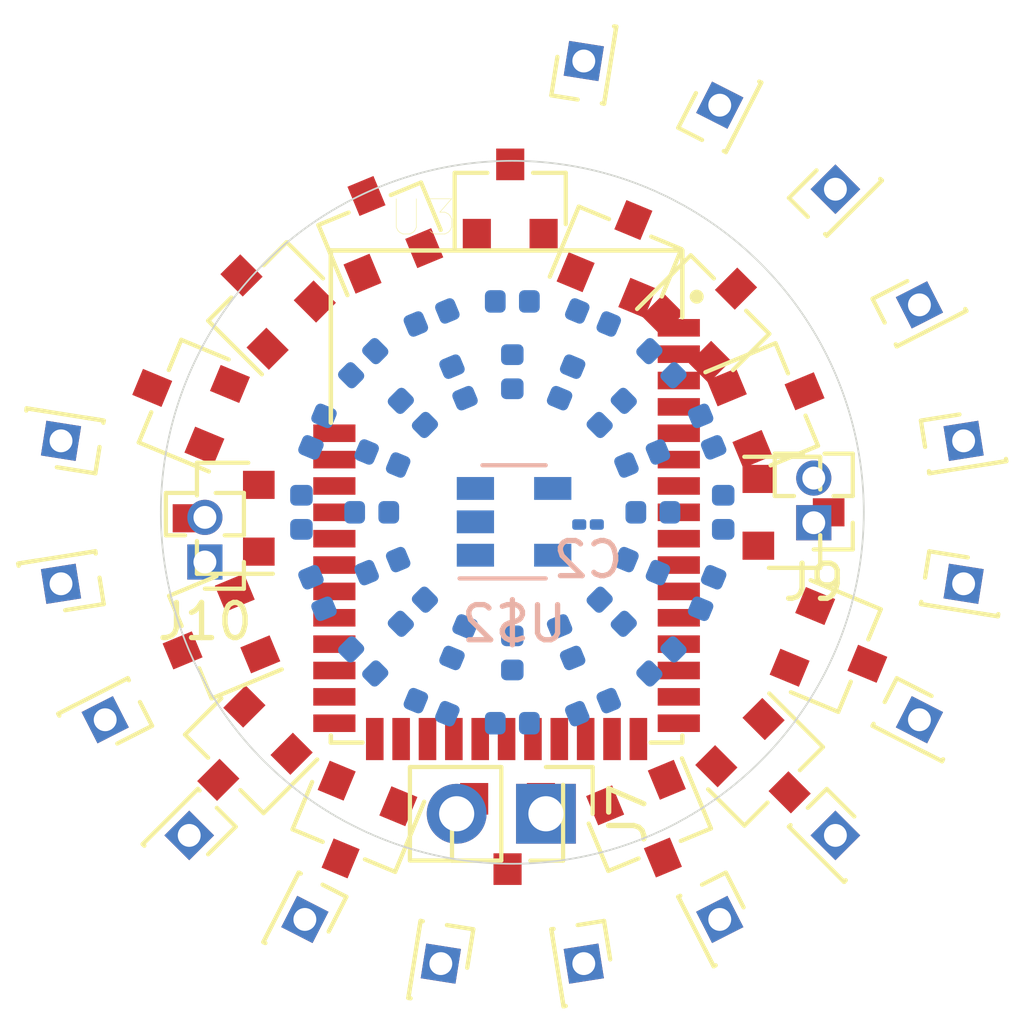
<source format=kicad_pcb>
(kicad_pcb (version 20171130) (host pcbnew 5.1.6-c6e7f7d~87~ubuntu20.04.1)

  (general
    (thickness 1.6)
    (drawings 1)
    (tracks 0)
    (zones 0)
    (modules 70)
    (nets 71)
  )

  (page A4)
  (layers
    (0 F.Cu signal)
    (31 B.Cu signal)
    (32 B.Adhes user hide)
    (33 F.Adhes user hide)
    (34 B.Paste user hide)
    (35 F.Paste user hide)
    (36 B.SilkS user hide)
    (37 F.SilkS user hide)
    (38 B.Mask user hide)
    (39 F.Mask user hide)
    (40 Dwgs.User user hide)
    (41 Cmts.User user hide)
    (42 Eco1.User user hide)
    (43 Eco2.User user hide)
    (44 Edge.Cuts user)
    (45 Margin user hide)
    (46 B.CrtYd user hide)
    (47 F.CrtYd user hide)
    (48 B.Fab user hide)
    (49 F.Fab user hide)
  )

  (setup
    (last_trace_width 0.25)
    (user_trace_width 0.2)
    (user_trace_width 0.25)
    (user_trace_width 0.5)
    (trace_clearance 0.2)
    (zone_clearance 0.508)
    (zone_45_only no)
    (trace_min 0.2)
    (via_size 0.8)
    (via_drill 0.4)
    (via_min_size 0.5)
    (via_min_drill 0.254)
    (user_via 0.508 0.254)
    (uvia_size 0.3)
    (uvia_drill 0.1)
    (uvias_allowed no)
    (uvia_min_size 0.2)
    (uvia_min_drill 0.1)
    (edge_width 0.05)
    (segment_width 0.2)
    (pcb_text_width 0.3)
    (pcb_text_size 1.5 1.5)
    (mod_edge_width 0.12)
    (mod_text_size 1 1)
    (mod_text_width 0.15)
    (pad_size 1.524 1.524)
    (pad_drill 0.762)
    (pad_to_mask_clearance 0.05)
    (aux_axis_origin 0 0)
    (visible_elements FFFFFF7F)
    (pcbplotparams
      (layerselection 0x010fc_ffffffff)
      (usegerberextensions false)
      (usegerberattributes true)
      (usegerberadvancedattributes true)
      (creategerberjobfile true)
      (excludeedgelayer true)
      (linewidth 0.100000)
      (plotframeref false)
      (viasonmask false)
      (mode 1)
      (useauxorigin false)
      (hpglpennumber 1)
      (hpglpenspeed 20)
      (hpglpendiameter 15.000000)
      (psnegative false)
      (psa4output false)
      (plotreference true)
      (plotvalue true)
      (plotinvisibletext false)
      (padsonsilk false)
      (subtractmaskfromsilk false)
      (outputformat 1)
      (mirror false)
      (drillshape 1)
      (scaleselection 1)
      (outputdirectory ""))
  )

  (net 0 "")
  (net 1 GND)
  (net 2 /+3V)
  (net 3 +8V)
  (net 4 /SWDIO)
  (net 5 /SWDCLK)
  (net 6 /SMA1_PWR)
  (net 7 /SMA2_PWR)
  (net 8 /SMA3_PWR)
  (net 9 /SMA4_PWR)
  (net 10 /SMA5_PWR)
  (net 11 /SMA6_PWR)
  (net 12 /SMA7_PWR)
  (net 13 /SMA8_PWR)
  (net 14 /SMA9_PWR)
  (net 15 /SMA10_PWR)
  (net 16 /SMA11_PWR)
  (net 17 /SMA12_PWR)
  (net 18 /SMA13_PWR)
  (net 19 /SMA14_PWR)
  (net 20 /SMA15_PWR)
  (net 21 /SMA16_PWR)
  (net 22 "Net-(Q1-Pad1)")
  (net 23 "Net-(Q2-Pad1)")
  (net 24 "Net-(Q3-Pad1)")
  (net 25 "Net-(Q4-Pad1)")
  (net 26 "Net-(Q5-Pad1)")
  (net 27 "Net-(Q6-Pad1)")
  (net 28 "Net-(Q7-Pad1)")
  (net 29 "Net-(Q8-Pad1)")
  (net 30 "Net-(Q9-Pad1)")
  (net 31 "Net-(Q10-Pad1)")
  (net 32 "Net-(Q11-Pad1)")
  (net 33 "Net-(Q12-Pad1)")
  (net 34 "Net-(Q13-Pad1)")
  (net 35 "Net-(Q14-Pad1)")
  (net 36 "Net-(Q15-Pad1)")
  (net 37 "Net-(Q16-Pad1)")
  (net 38 /SMA1_SIG)
  (net 39 /SMA2_SIG)
  (net 40 /SMA3_SIG)
  (net 41 /SMA4_SIG)
  (net 42 /SMA5_SIG)
  (net 43 /SMA6_SIG)
  (net 44 /SMA7_SIG)
  (net 45 /SMA8_SIG)
  (net 46 /SMA9_SIG)
  (net 47 /SMA10_SIG)
  (net 48 /SMA11_SIG)
  (net 49 /SMA12_SIG)
  (net 50 /SMA13_SIG)
  (net 51 /SMA14_SIG)
  (net 52 /SMA15_SIG)
  (net 53 /SMA16_SIG)
  (net 54 /SMA17_SIG)
  (net 55 /SMA18_SIG)
  (net 56 /SMA19_SIG)
  (net 57 /SMA20_SIG)
  (net 58 "Net-(U3-Pad23)")
  (net 59 "Net-(U3-Pad30)")
  (net 60 "Net-(U3-Pad31)")
  (net 61 "Net-(U3-Pad29)")
  (net 62 "Net-(U3-Pad28)")
  (net 63 /RESET)
  (net 64 "Net-(U$2-Pad4)")
  (net 65 "Net-(U3-Pad17)")
  (net 66 "Net-(U3-Pad18)")
  (net 67 "Net-(U3-Pad20)")
  (net 68 "Net-(U3-Pad19)")
  (net 69 "Net-(U3-Pad21)")
  (net 70 "Net-(U3-Pad22)")

  (net_class Default "This is the default net class."
    (clearance 0.2)
    (trace_width 0.25)
    (via_dia 0.8)
    (via_drill 0.4)
    (uvia_dia 0.3)
    (uvia_drill 0.1)
    (add_net +8V)
    (add_net /+3V)
    (add_net /RESET)
    (add_net /SMA10_PWR)
    (add_net /SMA10_SIG)
    (add_net /SMA11_PWR)
    (add_net /SMA11_SIG)
    (add_net /SMA12_PWR)
    (add_net /SMA12_SIG)
    (add_net /SMA13_PWR)
    (add_net /SMA13_SIG)
    (add_net /SMA14_PWR)
    (add_net /SMA14_SIG)
    (add_net /SMA15_PWR)
    (add_net /SMA15_SIG)
    (add_net /SMA16_PWR)
    (add_net /SMA16_SIG)
    (add_net /SMA17_SIG)
    (add_net /SMA18_SIG)
    (add_net /SMA19_SIG)
    (add_net /SMA1_PWR)
    (add_net /SMA1_SIG)
    (add_net /SMA20_SIG)
    (add_net /SMA2_PWR)
    (add_net /SMA2_SIG)
    (add_net /SMA3_PWR)
    (add_net /SMA3_SIG)
    (add_net /SMA4_PWR)
    (add_net /SMA4_SIG)
    (add_net /SMA5_PWR)
    (add_net /SMA5_SIG)
    (add_net /SMA6_PWR)
    (add_net /SMA6_SIG)
    (add_net /SMA7_PWR)
    (add_net /SMA7_SIG)
    (add_net /SMA8_PWR)
    (add_net /SMA8_SIG)
    (add_net /SMA9_PWR)
    (add_net /SMA9_SIG)
    (add_net /SWDCLK)
    (add_net /SWDIO)
    (add_net GND)
    (add_net "Net-(Q1-Pad1)")
    (add_net "Net-(Q10-Pad1)")
    (add_net "Net-(Q11-Pad1)")
    (add_net "Net-(Q12-Pad1)")
    (add_net "Net-(Q13-Pad1)")
    (add_net "Net-(Q14-Pad1)")
    (add_net "Net-(Q15-Pad1)")
    (add_net "Net-(Q16-Pad1)")
    (add_net "Net-(Q2-Pad1)")
    (add_net "Net-(Q3-Pad1)")
    (add_net "Net-(Q4-Pad1)")
    (add_net "Net-(Q5-Pad1)")
    (add_net "Net-(Q6-Pad1)")
    (add_net "Net-(Q7-Pad1)")
    (add_net "Net-(Q8-Pad1)")
    (add_net "Net-(Q9-Pad1)")
    (add_net "Net-(U$2-Pad4)")
    (add_net "Net-(U3-Pad17)")
    (add_net "Net-(U3-Pad18)")
    (add_net "Net-(U3-Pad19)")
    (add_net "Net-(U3-Pad20)")
    (add_net "Net-(U3-Pad21)")
    (add_net "Net-(U3-Pad22)")
    (add_net "Net-(U3-Pad23)")
    (add_net "Net-(U3-Pad28)")
    (add_net "Net-(U3-Pad29)")
    (add_net "Net-(U3-Pad30)")
    (add_net "Net-(U3-Pad31)")
  )

  (module Resistor_SMD:R_0402_1005Metric (layer B.Cu) (tedit 5B301BBD) (tstamp 5F5BB563)
    (at 106.703899 114.543277 337.5)
    (descr "Resistor SMD 0402 (1005 Metric), square (rectangular) end terminal, IPC_7351 nominal, (Body size source: http://www.tortai-tech.com/upload/download/2011102023233369053.pdf), generated with kicad-footprint-generator")
    (tags resistor)
    (path /4B4BE288)
    (attr smd)
    (fp_text reference RP12 (at 0 1.17 337.5) (layer B.SilkS) hide
      (effects (font (size 1 1) (thickness 0.15)) (justify mirror))
    )
    (fp_text value " " (at 0 -1.17 337.5) (layer B.Fab)
      (effects (font (size 1 1) (thickness 0.15)) (justify mirror))
    )
    (fp_line (start -0.5 -0.25) (end -0.5 0.25) (layer B.Fab) (width 0.1))
    (fp_line (start -0.5 0.25) (end 0.5 0.25) (layer B.Fab) (width 0.1))
    (fp_line (start 0.5 0.25) (end 0.5 -0.25) (layer B.Fab) (width 0.1))
    (fp_line (start 0.5 -0.25) (end -0.5 -0.25) (layer B.Fab) (width 0.1))
    (fp_line (start -0.93 -0.47) (end -0.93 0.47) (layer B.CrtYd) (width 0.05))
    (fp_line (start -0.93 0.47) (end 0.93 0.47) (layer B.CrtYd) (width 0.05))
    (fp_line (start 0.93 0.47) (end 0.93 -0.47) (layer B.CrtYd) (width 0.05))
    (fp_line (start 0.93 -0.47) (end -0.93 -0.47) (layer B.CrtYd) (width 0.05))
    (fp_text user %R (at 0 0 337.5) (layer B.Fab)
      (effects (font (size 0.25 0.25) (thickness 0.04)) (justify mirror))
    )
    (pad 1 smd roundrect (at -0.485 0 337.5) (size 0.59 0.64) (layers B.Cu B.Paste B.Mask) (roundrect_rratio 0.25)
      (net 1 GND))
    (pad 2 smd roundrect (at 0.485 0 337.5) (size 0.59 0.64) (layers B.Cu B.Paste B.Mask) (roundrect_rratio 0.25)
      (net 33 "Net-(Q12-Pad1)"))
    (model ${KISYS3DMOD}/Resistor_SMD.3dshapes/R_0402_1005Metric.wrl
      (at (xyz 0 0 0))
      (scale (xyz 1 1 1))
      (rotate (xyz 0 0 0))
    )
  )

  (module Resistor_SMD:R_0402_1005Metric (layer B.Cu) (tedit 5B301BBD) (tstamp 5F5BB554)
    (at 104.757359 113.24264 315)
    (descr "Resistor SMD 0402 (1005 Metric), square (rectangular) end terminal, IPC_7351 nominal, (Body size source: http://www.tortai-tech.com/upload/download/2011102023233369053.pdf), generated with kicad-footprint-generator")
    (tags resistor)
    (path /6FA4DF2A)
    (attr smd)
    (fp_text reference RP11 (at 0 1.17 135) (layer B.SilkS) hide
      (effects (font (size 1 1) (thickness 0.15)) (justify mirror))
    )
    (fp_text value " " (at 0 -1.17 135) (layer B.Fab)
      (effects (font (size 1 1) (thickness 0.15)) (justify mirror))
    )
    (fp_line (start -0.5 -0.25) (end -0.5 0.25) (layer B.Fab) (width 0.1))
    (fp_line (start -0.5 0.25) (end 0.5 0.25) (layer B.Fab) (width 0.1))
    (fp_line (start 0.5 0.25) (end 0.5 -0.25) (layer B.Fab) (width 0.1))
    (fp_line (start 0.5 -0.25) (end -0.5 -0.25) (layer B.Fab) (width 0.1))
    (fp_line (start -0.93 -0.47) (end -0.93 0.47) (layer B.CrtYd) (width 0.05))
    (fp_line (start -0.93 0.47) (end 0.93 0.47) (layer B.CrtYd) (width 0.05))
    (fp_line (start 0.93 0.47) (end 0.93 -0.47) (layer B.CrtYd) (width 0.05))
    (fp_line (start 0.93 -0.47) (end -0.93 -0.47) (layer B.CrtYd) (width 0.05))
    (fp_text user %R (at 0 0 135) (layer B.Fab)
      (effects (font (size 0.25 0.25) (thickness 0.04)) (justify mirror))
    )
    (pad 1 smd roundrect (at -0.485 0 315) (size 0.59 0.64) (layers B.Cu B.Paste B.Mask) (roundrect_rratio 0.25)
      (net 1 GND))
    (pad 2 smd roundrect (at 0.485 0 315) (size 0.59 0.64) (layers B.Cu B.Paste B.Mask) (roundrect_rratio 0.25)
      (net 32 "Net-(Q11-Pad1)"))
    (model ${KISYS3DMOD}/Resistor_SMD.3dshapes/R_0402_1005Metric.wrl
      (at (xyz 0 0 0))
      (scale (xyz 1 1 1))
      (rotate (xyz 0 0 0))
    )
  )

  (module Resistor_SMD:R_0402_1005Metric (layer B.Cu) (tedit 5B301BBD) (tstamp 5F5BB545)
    (at 103.456722 111.2961 292.5)
    (descr "Resistor SMD 0402 (1005 Metric), square (rectangular) end terminal, IPC_7351 nominal, (Body size source: http://www.tortai-tech.com/upload/download/2011102023233369053.pdf), generated with kicad-footprint-generator")
    (tags resistor)
    (path /0F875ADD)
    (attr smd)
    (fp_text reference RP10 (at 0 1.17 292.5) (layer B.SilkS) hide
      (effects (font (size 1 1) (thickness 0.15)) (justify mirror))
    )
    (fp_text value " " (at 0 -1.17 292.5) (layer B.Fab)
      (effects (font (size 1 1) (thickness 0.15)) (justify mirror))
    )
    (fp_line (start -0.5 -0.25) (end -0.5 0.25) (layer B.Fab) (width 0.1))
    (fp_line (start -0.5 0.25) (end 0.5 0.25) (layer B.Fab) (width 0.1))
    (fp_line (start 0.5 0.25) (end 0.5 -0.25) (layer B.Fab) (width 0.1))
    (fp_line (start 0.5 -0.25) (end -0.5 -0.25) (layer B.Fab) (width 0.1))
    (fp_line (start -0.93 -0.47) (end -0.93 0.47) (layer B.CrtYd) (width 0.05))
    (fp_line (start -0.93 0.47) (end 0.93 0.47) (layer B.CrtYd) (width 0.05))
    (fp_line (start 0.93 0.47) (end 0.93 -0.47) (layer B.CrtYd) (width 0.05))
    (fp_line (start 0.93 -0.47) (end -0.93 -0.47) (layer B.CrtYd) (width 0.05))
    (fp_text user %R (at 0 0 292.5) (layer B.Fab)
      (effects (font (size 0.25 0.25) (thickness 0.04)) (justify mirror))
    )
    (pad 1 smd roundrect (at -0.485 0 292.5) (size 0.59 0.64) (layers B.Cu B.Paste B.Mask) (roundrect_rratio 0.25)
      (net 1 GND))
    (pad 2 smd roundrect (at 0.485 0 292.5) (size 0.59 0.64) (layers B.Cu B.Paste B.Mask) (roundrect_rratio 0.25)
      (net 31 "Net-(Q10-Pad1)"))
    (model ${KISYS3DMOD}/Resistor_SMD.3dshapes/R_0402_1005Metric.wrl
      (at (xyz 0 0 0))
      (scale (xyz 1 1 1))
      (rotate (xyz 0 0 0))
    )
  )

  (module Connector_PinHeader_1.27mm:PinHeader_1x01_P1.27mm_Vertical (layer F.Cu) (tedit 59FED6E3) (tstamp 5F5BB24B)
    (at 121.839948 111.033648 351)
    (descr "Through hole straight pin header, 1x01, 1.27mm pitch, single row")
    (tags "Through hole pin header THT 1x01 1.27mm single row")
    (path /C713E35D)
    (fp_text reference P11 (at 0 -1.695 351) (layer F.SilkS) hide
      (effects (font (size 1 1) (thickness 0.15)))
    )
    (fp_text value CONN_01 (at 0 1.695 351) (layer F.Fab)
      (effects (font (size 1 1) (thickness 0.15)))
    )
    (fp_line (start -0.525 -0.635) (end 1.05 -0.635) (layer F.Fab) (width 0.1))
    (fp_line (start 1.05 -0.635) (end 1.05 0.635) (layer F.Fab) (width 0.1))
    (fp_line (start 1.05 0.635) (end -1.05 0.635) (layer F.Fab) (width 0.1))
    (fp_line (start -1.05 0.635) (end -1.05 -0.11) (layer F.Fab) (width 0.1))
    (fp_line (start -1.05 -0.11) (end -0.525 -0.635) (layer F.Fab) (width 0.1))
    (fp_line (start -1.11 0.76) (end 1.11 0.76) (layer F.SilkS) (width 0.12))
    (fp_line (start -1.11 0.76) (end -1.11 0.695) (layer F.SilkS) (width 0.12))
    (fp_line (start 1.11 0.76) (end 1.11 0.695) (layer F.SilkS) (width 0.12))
    (fp_line (start -1.11 0.76) (end -0.563471 0.76) (layer F.SilkS) (width 0.12))
    (fp_line (start 0.563471 0.76) (end 1.11 0.76) (layer F.SilkS) (width 0.12))
    (fp_line (start -1.11 0) (end -1.11 -0.76) (layer F.SilkS) (width 0.12))
    (fp_line (start -1.11 -0.76) (end 0 -0.76) (layer F.SilkS) (width 0.12))
    (fp_line (start -1.55 -1.15) (end -1.55 1.15) (layer F.CrtYd) (width 0.05))
    (fp_line (start -1.55 1.15) (end 1.55 1.15) (layer F.CrtYd) (width 0.05))
    (fp_line (start 1.55 1.15) (end 1.55 -1.15) (layer F.CrtYd) (width 0.05))
    (fp_line (start 1.55 -1.15) (end -1.55 -1.15) (layer F.CrtYd) (width 0.05))
    (fp_text user %R (at 0 0 81) (layer F.Fab)
      (effects (font (size 1 1) (thickness 0.15)))
    )
    (pad 1 thru_hole rect (at 0 0 351) (size 1 1) (drill 0.65) (layers *.Cu *.Mask)
      (net 16 /SMA11_PWR))
    (model ${KISYS3DMOD}/Connector_PinHeader_1.27mm.3dshapes/PinHeader_1x01_P1.27mm_Vertical.wrl
      (at (xyz 0 0 0))
      (scale (xyz 1 1 1))
      (rotate (xyz 0 0 0))
    )
  )

  (module Package_TO_SOT_SMD:SOT-23 (layer F.Cu) (tedit 5A02FF57) (tstamp 5F5BB326)
    (at 117 109)
    (descr "SOT-23, Standard")
    (tags SOT-23)
    (path /7A211019)
    (attr smd)
    (fp_text reference Q1 (at 0 -2.5) (layer F.SilkS) hide
      (effects (font (size 1 1) (thickness 0.15)))
    )
    (fp_text value MOSFET-NREFLOW (at 0 2.5) (layer F.Fab)
      (effects (font (size 1 1) (thickness 0.15)))
    )
    (fp_line (start -0.7 -0.95) (end -0.7 1.5) (layer F.Fab) (width 0.1))
    (fp_line (start -0.15 -1.52) (end 0.7 -1.52) (layer F.Fab) (width 0.1))
    (fp_line (start -0.7 -0.95) (end -0.15 -1.52) (layer F.Fab) (width 0.1))
    (fp_line (start 0.7 -1.52) (end 0.7 1.52) (layer F.Fab) (width 0.1))
    (fp_line (start -0.7 1.52) (end 0.7 1.52) (layer F.Fab) (width 0.1))
    (fp_line (start 0.76 1.58) (end 0.76 0.65) (layer F.SilkS) (width 0.12))
    (fp_line (start 0.76 -1.58) (end 0.76 -0.65) (layer F.SilkS) (width 0.12))
    (fp_line (start -1.7 -1.75) (end 1.7 -1.75) (layer F.CrtYd) (width 0.05))
    (fp_line (start 1.7 -1.75) (end 1.7 1.75) (layer F.CrtYd) (width 0.05))
    (fp_line (start 1.7 1.75) (end -1.7 1.75) (layer F.CrtYd) (width 0.05))
    (fp_line (start -1.7 1.75) (end -1.7 -1.75) (layer F.CrtYd) (width 0.05))
    (fp_line (start 0.76 -1.58) (end -1.4 -1.58) (layer F.SilkS) (width 0.12))
    (fp_line (start 0.76 1.58) (end -0.7 1.58) (layer F.SilkS) (width 0.12))
    (fp_text user %R (at 0 0 90) (layer F.Fab)
      (effects (font (size 0.5 0.5) (thickness 0.075)))
    )
    (pad 1 smd rect (at -1 -0.95) (size 0.9 0.8) (layers F.Cu F.Paste F.Mask)
      (net 22 "Net-(Q1-Pad1)"))
    (pad 2 smd rect (at -1 0.95) (size 0.9 0.8) (layers F.Cu F.Paste F.Mask)
      (net 1 GND))
    (pad 3 smd rect (at 1 0) (size 0.9 0.8) (layers F.Cu F.Paste F.Mask)
      (net 6 /SMA1_PWR))
    (model ${KISYS3DMOD}/Package_TO_SOT_SMD.3dshapes/SOT-23.wrl
      (at (xyz 0 0 0))
      (scale (xyz 1 1 1))
      (rotate (xyz 0 0 0))
    )
  )

  (module Resistor_SMD:R_0402_1005Metric (layer B.Cu) (tedit 5B301BBD) (tstamp 5F5BB536)
    (at 103 109 270)
    (descr "Resistor SMD 0402 (1005 Metric), square (rectangular) end terminal, IPC_7351 nominal, (Body size source: http://www.tortai-tech.com/upload/download/2011102023233369053.pdf), generated with kicad-footprint-generator")
    (tags resistor)
    (path /67832C97)
    (attr smd)
    (fp_text reference RP9 (at 0 1.17 270) (layer B.SilkS) hide
      (effects (font (size 1 1) (thickness 0.15)) (justify mirror))
    )
    (fp_text value " " (at 0 -1.17 270) (layer B.Fab)
      (effects (font (size 1 1) (thickness 0.15)) (justify mirror))
    )
    (fp_line (start -0.5 -0.25) (end -0.5 0.25) (layer B.Fab) (width 0.1))
    (fp_line (start -0.5 0.25) (end 0.5 0.25) (layer B.Fab) (width 0.1))
    (fp_line (start 0.5 0.25) (end 0.5 -0.25) (layer B.Fab) (width 0.1))
    (fp_line (start 0.5 -0.25) (end -0.5 -0.25) (layer B.Fab) (width 0.1))
    (fp_line (start -0.93 -0.47) (end -0.93 0.47) (layer B.CrtYd) (width 0.05))
    (fp_line (start -0.93 0.47) (end 0.93 0.47) (layer B.CrtYd) (width 0.05))
    (fp_line (start 0.93 0.47) (end 0.93 -0.47) (layer B.CrtYd) (width 0.05))
    (fp_line (start 0.93 -0.47) (end -0.93 -0.47) (layer B.CrtYd) (width 0.05))
    (fp_text user %R (at 0 0 270) (layer B.Fab)
      (effects (font (size 0.25 0.25) (thickness 0.04)) (justify mirror))
    )
    (pad 1 smd roundrect (at -0.485 0 270) (size 0.59 0.64) (layers B.Cu B.Paste B.Mask) (roundrect_rratio 0.25)
      (net 1 GND))
    (pad 2 smd roundrect (at 0.485 0 270) (size 0.59 0.64) (layers B.Cu B.Paste B.Mask) (roundrect_rratio 0.25)
      (net 30 "Net-(Q9-Pad1)"))
    (model ${KISYS3DMOD}/Resistor_SMD.3dshapes/R_0402_1005Metric.wrl
      (at (xyz 0 0 0))
      (scale (xyz 1 1 1))
      (rotate (xyz 0 0 0))
    )
  )

  (module Connector_PinHeader_1.27mm:PinHeader_1x01_P1.27mm_Vertical (layer F.Cu) (tedit 59FED6E3) (tstamp 5F5BB2B9)
    (at 111.033648 96.160051 81)
    (descr "Through hole straight pin header, 1x01, 1.27mm pitch, single row")
    (tags "Through hole pin header THT 1x01 1.27mm single row")
    (path /AF1FD286)
    (fp_text reference P16 (at 0 -1.695 81) (layer F.SilkS) hide
      (effects (font (size 1 1) (thickness 0.15)))
    )
    (fp_text value CONN_01 (at 0 1.695 81) (layer F.Fab)
      (effects (font (size 1 1) (thickness 0.15)))
    )
    (fp_line (start -0.525 -0.635) (end 1.05 -0.635) (layer F.Fab) (width 0.1))
    (fp_line (start 1.05 -0.635) (end 1.05 0.635) (layer F.Fab) (width 0.1))
    (fp_line (start 1.05 0.635) (end -1.05 0.635) (layer F.Fab) (width 0.1))
    (fp_line (start -1.05 0.635) (end -1.05 -0.11) (layer F.Fab) (width 0.1))
    (fp_line (start -1.05 -0.11) (end -0.525 -0.635) (layer F.Fab) (width 0.1))
    (fp_line (start -1.11 0.76) (end 1.11 0.76) (layer F.SilkS) (width 0.12))
    (fp_line (start -1.11 0.76) (end -1.11 0.695) (layer F.SilkS) (width 0.12))
    (fp_line (start 1.11 0.76) (end 1.11 0.695) (layer F.SilkS) (width 0.12))
    (fp_line (start -1.11 0.76) (end -0.563471 0.76) (layer F.SilkS) (width 0.12))
    (fp_line (start 0.563471 0.76) (end 1.11 0.76) (layer F.SilkS) (width 0.12))
    (fp_line (start -1.11 0) (end -1.11 -0.76) (layer F.SilkS) (width 0.12))
    (fp_line (start -1.11 -0.76) (end 0 -0.76) (layer F.SilkS) (width 0.12))
    (fp_line (start -1.55 -1.15) (end -1.55 1.15) (layer F.CrtYd) (width 0.05))
    (fp_line (start -1.55 1.15) (end 1.55 1.15) (layer F.CrtYd) (width 0.05))
    (fp_line (start 1.55 1.15) (end 1.55 -1.15) (layer F.CrtYd) (width 0.05))
    (fp_line (start 1.55 -1.15) (end -1.55 -1.15) (layer F.CrtYd) (width 0.05))
    (fp_text user %R (at 0 0 171) (layer F.Fab)
      (effects (font (size 1 1) (thickness 0.15)))
    )
    (pad 1 thru_hole rect (at 0 0 81) (size 1 1) (drill 0.65) (layers *.Cu *.Mask)
      (net 21 /SMA16_PWR))
    (model ${KISYS3DMOD}/Connector_PinHeader_1.27mm.3dshapes/PinHeader_1x01_P1.27mm_Vertical.wrl
      (at (xyz 0 0 0))
      (scale (xyz 1 1 1))
      (rotate (xyz 0 0 0))
    )
  )

  (module Resistor_SMD:R_0402_1005Metric (layer B.Cu) (tedit 5B301BBD) (tstamp 5F5BB527)
    (at 103.456722 106.703899 247.5)
    (descr "Resistor SMD 0402 (1005 Metric), square (rectangular) end terminal, IPC_7351 nominal, (Body size source: http://www.tortai-tech.com/upload/download/2011102023233369053.pdf), generated with kicad-footprint-generator")
    (tags resistor)
    (path /3483528B)
    (attr smd)
    (fp_text reference RP8 (at 0 1.17 247.5) (layer B.SilkS) hide
      (effects (font (size 1 1) (thickness 0.15)) (justify mirror))
    )
    (fp_text value " " (at 0 -1.17 247.5) (layer B.Fab)
      (effects (font (size 1 1) (thickness 0.15)) (justify mirror))
    )
    (fp_line (start -0.5 -0.25) (end -0.5 0.25) (layer B.Fab) (width 0.1))
    (fp_line (start -0.5 0.25) (end 0.5 0.25) (layer B.Fab) (width 0.1))
    (fp_line (start 0.5 0.25) (end 0.5 -0.25) (layer B.Fab) (width 0.1))
    (fp_line (start 0.5 -0.25) (end -0.5 -0.25) (layer B.Fab) (width 0.1))
    (fp_line (start -0.93 -0.47) (end -0.93 0.47) (layer B.CrtYd) (width 0.05))
    (fp_line (start -0.93 0.47) (end 0.93 0.47) (layer B.CrtYd) (width 0.05))
    (fp_line (start 0.93 0.47) (end 0.93 -0.47) (layer B.CrtYd) (width 0.05))
    (fp_line (start 0.93 -0.47) (end -0.93 -0.47) (layer B.CrtYd) (width 0.05))
    (fp_text user %R (at 0 0 247.5) (layer B.Fab)
      (effects (font (size 0.25 0.25) (thickness 0.04)) (justify mirror))
    )
    (pad 1 smd roundrect (at -0.485 0 247.5) (size 0.59 0.64) (layers B.Cu B.Paste B.Mask) (roundrect_rratio 0.25)
      (net 1 GND))
    (pad 2 smd roundrect (at 0.485 0 247.5) (size 0.59 0.64) (layers B.Cu B.Paste B.Mask) (roundrect_rratio 0.25)
      (net 29 "Net-(Q8-Pad1)"))
    (model ${KISYS3DMOD}/Resistor_SMD.3dshapes/R_0402_1005Metric.wrl
      (at (xyz 0 0 0))
      (scale (xyz 1 1 1))
      (rotate (xyz 0 0 0))
    )
  )

  (module Resistor_SMD:R_0402_1005Metric (layer B.Cu) (tedit 5B301BBD) (tstamp 5F5BB518)
    (at 104.757359 104.757359 225)
    (descr "Resistor SMD 0402 (1005 Metric), square (rectangular) end terminal, IPC_7351 nominal, (Body size source: http://www.tortai-tech.com/upload/download/2011102023233369053.pdf), generated with kicad-footprint-generator")
    (tags resistor)
    (path /DAD6AACB)
    (attr smd)
    (fp_text reference RP7 (at 0 1.17 225) (layer B.SilkS) hide
      (effects (font (size 1 1) (thickness 0.15)) (justify mirror))
    )
    (fp_text value " " (at 0 -1.17 225) (layer B.Fab)
      (effects (font (size 1 1) (thickness 0.15)) (justify mirror))
    )
    (fp_line (start -0.5 -0.25) (end -0.5 0.25) (layer B.Fab) (width 0.1))
    (fp_line (start -0.5 0.25) (end 0.5 0.25) (layer B.Fab) (width 0.1))
    (fp_line (start 0.5 0.25) (end 0.5 -0.25) (layer B.Fab) (width 0.1))
    (fp_line (start 0.5 -0.25) (end -0.5 -0.25) (layer B.Fab) (width 0.1))
    (fp_line (start -0.93 -0.47) (end -0.93 0.47) (layer B.CrtYd) (width 0.05))
    (fp_line (start -0.93 0.47) (end 0.93 0.47) (layer B.CrtYd) (width 0.05))
    (fp_line (start 0.93 0.47) (end 0.93 -0.47) (layer B.CrtYd) (width 0.05))
    (fp_line (start 0.93 -0.47) (end -0.93 -0.47) (layer B.CrtYd) (width 0.05))
    (fp_text user %R (at 0 0 225) (layer B.Fab)
      (effects (font (size 0.25 0.25) (thickness 0.04)) (justify mirror))
    )
    (pad 1 smd roundrect (at -0.485 0 225) (size 0.59 0.64) (layers B.Cu B.Paste B.Mask) (roundrect_rratio 0.25)
      (net 1 GND))
    (pad 2 smd roundrect (at 0.485 0 225) (size 0.59 0.64) (layers B.Cu B.Paste B.Mask) (roundrect_rratio 0.25)
      (net 28 "Net-(Q7-Pad1)"))
    (model ${KISYS3DMOD}/Resistor_SMD.3dshapes/R_0402_1005Metric.wrl
      (at (xyz 0 0 0))
      (scale (xyz 1 1 1))
      (rotate (xyz 0 0 0))
    )
  )

  (module Resistor_SMD:R_0402_1005Metric (layer B.Cu) (tedit 5B301BBD) (tstamp 5F5BB509)
    (at 106.703899 103.456722 202.5)
    (descr "Resistor SMD 0402 (1005 Metric), square (rectangular) end terminal, IPC_7351 nominal, (Body size source: http://www.tortai-tech.com/upload/download/2011102023233369053.pdf), generated with kicad-footprint-generator")
    (tags resistor)
    (path /21965BDF)
    (attr smd)
    (fp_text reference RP6 (at 0 1.17 202.5) (layer B.SilkS) hide
      (effects (font (size 1 1) (thickness 0.15)) (justify mirror))
    )
    (fp_text value " " (at 0 -1.17 202.5) (layer B.Fab)
      (effects (font (size 1 1) (thickness 0.15)) (justify mirror))
    )
    (fp_line (start -0.5 -0.25) (end -0.5 0.25) (layer B.Fab) (width 0.1))
    (fp_line (start -0.5 0.25) (end 0.5 0.25) (layer B.Fab) (width 0.1))
    (fp_line (start 0.5 0.25) (end 0.5 -0.25) (layer B.Fab) (width 0.1))
    (fp_line (start 0.5 -0.25) (end -0.5 -0.25) (layer B.Fab) (width 0.1))
    (fp_line (start -0.93 -0.47) (end -0.93 0.47) (layer B.CrtYd) (width 0.05))
    (fp_line (start -0.93 0.47) (end 0.93 0.47) (layer B.CrtYd) (width 0.05))
    (fp_line (start 0.93 0.47) (end 0.93 -0.47) (layer B.CrtYd) (width 0.05))
    (fp_line (start 0.93 -0.47) (end -0.93 -0.47) (layer B.CrtYd) (width 0.05))
    (fp_text user %R (at 0 0 202.5) (layer B.Fab)
      (effects (font (size 0.25 0.25) (thickness 0.04)) (justify mirror))
    )
    (pad 1 smd roundrect (at -0.485 0 202.5) (size 0.59 0.64) (layers B.Cu B.Paste B.Mask) (roundrect_rratio 0.25)
      (net 1 GND))
    (pad 2 smd roundrect (at 0.485 0 202.5) (size 0.59 0.64) (layers B.Cu B.Paste B.Mask) (roundrect_rratio 0.25)
      (net 27 "Net-(Q6-Pad1)"))
    (model ${KISYS3DMOD}/Resistor_SMD.3dshapes/R_0402_1005Metric.wrl
      (at (xyz 0 0 0))
      (scale (xyz 1 1 1))
      (rotate (xyz 0 0 0))
    )
  )

  (module Resistor_SMD:R_0402_1005Metric (layer B.Cu) (tedit 5B301BBD) (tstamp 5F5BB4FA)
    (at 109 103 180)
    (descr "Resistor SMD 0402 (1005 Metric), square (rectangular) end terminal, IPC_7351 nominal, (Body size source: http://www.tortai-tech.com/upload/download/2011102023233369053.pdf), generated with kicad-footprint-generator")
    (tags resistor)
    (path /3EAD81F6)
    (attr smd)
    (fp_text reference RP5 (at 0 1.17 180) (layer B.SilkS) hide
      (effects (font (size 1 1) (thickness 0.15)) (justify mirror))
    )
    (fp_text value " " (at 0 -1.17 180) (layer B.Fab)
      (effects (font (size 1 1) (thickness 0.15)) (justify mirror))
    )
    (fp_line (start -0.5 -0.25) (end -0.5 0.25) (layer B.Fab) (width 0.1))
    (fp_line (start -0.5 0.25) (end 0.5 0.25) (layer B.Fab) (width 0.1))
    (fp_line (start 0.5 0.25) (end 0.5 -0.25) (layer B.Fab) (width 0.1))
    (fp_line (start 0.5 -0.25) (end -0.5 -0.25) (layer B.Fab) (width 0.1))
    (fp_line (start -0.93 -0.47) (end -0.93 0.47) (layer B.CrtYd) (width 0.05))
    (fp_line (start -0.93 0.47) (end 0.93 0.47) (layer B.CrtYd) (width 0.05))
    (fp_line (start 0.93 0.47) (end 0.93 -0.47) (layer B.CrtYd) (width 0.05))
    (fp_line (start 0.93 -0.47) (end -0.93 -0.47) (layer B.CrtYd) (width 0.05))
    (fp_text user %R (at 0 0 180) (layer B.Fab)
      (effects (font (size 0.25 0.25) (thickness 0.04)) (justify mirror))
    )
    (pad 1 smd roundrect (at -0.485 0 180) (size 0.59 0.64) (layers B.Cu B.Paste B.Mask) (roundrect_rratio 0.25)
      (net 1 GND))
    (pad 2 smd roundrect (at 0.485 0 180) (size 0.59 0.64) (layers B.Cu B.Paste B.Mask) (roundrect_rratio 0.25)
      (net 26 "Net-(Q5-Pad1)"))
    (model ${KISYS3DMOD}/Resistor_SMD.3dshapes/R_0402_1005Metric.wrl
      (at (xyz 0 0 0))
      (scale (xyz 1 1 1))
      (rotate (xyz 0 0 0))
    )
  )

  (module Resistor_SMD:R_0402_1005Metric (layer B.Cu) (tedit 5B301BBD) (tstamp 5F5BB5EA)
    (at 113 109)
    (descr "Resistor SMD 0402 (1005 Metric), square (rectangular) end terminal, IPC_7351 nominal, (Body size source: http://www.tortai-tech.com/upload/download/2011102023233369053.pdf), generated with kicad-footprint-generator")
    (tags resistor)
    (path /8F7980A7)
    (attr smd)
    (fp_text reference RS1 (at 0 1.17) (layer B.SilkS) hide
      (effects (font (size 1 1) (thickness 0.15)) (justify mirror))
    )
    (fp_text value " " (at 0 -1.17) (layer B.Fab)
      (effects (font (size 1 1) (thickness 0.15)) (justify mirror))
    )
    (fp_line (start -0.5 -0.25) (end -0.5 0.25) (layer B.Fab) (width 0.1))
    (fp_line (start -0.5 0.25) (end 0.5 0.25) (layer B.Fab) (width 0.1))
    (fp_line (start 0.5 0.25) (end 0.5 -0.25) (layer B.Fab) (width 0.1))
    (fp_line (start 0.5 -0.25) (end -0.5 -0.25) (layer B.Fab) (width 0.1))
    (fp_line (start -0.93 -0.47) (end -0.93 0.47) (layer B.CrtYd) (width 0.05))
    (fp_line (start -0.93 0.47) (end 0.93 0.47) (layer B.CrtYd) (width 0.05))
    (fp_line (start 0.93 0.47) (end 0.93 -0.47) (layer B.CrtYd) (width 0.05))
    (fp_line (start 0.93 -0.47) (end -0.93 -0.47) (layer B.CrtYd) (width 0.05))
    (fp_text user %R (at 0 0) (layer B.Fab)
      (effects (font (size 0.25 0.25) (thickness 0.04)) (justify mirror))
    )
    (pad 1 smd roundrect (at -0.485 0) (size 0.59 0.64) (layers B.Cu B.Paste B.Mask) (roundrect_rratio 0.25)
      (net 38 /SMA1_SIG))
    (pad 2 smd roundrect (at 0.485 0) (size 0.59 0.64) (layers B.Cu B.Paste B.Mask) (roundrect_rratio 0.25)
      (net 22 "Net-(Q1-Pad1)"))
    (model ${KISYS3DMOD}/Resistor_SMD.3dshapes/R_0402_1005Metric.wrl
      (at (xyz 0 0 0))
      (scale (xyz 1 1 1))
      (rotate (xyz 0 0 0))
    )
  )

  (module Resistor_SMD:R_0402_1005Metric (layer B.Cu) (tedit 5B301BBD) (tstamp 5F5BB4EB)
    (at 111.2961 103.456722 157.5)
    (descr "Resistor SMD 0402 (1005 Metric), square (rectangular) end terminal, IPC_7351 nominal, (Body size source: http://www.tortai-tech.com/upload/download/2011102023233369053.pdf), generated with kicad-footprint-generator")
    (tags resistor)
    (path /0ACBE43A)
    (attr smd)
    (fp_text reference RP4 (at 0 1.17 157.5) (layer B.SilkS) hide
      (effects (font (size 1 1) (thickness 0.15)) (justify mirror))
    )
    (fp_text value " " (at 0 -1.17 157.5) (layer B.Fab)
      (effects (font (size 1 1) (thickness 0.15)) (justify mirror))
    )
    (fp_line (start -0.5 -0.25) (end -0.5 0.25) (layer B.Fab) (width 0.1))
    (fp_line (start -0.5 0.25) (end 0.5 0.25) (layer B.Fab) (width 0.1))
    (fp_line (start 0.5 0.25) (end 0.5 -0.25) (layer B.Fab) (width 0.1))
    (fp_line (start 0.5 -0.25) (end -0.5 -0.25) (layer B.Fab) (width 0.1))
    (fp_line (start -0.93 -0.47) (end -0.93 0.47) (layer B.CrtYd) (width 0.05))
    (fp_line (start -0.93 0.47) (end 0.93 0.47) (layer B.CrtYd) (width 0.05))
    (fp_line (start 0.93 0.47) (end 0.93 -0.47) (layer B.CrtYd) (width 0.05))
    (fp_line (start 0.93 -0.47) (end -0.93 -0.47) (layer B.CrtYd) (width 0.05))
    (fp_text user %R (at 0 0 157.5) (layer B.Fab)
      (effects (font (size 0.25 0.25) (thickness 0.04)) (justify mirror))
    )
    (pad 1 smd roundrect (at -0.485 0 157.5) (size 0.59 0.64) (layers B.Cu B.Paste B.Mask) (roundrect_rratio 0.25)
      (net 1 GND))
    (pad 2 smd roundrect (at 0.485 0 157.5) (size 0.59 0.64) (layers B.Cu B.Paste B.Mask) (roundrect_rratio 0.25)
      (net 25 "Net-(Q4-Pad1)"))
    (model ${KISYS3DMOD}/Resistor_SMD.3dshapes/R_0402_1005Metric.wrl
      (at (xyz 0 0 0))
      (scale (xyz 1 1 1))
      (rotate (xyz 0 0 0))
    )
  )

  (module Resistor_SMD:R_0402_1005Metric (layer B.Cu) (tedit 5B301BBD) (tstamp 5F5BB6AD)
    (at 110.530733 112.695518 292.5)
    (descr "Resistor SMD 0402 (1005 Metric), square (rectangular) end terminal, IPC_7351 nominal, (Body size source: http://www.tortai-tech.com/upload/download/2011102023233369053.pdf), generated with kicad-footprint-generator")
    (tags resistor)
    (path /12FD01EE)
    (attr smd)
    (fp_text reference RS14 (at 0 1.17 292.5) (layer B.SilkS) hide
      (effects (font (size 1 1) (thickness 0.15)) (justify mirror))
    )
    (fp_text value " " (at 0 -1.17 292.5) (layer B.Fab)
      (effects (font (size 1 1) (thickness 0.15)) (justify mirror))
    )
    (fp_line (start -0.5 -0.25) (end -0.5 0.25) (layer B.Fab) (width 0.1))
    (fp_line (start -0.5 0.25) (end 0.5 0.25) (layer B.Fab) (width 0.1))
    (fp_line (start 0.5 0.25) (end 0.5 -0.25) (layer B.Fab) (width 0.1))
    (fp_line (start 0.5 -0.25) (end -0.5 -0.25) (layer B.Fab) (width 0.1))
    (fp_line (start -0.93 -0.47) (end -0.93 0.47) (layer B.CrtYd) (width 0.05))
    (fp_line (start -0.93 0.47) (end 0.93 0.47) (layer B.CrtYd) (width 0.05))
    (fp_line (start 0.93 0.47) (end 0.93 -0.47) (layer B.CrtYd) (width 0.05))
    (fp_line (start 0.93 -0.47) (end -0.93 -0.47) (layer B.CrtYd) (width 0.05))
    (fp_text user %R (at 0 0 292.5) (layer B.Fab)
      (effects (font (size 0.25 0.25) (thickness 0.04)) (justify mirror))
    )
    (pad 1 smd roundrect (at -0.485 0 292.5) (size 0.59 0.64) (layers B.Cu B.Paste B.Mask) (roundrect_rratio 0.25)
      (net 51 /SMA14_SIG))
    (pad 2 smd roundrect (at 0.485 0 292.5) (size 0.59 0.64) (layers B.Cu B.Paste B.Mask) (roundrect_rratio 0.25)
      (net 35 "Net-(Q14-Pad1)"))
    (model ${KISYS3DMOD}/Resistor_SMD.3dshapes/R_0402_1005Metric.wrl
      (at (xyz 0 0 0))
      (scale (xyz 1 1 1))
      (rotate (xyz 0 0 0))
    )
  )

  (module Resistor_SMD:R_0402_1005Metric (layer B.Cu) (tedit 5B301BBD) (tstamp 5F5BB69E)
    (at 109 113 270)
    (descr "Resistor SMD 0402 (1005 Metric), square (rectangular) end terminal, IPC_7351 nominal, (Body size source: http://www.tortai-tech.com/upload/download/2011102023233369053.pdf), generated with kicad-footprint-generator")
    (tags resistor)
    (path /D04CC719)
    (attr smd)
    (fp_text reference RS13 (at 0 1.17 270) (layer B.SilkS) hide
      (effects (font (size 1 1) (thickness 0.15)) (justify mirror))
    )
    (fp_text value " " (at 0 -1.17 270) (layer B.Fab)
      (effects (font (size 1 1) (thickness 0.15)) (justify mirror))
    )
    (fp_line (start -0.5 -0.25) (end -0.5 0.25) (layer B.Fab) (width 0.1))
    (fp_line (start -0.5 0.25) (end 0.5 0.25) (layer B.Fab) (width 0.1))
    (fp_line (start 0.5 0.25) (end 0.5 -0.25) (layer B.Fab) (width 0.1))
    (fp_line (start 0.5 -0.25) (end -0.5 -0.25) (layer B.Fab) (width 0.1))
    (fp_line (start -0.93 -0.47) (end -0.93 0.47) (layer B.CrtYd) (width 0.05))
    (fp_line (start -0.93 0.47) (end 0.93 0.47) (layer B.CrtYd) (width 0.05))
    (fp_line (start 0.93 0.47) (end 0.93 -0.47) (layer B.CrtYd) (width 0.05))
    (fp_line (start 0.93 -0.47) (end -0.93 -0.47) (layer B.CrtYd) (width 0.05))
    (fp_text user %R (at 0 0 270) (layer B.Fab)
      (effects (font (size 0.25 0.25) (thickness 0.04)) (justify mirror))
    )
    (pad 1 smd roundrect (at -0.485 0 270) (size 0.59 0.64) (layers B.Cu B.Paste B.Mask) (roundrect_rratio 0.25)
      (net 50 /SMA13_SIG))
    (pad 2 smd roundrect (at 0.485 0 270) (size 0.59 0.64) (layers B.Cu B.Paste B.Mask) (roundrect_rratio 0.25)
      (net 34 "Net-(Q13-Pad1)"))
    (model ${KISYS3DMOD}/Resistor_SMD.3dshapes/R_0402_1005Metric.wrl
      (at (xyz 0 0 0))
      (scale (xyz 1 1 1))
      (rotate (xyz 0 0 0))
    )
  )

  (module Resistor_SMD:R_0402_1005Metric (layer B.Cu) (tedit 5B301BBD) (tstamp 5F5BB68F)
    (at 107.469266 112.695518 247.5)
    (descr "Resistor SMD 0402 (1005 Metric), square (rectangular) end terminal, IPC_7351 nominal, (Body size source: http://www.tortai-tech.com/upload/download/2011102023233369053.pdf), generated with kicad-footprint-generator")
    (tags resistor)
    (path /1D3F764A)
    (attr smd)
    (fp_text reference RS12 (at 0 1.17 247.5) (layer B.SilkS) hide
      (effects (font (size 1 1) (thickness 0.15)) (justify mirror))
    )
    (fp_text value " " (at 0 -1.17 247.5) (layer B.Fab)
      (effects (font (size 1 1) (thickness 0.15)) (justify mirror))
    )
    (fp_line (start -0.5 -0.25) (end -0.5 0.25) (layer B.Fab) (width 0.1))
    (fp_line (start -0.5 0.25) (end 0.5 0.25) (layer B.Fab) (width 0.1))
    (fp_line (start 0.5 0.25) (end 0.5 -0.25) (layer B.Fab) (width 0.1))
    (fp_line (start 0.5 -0.25) (end -0.5 -0.25) (layer B.Fab) (width 0.1))
    (fp_line (start -0.93 -0.47) (end -0.93 0.47) (layer B.CrtYd) (width 0.05))
    (fp_line (start -0.93 0.47) (end 0.93 0.47) (layer B.CrtYd) (width 0.05))
    (fp_line (start 0.93 0.47) (end 0.93 -0.47) (layer B.CrtYd) (width 0.05))
    (fp_line (start 0.93 -0.47) (end -0.93 -0.47) (layer B.CrtYd) (width 0.05))
    (fp_text user %R (at 0 0 247.5) (layer B.Fab)
      (effects (font (size 0.25 0.25) (thickness 0.04)) (justify mirror))
    )
    (pad 1 smd roundrect (at -0.485 0 247.5) (size 0.59 0.64) (layers B.Cu B.Paste B.Mask) (roundrect_rratio 0.25)
      (net 49 /SMA12_SIG))
    (pad 2 smd roundrect (at 0.485 0 247.5) (size 0.59 0.64) (layers B.Cu B.Paste B.Mask) (roundrect_rratio 0.25)
      (net 33 "Net-(Q12-Pad1)"))
    (model ${KISYS3DMOD}/Resistor_SMD.3dshapes/R_0402_1005Metric.wrl
      (at (xyz 0 0 0))
      (scale (xyz 1 1 1))
      (rotate (xyz 0 0 0))
    )
  )

  (module Connector_PinHeader_1.27mm:PinHeader_1x01_P1.27mm_Vertical (layer F.Cu) (tedit 59FED6E3) (tstamp 5F5BB277)
    (at 120.583084 103.098123 27)
    (descr "Through hole straight pin header, 1x01, 1.27mm pitch, single row")
    (tags "Through hole pin header THT 1x01 1.27mm single row")
    (path /59F65DEF)
    (fp_text reference P13 (at 0 -1.695 27) (layer F.SilkS) hide
      (effects (font (size 1 1) (thickness 0.15)))
    )
    (fp_text value CONN_01 (at 0 1.695 27) (layer F.Fab)
      (effects (font (size 1 1) (thickness 0.15)))
    )
    (fp_line (start -0.525 -0.635) (end 1.05 -0.635) (layer F.Fab) (width 0.1))
    (fp_line (start 1.05 -0.635) (end 1.05 0.635) (layer F.Fab) (width 0.1))
    (fp_line (start 1.05 0.635) (end -1.05 0.635) (layer F.Fab) (width 0.1))
    (fp_line (start -1.05 0.635) (end -1.05 -0.11) (layer F.Fab) (width 0.1))
    (fp_line (start -1.05 -0.11) (end -0.525 -0.635) (layer F.Fab) (width 0.1))
    (fp_line (start -1.11 0.76) (end 1.11 0.76) (layer F.SilkS) (width 0.12))
    (fp_line (start -1.11 0.76) (end -1.11 0.695) (layer F.SilkS) (width 0.12))
    (fp_line (start 1.11 0.76) (end 1.11 0.695) (layer F.SilkS) (width 0.12))
    (fp_line (start -1.11 0.76) (end -0.563471 0.76) (layer F.SilkS) (width 0.12))
    (fp_line (start 0.563471 0.76) (end 1.11 0.76) (layer F.SilkS) (width 0.12))
    (fp_line (start -1.11 0) (end -1.11 -0.76) (layer F.SilkS) (width 0.12))
    (fp_line (start -1.11 -0.76) (end 0 -0.76) (layer F.SilkS) (width 0.12))
    (fp_line (start -1.55 -1.15) (end -1.55 1.15) (layer F.CrtYd) (width 0.05))
    (fp_line (start -1.55 1.15) (end 1.55 1.15) (layer F.CrtYd) (width 0.05))
    (fp_line (start 1.55 1.15) (end 1.55 -1.15) (layer F.CrtYd) (width 0.05))
    (fp_line (start 1.55 -1.15) (end -1.55 -1.15) (layer F.CrtYd) (width 0.05))
    (fp_text user %R (at 0 0 117) (layer F.Fab)
      (effects (font (size 1 1) (thickness 0.15)))
    )
    (pad 1 thru_hole rect (at 0 0 27) (size 1 1) (drill 0.65) (layers *.Cu *.Mask)
      (net 18 /SMA13_PWR))
    (model ${KISYS3DMOD}/Connector_PinHeader_1.27mm.3dshapes/PinHeader_1x01_P1.27mm_Vertical.wrl
      (at (xyz 0 0 0))
      (scale (xyz 1 1 1))
      (rotate (xyz 0 0 0))
    )
  )

  (module Resistor_SMD:R_0402_1005Metric (layer B.Cu) (tedit 5B301BBD) (tstamp 5F5BB671)
    (at 105.304481 110.530733 202.5)
    (descr "Resistor SMD 0402 (1005 Metric), square (rectangular) end terminal, IPC_7351 nominal, (Body size source: http://www.tortai-tech.com/upload/download/2011102023233369053.pdf), generated with kicad-footprint-generator")
    (tags resistor)
    (path /8747B1DC)
    (attr smd)
    (fp_text reference RS10 (at 0 1.17 202.5) (layer B.SilkS) hide
      (effects (font (size 1 1) (thickness 0.15)) (justify mirror))
    )
    (fp_text value " " (at 0 -1.17 202.5) (layer B.Fab)
      (effects (font (size 1 1) (thickness 0.15)) (justify mirror))
    )
    (fp_line (start -0.5 -0.25) (end -0.5 0.25) (layer B.Fab) (width 0.1))
    (fp_line (start -0.5 0.25) (end 0.5 0.25) (layer B.Fab) (width 0.1))
    (fp_line (start 0.5 0.25) (end 0.5 -0.25) (layer B.Fab) (width 0.1))
    (fp_line (start 0.5 -0.25) (end -0.5 -0.25) (layer B.Fab) (width 0.1))
    (fp_line (start -0.93 -0.47) (end -0.93 0.47) (layer B.CrtYd) (width 0.05))
    (fp_line (start -0.93 0.47) (end 0.93 0.47) (layer B.CrtYd) (width 0.05))
    (fp_line (start 0.93 0.47) (end 0.93 -0.47) (layer B.CrtYd) (width 0.05))
    (fp_line (start 0.93 -0.47) (end -0.93 -0.47) (layer B.CrtYd) (width 0.05))
    (fp_text user %R (at 0 0 202.5) (layer B.Fab)
      (effects (font (size 0.25 0.25) (thickness 0.04)) (justify mirror))
    )
    (pad 1 smd roundrect (at -0.485 0 202.5) (size 0.59 0.64) (layers B.Cu B.Paste B.Mask) (roundrect_rratio 0.25)
      (net 47 /SMA10_SIG))
    (pad 2 smd roundrect (at 0.485 0 202.5) (size 0.59 0.64) (layers B.Cu B.Paste B.Mask) (roundrect_rratio 0.25)
      (net 31 "Net-(Q10-Pad1)"))
    (model ${KISYS3DMOD}/Resistor_SMD.3dshapes/R_0402_1005Metric.wrl
      (at (xyz 0 0 0))
      (scale (xyz 1 1 1))
      (rotate (xyz 0 0 0))
    )
  )

  (module Resistor_SMD:R_0402_1005Metric (layer B.Cu) (tedit 5B301BBD) (tstamp 5F5BB644)
    (at 106.171572 106.171572 135)
    (descr "Resistor SMD 0402 (1005 Metric), square (rectangular) end terminal, IPC_7351 nominal, (Body size source: http://www.tortai-tech.com/upload/download/2011102023233369053.pdf), generated with kicad-footprint-generator")
    (tags resistor)
    (path /17569DE8)
    (attr smd)
    (fp_text reference RS7 (at 0 1.17 135) (layer B.SilkS) hide
      (effects (font (size 1 1) (thickness 0.15)) (justify mirror))
    )
    (fp_text value " " (at 0 -1.17 135) (layer B.Fab)
      (effects (font (size 1 1) (thickness 0.15)) (justify mirror))
    )
    (fp_line (start -0.5 -0.25) (end -0.5 0.25) (layer B.Fab) (width 0.1))
    (fp_line (start -0.5 0.25) (end 0.5 0.25) (layer B.Fab) (width 0.1))
    (fp_line (start 0.5 0.25) (end 0.5 -0.25) (layer B.Fab) (width 0.1))
    (fp_line (start 0.5 -0.25) (end -0.5 -0.25) (layer B.Fab) (width 0.1))
    (fp_line (start -0.93 -0.47) (end -0.93 0.47) (layer B.CrtYd) (width 0.05))
    (fp_line (start -0.93 0.47) (end 0.93 0.47) (layer B.CrtYd) (width 0.05))
    (fp_line (start 0.93 0.47) (end 0.93 -0.47) (layer B.CrtYd) (width 0.05))
    (fp_line (start 0.93 -0.47) (end -0.93 -0.47) (layer B.CrtYd) (width 0.05))
    (fp_text user %R (at 0 0 135) (layer B.Fab)
      (effects (font (size 0.25 0.25) (thickness 0.04)) (justify mirror))
    )
    (pad 1 smd roundrect (at -0.485 0 135) (size 0.59 0.64) (layers B.Cu B.Paste B.Mask) (roundrect_rratio 0.25)
      (net 44 /SMA7_SIG))
    (pad 2 smd roundrect (at 0.485 0 135) (size 0.59 0.64) (layers B.Cu B.Paste B.Mask) (roundrect_rratio 0.25)
      (net 28 "Net-(Q7-Pad1)"))
    (model ${KISYS3DMOD}/Resistor_SMD.3dshapes/R_0402_1005Metric.wrl
      (at (xyz 0 0 0))
      (scale (xyz 1 1 1))
      (rotate (xyz 0 0 0))
    )
  )

  (module Resistor_SMD:R_0402_1005Metric (layer B.Cu) (tedit 5B301BBD) (tstamp 5F5BB572)
    (at 109 115)
    (descr "Resistor SMD 0402 (1005 Metric), square (rectangular) end terminal, IPC_7351 nominal, (Body size source: http://www.tortai-tech.com/upload/download/2011102023233369053.pdf), generated with kicad-footprint-generator")
    (tags resistor)
    (path /648CF230)
    (attr smd)
    (fp_text reference RP13 (at 0 1.17) (layer B.SilkS) hide
      (effects (font (size 1 1) (thickness 0.15)) (justify mirror))
    )
    (fp_text value " " (at 0 -1.17) (layer B.Fab)
      (effects (font (size 1 1) (thickness 0.15)) (justify mirror))
    )
    (fp_line (start -0.5 -0.25) (end -0.5 0.25) (layer B.Fab) (width 0.1))
    (fp_line (start -0.5 0.25) (end 0.5 0.25) (layer B.Fab) (width 0.1))
    (fp_line (start 0.5 0.25) (end 0.5 -0.25) (layer B.Fab) (width 0.1))
    (fp_line (start 0.5 -0.25) (end -0.5 -0.25) (layer B.Fab) (width 0.1))
    (fp_line (start -0.93 -0.47) (end -0.93 0.47) (layer B.CrtYd) (width 0.05))
    (fp_line (start -0.93 0.47) (end 0.93 0.47) (layer B.CrtYd) (width 0.05))
    (fp_line (start 0.93 0.47) (end 0.93 -0.47) (layer B.CrtYd) (width 0.05))
    (fp_line (start 0.93 -0.47) (end -0.93 -0.47) (layer B.CrtYd) (width 0.05))
    (fp_text user %R (at 0 0) (layer B.Fab)
      (effects (font (size 0.25 0.25) (thickness 0.04)) (justify mirror))
    )
    (pad 1 smd roundrect (at -0.485 0) (size 0.59 0.64) (layers B.Cu B.Paste B.Mask) (roundrect_rratio 0.25)
      (net 1 GND))
    (pad 2 smd roundrect (at 0.485 0) (size 0.59 0.64) (layers B.Cu B.Paste B.Mask) (roundrect_rratio 0.25)
      (net 34 "Net-(Q13-Pad1)"))
    (model ${KISYS3DMOD}/Resistor_SMD.3dshapes/R_0402_1005Metric.wrl
      (at (xyz 0 0 0))
      (scale (xyz 1 1 1))
      (rotate (xyz 0 0 0))
    )
  )

  (module Resistor_SMD:R_0402_1005Metric (layer B.Cu) (tedit 5B301BBD) (tstamp 5F5BB4CD)
    (at 114.543277 106.703899 112.5)
    (descr "Resistor SMD 0402 (1005 Metric), square (rectangular) end terminal, IPC_7351 nominal, (Body size source: http://www.tortai-tech.com/upload/download/2011102023233369053.pdf), generated with kicad-footprint-generator")
    (tags resistor)
    (path /18EBDE11)
    (attr smd)
    (fp_text reference RP2 (at 0 1.17 112.5) (layer B.SilkS) hide
      (effects (font (size 1 1) (thickness 0.15)) (justify mirror))
    )
    (fp_text value " " (at 0 -1.17 112.5) (layer B.Fab)
      (effects (font (size 1 1) (thickness 0.15)) (justify mirror))
    )
    (fp_line (start -0.5 -0.25) (end -0.5 0.25) (layer B.Fab) (width 0.1))
    (fp_line (start -0.5 0.25) (end 0.5 0.25) (layer B.Fab) (width 0.1))
    (fp_line (start 0.5 0.25) (end 0.5 -0.25) (layer B.Fab) (width 0.1))
    (fp_line (start 0.5 -0.25) (end -0.5 -0.25) (layer B.Fab) (width 0.1))
    (fp_line (start -0.93 -0.47) (end -0.93 0.47) (layer B.CrtYd) (width 0.05))
    (fp_line (start -0.93 0.47) (end 0.93 0.47) (layer B.CrtYd) (width 0.05))
    (fp_line (start 0.93 0.47) (end 0.93 -0.47) (layer B.CrtYd) (width 0.05))
    (fp_line (start 0.93 -0.47) (end -0.93 -0.47) (layer B.CrtYd) (width 0.05))
    (fp_text user %R (at 0 0 112.5) (layer B.Fab)
      (effects (font (size 0.25 0.25) (thickness 0.04)) (justify mirror))
    )
    (pad 1 smd roundrect (at -0.485 0 112.5) (size 0.59 0.64) (layers B.Cu B.Paste B.Mask) (roundrect_rratio 0.25)
      (net 1 GND))
    (pad 2 smd roundrect (at 0.485 0 112.5) (size 0.59 0.64) (layers B.Cu B.Paste B.Mask) (roundrect_rratio 0.25)
      (net 23 "Net-(Q2-Pad1)"))
    (model ${KISYS3DMOD}/Resistor_SMD.3dshapes/R_0402_1005Metric.wrl
      (at (xyz 0 0 0))
      (scale (xyz 1 1 1))
      (rotate (xyz 0 0 0))
    )
  )

  (module Capacitor_SMD:C_01005_0402Metric (layer B.Cu) (tedit 5B301BBE) (tstamp 5F5BB0E9)
    (at 111.1544 109.347)
    (descr "Capacitor SMD 01005 (0402 Metric), square (rectangular) end terminal, IPC_7351 nominal, (Body size source: http://www.vishay.com/docs/20056/crcw01005e3.pdf), generated with kicad-footprint-generator")
    (tags capacitor)
    (path /733CA19D)
    (attr smd)
    (fp_text reference C2 (at 0 1) (layer B.SilkS)
      (effects (font (size 1 1) (thickness 0.15)) (justify mirror))
    )
    (fp_text value C-USC0402 (at 0 -1) (layer B.Fab)
      (effects (font (size 1 1) (thickness 0.15)) (justify mirror))
    )
    (fp_line (start -0.2 -0.1) (end -0.2 0.1) (layer B.Fab) (width 0.1))
    (fp_line (start -0.2 0.1) (end 0.2 0.1) (layer B.Fab) (width 0.1))
    (fp_line (start 0.2 0.1) (end 0.2 -0.1) (layer B.Fab) (width 0.1))
    (fp_line (start 0.2 -0.1) (end -0.2 -0.1) (layer B.Fab) (width 0.1))
    (fp_line (start -0.6 -0.3) (end -0.6 0.3) (layer B.CrtYd) (width 0.05))
    (fp_line (start -0.6 0.3) (end 0.6 0.3) (layer B.CrtYd) (width 0.05))
    (fp_line (start 0.6 0.3) (end 0.6 -0.3) (layer B.CrtYd) (width 0.05))
    (fp_line (start 0.6 -0.3) (end -0.6 -0.3) (layer B.CrtYd) (width 0.05))
    (fp_text user %R (at 0 0.62) (layer B.Fab)
      (effects (font (size 0.25 0.25) (thickness 0.04)) (justify mirror))
    )
    (pad "" smd roundrect (at -0.275 0) (size 0.27 0.27) (layers B.Paste) (roundrect_rratio 0.25))
    (pad "" smd roundrect (at 0.275 0) (size 0.27 0.27) (layers B.Paste) (roundrect_rratio 0.25))
    (pad 1 smd roundrect (at -0.25 0) (size 0.4 0.3) (layers B.Cu B.Mask) (roundrect_rratio 0.25)
      (net 2 /+3V))
    (pad 2 smd roundrect (at 0.25 0) (size 0.4 0.3) (layers B.Cu B.Mask) (roundrect_rratio 0.25)
      (net 1 GND))
    (model ${KISYS3DMOD}/Capacitor_SMD.3dshapes/C_01005_0402Metric.wrl
      (at (xyz 0 0 0))
      (scale (xyz 1 1 1))
      (rotate (xyz 0 0 0))
    )
  )

  (module Resistor_SMD:R_0402_1005Metric (layer B.Cu) (tedit 5B301BBD) (tstamp 5F5BB59F)
    (at 114.543277 111.2961 67.5)
    (descr "Resistor SMD 0402 (1005 Metric), square (rectangular) end terminal, IPC_7351 nominal, (Body size source: http://www.tortai-tech.com/upload/download/2011102023233369053.pdf), generated with kicad-footprint-generator")
    (tags resistor)
    (path /2820DC79)
    (attr smd)
    (fp_text reference RP16 (at 0 1.17 67.5) (layer B.SilkS) hide
      (effects (font (size 1 1) (thickness 0.15)) (justify mirror))
    )
    (fp_text value " " (at 0 -1.17 67.5) (layer B.Fab)
      (effects (font (size 1 1) (thickness 0.15)) (justify mirror))
    )
    (fp_line (start -0.5 -0.25) (end -0.5 0.25) (layer B.Fab) (width 0.1))
    (fp_line (start -0.5 0.25) (end 0.5 0.25) (layer B.Fab) (width 0.1))
    (fp_line (start 0.5 0.25) (end 0.5 -0.25) (layer B.Fab) (width 0.1))
    (fp_line (start 0.5 -0.25) (end -0.5 -0.25) (layer B.Fab) (width 0.1))
    (fp_line (start -0.93 -0.47) (end -0.93 0.47) (layer B.CrtYd) (width 0.05))
    (fp_line (start -0.93 0.47) (end 0.93 0.47) (layer B.CrtYd) (width 0.05))
    (fp_line (start 0.93 0.47) (end 0.93 -0.47) (layer B.CrtYd) (width 0.05))
    (fp_line (start 0.93 -0.47) (end -0.93 -0.47) (layer B.CrtYd) (width 0.05))
    (fp_text user %R (at 0 0 67.5) (layer B.Fab)
      (effects (font (size 0.25 0.25) (thickness 0.04)) (justify mirror))
    )
    (pad 1 smd roundrect (at -0.485 0 67.5) (size 0.59 0.64) (layers B.Cu B.Paste B.Mask) (roundrect_rratio 0.25)
      (net 1 GND))
    (pad 2 smd roundrect (at 0.485 0 67.5) (size 0.59 0.64) (layers B.Cu B.Paste B.Mask) (roundrect_rratio 0.25)
      (net 37 "Net-(Q16-Pad1)"))
    (model ${KISYS3DMOD}/Resistor_SMD.3dshapes/R_0402_1005Metric.wrl
      (at (xyz 0 0 0))
      (scale (xyz 1 1 1))
      (rotate (xyz 0 0 0))
    )
  )

  (module Package_TO_SOT_SMD:SOT-23 (layer F.Cu) (tedit 5A02FF57) (tstamp 5F5BB3CE)
    (at 100.7872 109.1692 180)
    (descr "SOT-23, Standard")
    (tags SOT-23)
    (path /E35AFB5B)
    (attr smd)
    (fp_text reference Q9 (at 0 -2.5 180) (layer F.SilkS) hide
      (effects (font (size 1 1) (thickness 0.15)))
    )
    (fp_text value MOSFET-NREFLOW (at 0 2.5 180) (layer F.Fab)
      (effects (font (size 1 1) (thickness 0.15)))
    )
    (fp_line (start -0.7 -0.95) (end -0.7 1.5) (layer F.Fab) (width 0.1))
    (fp_line (start -0.15 -1.52) (end 0.7 -1.52) (layer F.Fab) (width 0.1))
    (fp_line (start -0.7 -0.95) (end -0.15 -1.52) (layer F.Fab) (width 0.1))
    (fp_line (start 0.7 -1.52) (end 0.7 1.52) (layer F.Fab) (width 0.1))
    (fp_line (start -0.7 1.52) (end 0.7 1.52) (layer F.Fab) (width 0.1))
    (fp_line (start 0.76 1.58) (end 0.76 0.65) (layer F.SilkS) (width 0.12))
    (fp_line (start 0.76 -1.58) (end 0.76 -0.65) (layer F.SilkS) (width 0.12))
    (fp_line (start -1.7 -1.75) (end 1.7 -1.75) (layer F.CrtYd) (width 0.05))
    (fp_line (start 1.7 -1.75) (end 1.7 1.75) (layer F.CrtYd) (width 0.05))
    (fp_line (start 1.7 1.75) (end -1.7 1.75) (layer F.CrtYd) (width 0.05))
    (fp_line (start -1.7 1.75) (end -1.7 -1.75) (layer F.CrtYd) (width 0.05))
    (fp_line (start 0.76 -1.58) (end -1.4 -1.58) (layer F.SilkS) (width 0.12))
    (fp_line (start 0.76 1.58) (end -0.7 1.58) (layer F.SilkS) (width 0.12))
    (fp_text user %R (at 0 0 -90) (layer F.Fab)
      (effects (font (size 0.5 0.5) (thickness 0.075)))
    )
    (pad 1 smd rect (at -1 -0.95 180) (size 0.9 0.8) (layers F.Cu F.Paste F.Mask)
      (net 30 "Net-(Q9-Pad1)"))
    (pad 2 smd rect (at -1 0.95 180) (size 0.9 0.8) (layers F.Cu F.Paste F.Mask)
      (net 1 GND))
    (pad 3 smd rect (at 1 0 180) (size 0.9 0.8) (layers F.Cu F.Paste F.Mask)
      (net 14 /SMA9_PWR))
    (model ${KISYS3DMOD}/Package_TO_SOT_SMD.3dshapes/SOT-23.wrl
      (at (xyz 0 0 0))
      (scale (xyz 1 1 1))
      (rotate (xyz 0 0 0))
    )
  )

  (module Connector_PinHeader_1.27mm:PinHeader_1x01_P1.27mm_Vertical (layer F.Cu) (tedit 59FED6E3) (tstamp 5F5BB209)
    (at 114.901876 120.583084 297)
    (descr "Through hole straight pin header, 1x01, 1.27mm pitch, single row")
    (tags "Through hole pin header THT 1x01 1.27mm single row")
    (path /5F48AB0A)
    (fp_text reference P8 (at 0 -1.695 297) (layer F.SilkS) hide
      (effects (font (size 1 1) (thickness 0.15)))
    )
    (fp_text value CONN_01 (at 0 1.695 297) (layer F.Fab)
      (effects (font (size 1 1) (thickness 0.15)))
    )
    (fp_line (start -0.525 -0.635) (end 1.05 -0.635) (layer F.Fab) (width 0.1))
    (fp_line (start 1.05 -0.635) (end 1.05 0.635) (layer F.Fab) (width 0.1))
    (fp_line (start 1.05 0.635) (end -1.05 0.635) (layer F.Fab) (width 0.1))
    (fp_line (start -1.05 0.635) (end -1.05 -0.11) (layer F.Fab) (width 0.1))
    (fp_line (start -1.05 -0.11) (end -0.525 -0.635) (layer F.Fab) (width 0.1))
    (fp_line (start -1.11 0.76) (end 1.11 0.76) (layer F.SilkS) (width 0.12))
    (fp_line (start -1.11 0.76) (end -1.11 0.695) (layer F.SilkS) (width 0.12))
    (fp_line (start 1.11 0.76) (end 1.11 0.695) (layer F.SilkS) (width 0.12))
    (fp_line (start -1.11 0.76) (end -0.563471 0.76) (layer F.SilkS) (width 0.12))
    (fp_line (start 0.563471 0.76) (end 1.11 0.76) (layer F.SilkS) (width 0.12))
    (fp_line (start -1.11 0) (end -1.11 -0.76) (layer F.SilkS) (width 0.12))
    (fp_line (start -1.11 -0.76) (end 0 -0.76) (layer F.SilkS) (width 0.12))
    (fp_line (start -1.55 -1.15) (end -1.55 1.15) (layer F.CrtYd) (width 0.05))
    (fp_line (start -1.55 1.15) (end 1.55 1.15) (layer F.CrtYd) (width 0.05))
    (fp_line (start 1.55 1.15) (end 1.55 -1.15) (layer F.CrtYd) (width 0.05))
    (fp_line (start 1.55 -1.15) (end -1.55 -1.15) (layer F.CrtYd) (width 0.05))
    (fp_text user %R (at 0 0 27) (layer F.Fab)
      (effects (font (size 1 1) (thickness 0.15)))
    )
    (pad 1 thru_hole rect (at 0 0 297) (size 1 1) (drill 0.65) (layers *.Cu *.Mask)
      (net 13 /SMA8_PWR))
    (model ${KISYS3DMOD}/Connector_PinHeader_1.27mm.3dshapes/PinHeader_1x01_P1.27mm_Vertical.wrl
      (at (xyz 0 0 0))
      (scale (xyz 1 1 1))
      (rotate (xyz 0 0 0))
    )
  )

  (module Resistor_SMD:R_0402_1005Metric (layer B.Cu) (tedit 5B301BBD) (tstamp 5F5BB680)
    (at 106.171572 111.828427 225)
    (descr "Resistor SMD 0402 (1005 Metric), square (rectangular) end terminal, IPC_7351 nominal, (Body size source: http://www.tortai-tech.com/upload/download/2011102023233369053.pdf), generated with kicad-footprint-generator")
    (tags resistor)
    (path /9979DD73)
    (attr smd)
    (fp_text reference RS11 (at 0 1.17 225) (layer B.SilkS) hide
      (effects (font (size 1 1) (thickness 0.15)) (justify mirror))
    )
    (fp_text value " " (at 0 -1.17 225) (layer B.Fab)
      (effects (font (size 1 1) (thickness 0.15)) (justify mirror))
    )
    (fp_line (start -0.5 -0.25) (end -0.5 0.25) (layer B.Fab) (width 0.1))
    (fp_line (start -0.5 0.25) (end 0.5 0.25) (layer B.Fab) (width 0.1))
    (fp_line (start 0.5 0.25) (end 0.5 -0.25) (layer B.Fab) (width 0.1))
    (fp_line (start 0.5 -0.25) (end -0.5 -0.25) (layer B.Fab) (width 0.1))
    (fp_line (start -0.93 -0.47) (end -0.93 0.47) (layer B.CrtYd) (width 0.05))
    (fp_line (start -0.93 0.47) (end 0.93 0.47) (layer B.CrtYd) (width 0.05))
    (fp_line (start 0.93 0.47) (end 0.93 -0.47) (layer B.CrtYd) (width 0.05))
    (fp_line (start 0.93 -0.47) (end -0.93 -0.47) (layer B.CrtYd) (width 0.05))
    (fp_text user %R (at 0 0 225) (layer B.Fab)
      (effects (font (size 0.25 0.25) (thickness 0.04)) (justify mirror))
    )
    (pad 1 smd roundrect (at -0.485 0 225) (size 0.59 0.64) (layers B.Cu B.Paste B.Mask) (roundrect_rratio 0.25)
      (net 48 /SMA11_SIG))
    (pad 2 smd roundrect (at 0.485 0 225) (size 0.59 0.64) (layers B.Cu B.Paste B.Mask) (roundrect_rratio 0.25)
      (net 32 "Net-(Q11-Pad1)"))
    (model ${KISYS3DMOD}/Resistor_SMD.3dshapes/R_0402_1005Metric.wrl
      (at (xyz 0 0 0))
      (scale (xyz 1 1 1))
      (rotate (xyz 0 0 0))
    )
  )

  (module Connector_PinHeader_1.27mm:PinHeader_1x01_P1.27mm_Vertical (layer F.Cu) (tedit 59FED6E3) (tstamp 5F5BB1C7)
    (at 103.098123 120.583084 243)
    (descr "Through hole straight pin header, 1x01, 1.27mm pitch, single row")
    (tags "Through hole pin header THT 1x01 1.27mm single row")
    (path /DAF03981)
    (fp_text reference P5 (at 0 -1.695 243) (layer F.SilkS) hide
      (effects (font (size 1 1) (thickness 0.15)))
    )
    (fp_text value CONN_01 (at 0 1.695 243) (layer F.Fab)
      (effects (font (size 1 1) (thickness 0.15)))
    )
    (fp_line (start -0.525 -0.635) (end 1.05 -0.635) (layer F.Fab) (width 0.1))
    (fp_line (start 1.05 -0.635) (end 1.05 0.635) (layer F.Fab) (width 0.1))
    (fp_line (start 1.05 0.635) (end -1.05 0.635) (layer F.Fab) (width 0.1))
    (fp_line (start -1.05 0.635) (end -1.05 -0.11) (layer F.Fab) (width 0.1))
    (fp_line (start -1.05 -0.11) (end -0.525 -0.635) (layer F.Fab) (width 0.1))
    (fp_line (start -1.11 0.76) (end 1.11 0.76) (layer F.SilkS) (width 0.12))
    (fp_line (start -1.11 0.76) (end -1.11 0.695) (layer F.SilkS) (width 0.12))
    (fp_line (start 1.11 0.76) (end 1.11 0.695) (layer F.SilkS) (width 0.12))
    (fp_line (start -1.11 0.76) (end -0.563471 0.76) (layer F.SilkS) (width 0.12))
    (fp_line (start 0.563471 0.76) (end 1.11 0.76) (layer F.SilkS) (width 0.12))
    (fp_line (start -1.11 0) (end -1.11 -0.76) (layer F.SilkS) (width 0.12))
    (fp_line (start -1.11 -0.76) (end 0 -0.76) (layer F.SilkS) (width 0.12))
    (fp_line (start -1.55 -1.15) (end -1.55 1.15) (layer F.CrtYd) (width 0.05))
    (fp_line (start -1.55 1.15) (end 1.55 1.15) (layer F.CrtYd) (width 0.05))
    (fp_line (start 1.55 1.15) (end 1.55 -1.15) (layer F.CrtYd) (width 0.05))
    (fp_line (start 1.55 -1.15) (end -1.55 -1.15) (layer F.CrtYd) (width 0.05))
    (fp_text user %R (at 0 0 333) (layer F.Fab)
      (effects (font (size 1 1) (thickness 0.15)))
    )
    (pad 1 thru_hole rect (at 0 0 243) (size 1 1) (drill 0.65) (layers *.Cu *.Mask)
      (net 10 /SMA5_PWR))
    (model ${KISYS3DMOD}/Connector_PinHeader_1.27mm.3dshapes/PinHeader_1x01_P1.27mm_Vertical.wrl
      (at (xyz 0 0 0))
      (scale (xyz 1 1 1))
      (rotate (xyz 0 0 0))
    )
  )

  (module Package_TO_SOT_SMD:SOT-23 (layer F.Cu) (tedit 5A02FF57) (tstamp 5F5BB3F8)
    (at 101.341907 115.904293 225)
    (descr "SOT-23, Standard")
    (tags SOT-23)
    (path /2D28B7B6)
    (attr smd)
    (fp_text reference Q11 (at 0 -2.5 225) (layer F.SilkS) hide
      (effects (font (size 1 1) (thickness 0.15)))
    )
    (fp_text value MOSFET-NREFLOW (at 0 2.5 225) (layer F.Fab)
      (effects (font (size 1 1) (thickness 0.15)))
    )
    (fp_line (start -0.7 -0.95) (end -0.7 1.5) (layer F.Fab) (width 0.1))
    (fp_line (start -0.15 -1.52) (end 0.7 -1.52) (layer F.Fab) (width 0.1))
    (fp_line (start -0.7 -0.95) (end -0.15 -1.52) (layer F.Fab) (width 0.1))
    (fp_line (start 0.7 -1.52) (end 0.7 1.52) (layer F.Fab) (width 0.1))
    (fp_line (start -0.7 1.52) (end 0.7 1.52) (layer F.Fab) (width 0.1))
    (fp_line (start 0.76 1.58) (end 0.76 0.65) (layer F.SilkS) (width 0.12))
    (fp_line (start 0.76 -1.58) (end 0.76 -0.65) (layer F.SilkS) (width 0.12))
    (fp_line (start -1.7 -1.75) (end 1.7 -1.75) (layer F.CrtYd) (width 0.05))
    (fp_line (start 1.7 -1.75) (end 1.7 1.75) (layer F.CrtYd) (width 0.05))
    (fp_line (start 1.7 1.75) (end -1.7 1.75) (layer F.CrtYd) (width 0.05))
    (fp_line (start -1.7 1.75) (end -1.7 -1.75) (layer F.CrtYd) (width 0.05))
    (fp_line (start 0.76 -1.58) (end -1.4 -1.58) (layer F.SilkS) (width 0.12))
    (fp_line (start 0.76 1.58) (end -0.7 1.58) (layer F.SilkS) (width 0.12))
    (fp_text user %R (at 0 0 315) (layer F.Fab)
      (effects (font (size 0.5 0.5) (thickness 0.075)))
    )
    (pad 1 smd rect (at -1 -0.95 225) (size 0.9 0.8) (layers F.Cu F.Paste F.Mask)
      (net 32 "Net-(Q11-Pad1)"))
    (pad 2 smd rect (at -1 0.95 225) (size 0.9 0.8) (layers F.Cu F.Paste F.Mask)
      (net 1 GND))
    (pad 3 smd rect (at 1 0 225) (size 0.9 0.8) (layers F.Cu F.Paste F.Mask)
      (net 16 /SMA11_PWR))
    (model ${KISYS3DMOD}/Package_TO_SOT_SMD.3dshapes/SOT-23.wrl
      (at (xyz 0 0 0))
      (scale (xyz 1 1 1))
      (rotate (xyz 0 0 0))
    )
  )

  (module Resistor_SMD:R_0402_1005Metric (layer B.Cu) (tedit 5B301BBD) (tstamp 5F5BB635)
    (at 107.469266 105.304481 112.5)
    (descr "Resistor SMD 0402 (1005 Metric), square (rectangular) end terminal, IPC_7351 nominal, (Body size source: http://www.tortai-tech.com/upload/download/2011102023233369053.pdf), generated with kicad-footprint-generator")
    (tags resistor)
    (path /3FAC0B04)
    (attr smd)
    (fp_text reference RS6 (at 0 1.17 112.5) (layer B.SilkS) hide
      (effects (font (size 1 1) (thickness 0.15)) (justify mirror))
    )
    (fp_text value " " (at 0 -1.17 112.5) (layer B.Fab)
      (effects (font (size 1 1) (thickness 0.15)) (justify mirror))
    )
    (fp_line (start -0.5 -0.25) (end -0.5 0.25) (layer B.Fab) (width 0.1))
    (fp_line (start -0.5 0.25) (end 0.5 0.25) (layer B.Fab) (width 0.1))
    (fp_line (start 0.5 0.25) (end 0.5 -0.25) (layer B.Fab) (width 0.1))
    (fp_line (start 0.5 -0.25) (end -0.5 -0.25) (layer B.Fab) (width 0.1))
    (fp_line (start -0.93 -0.47) (end -0.93 0.47) (layer B.CrtYd) (width 0.05))
    (fp_line (start -0.93 0.47) (end 0.93 0.47) (layer B.CrtYd) (width 0.05))
    (fp_line (start 0.93 0.47) (end 0.93 -0.47) (layer B.CrtYd) (width 0.05))
    (fp_line (start 0.93 -0.47) (end -0.93 -0.47) (layer B.CrtYd) (width 0.05))
    (fp_text user %R (at 0 0 112.5) (layer B.Fab)
      (effects (font (size 0.25 0.25) (thickness 0.04)) (justify mirror))
    )
    (pad 1 smd roundrect (at -0.485 0 112.5) (size 0.59 0.64) (layers B.Cu B.Paste B.Mask) (roundrect_rratio 0.25)
      (net 43 /SMA6_SIG))
    (pad 2 smd roundrect (at 0.485 0 112.5) (size 0.59 0.64) (layers B.Cu B.Paste B.Mask) (roundrect_rratio 0.25)
      (net 27 "Net-(Q6-Pad1)"))
    (model ${KISYS3DMOD}/Resistor_SMD.3dshapes/R_0402_1005Metric.wrl
      (at (xyz 0 0 0))
      (scale (xyz 1 1 1))
      (rotate (xyz 0 0 0))
    )
  )

  (module Package_TO_SOT_SMD:SOT-23 (layer F.Cu) (tedit 5A02FF57) (tstamp 5F5BB3A4)
    (at 102.002307 102.967507 135)
    (descr "SOT-23, Standard")
    (tags SOT-23)
    (path /41AA6AFD)
    (attr smd)
    (fp_text reference Q7 (at 0 -2.5 135) (layer F.SilkS) hide
      (effects (font (size 1 1) (thickness 0.15)))
    )
    (fp_text value MOSFET-NREFLOW (at 0 2.5 135) (layer F.Fab)
      (effects (font (size 1 1) (thickness 0.15)))
    )
    (fp_line (start -0.7 -0.95) (end -0.7 1.5) (layer F.Fab) (width 0.1))
    (fp_line (start -0.15 -1.52) (end 0.7 -1.52) (layer F.Fab) (width 0.1))
    (fp_line (start -0.7 -0.95) (end -0.15 -1.52) (layer F.Fab) (width 0.1))
    (fp_line (start 0.7 -1.52) (end 0.7 1.52) (layer F.Fab) (width 0.1))
    (fp_line (start -0.7 1.52) (end 0.7 1.52) (layer F.Fab) (width 0.1))
    (fp_line (start 0.76 1.58) (end 0.76 0.65) (layer F.SilkS) (width 0.12))
    (fp_line (start 0.76 -1.58) (end 0.76 -0.65) (layer F.SilkS) (width 0.12))
    (fp_line (start -1.7 -1.75) (end 1.7 -1.75) (layer F.CrtYd) (width 0.05))
    (fp_line (start 1.7 -1.75) (end 1.7 1.75) (layer F.CrtYd) (width 0.05))
    (fp_line (start 1.7 1.75) (end -1.7 1.75) (layer F.CrtYd) (width 0.05))
    (fp_line (start -1.7 1.75) (end -1.7 -1.75) (layer F.CrtYd) (width 0.05))
    (fp_line (start 0.76 -1.58) (end -1.4 -1.58) (layer F.SilkS) (width 0.12))
    (fp_line (start 0.76 1.58) (end -0.7 1.58) (layer F.SilkS) (width 0.12))
    (fp_text user %R (at 0 0 -135) (layer F.Fab)
      (effects (font (size 0.5 0.5) (thickness 0.075)))
    )
    (pad 1 smd rect (at -1 -0.95 135) (size 0.9 0.8) (layers F.Cu F.Paste F.Mask)
      (net 28 "Net-(Q7-Pad1)"))
    (pad 2 smd rect (at -1 0.95 135) (size 0.9 0.8) (layers F.Cu F.Paste F.Mask)
      (net 1 GND))
    (pad 3 smd rect (at 1 0 135) (size 0.9 0.8) (layers F.Cu F.Paste F.Mask)
      (net 12 /SMA7_PWR))
    (model ${KISYS3DMOD}/Package_TO_SOT_SMD.3dshapes/SOT-23.wrl
      (at (xyz 0 0 0))
      (scale (xyz 1 1 1))
      (rotate (xyz 0 0 0))
    )
  )

  (module Connector_PinHeader_1.27mm:PinHeader_1x01_P1.27mm_Vertical (layer F.Cu) (tedit 59FED6E3) (tstamp 5F5BB1DD)
    (at 106.966351 121.839948 261)
    (descr "Through hole straight pin header, 1x01, 1.27mm pitch, single row")
    (tags "Through hole pin header THT 1x01 1.27mm single row")
    (path /DE1619CA)
    (fp_text reference P6 (at 0 -1.695 261) (layer F.SilkS) hide
      (effects (font (size 1 1) (thickness 0.15)))
    )
    (fp_text value CONN_01 (at 0 1.695 261) (layer F.Fab)
      (effects (font (size 1 1) (thickness 0.15)))
    )
    (fp_line (start -0.525 -0.635) (end 1.05 -0.635) (layer F.Fab) (width 0.1))
    (fp_line (start 1.05 -0.635) (end 1.05 0.635) (layer F.Fab) (width 0.1))
    (fp_line (start 1.05 0.635) (end -1.05 0.635) (layer F.Fab) (width 0.1))
    (fp_line (start -1.05 0.635) (end -1.05 -0.11) (layer F.Fab) (width 0.1))
    (fp_line (start -1.05 -0.11) (end -0.525 -0.635) (layer F.Fab) (width 0.1))
    (fp_line (start -1.11 0.76) (end 1.11 0.76) (layer F.SilkS) (width 0.12))
    (fp_line (start -1.11 0.76) (end -1.11 0.695) (layer F.SilkS) (width 0.12))
    (fp_line (start 1.11 0.76) (end 1.11 0.695) (layer F.SilkS) (width 0.12))
    (fp_line (start -1.11 0.76) (end -0.563471 0.76) (layer F.SilkS) (width 0.12))
    (fp_line (start 0.563471 0.76) (end 1.11 0.76) (layer F.SilkS) (width 0.12))
    (fp_line (start -1.11 0) (end -1.11 -0.76) (layer F.SilkS) (width 0.12))
    (fp_line (start -1.11 -0.76) (end 0 -0.76) (layer F.SilkS) (width 0.12))
    (fp_line (start -1.55 -1.15) (end -1.55 1.15) (layer F.CrtYd) (width 0.05))
    (fp_line (start -1.55 1.15) (end 1.55 1.15) (layer F.CrtYd) (width 0.05))
    (fp_line (start 1.55 1.15) (end 1.55 -1.15) (layer F.CrtYd) (width 0.05))
    (fp_line (start 1.55 -1.15) (end -1.55 -1.15) (layer F.CrtYd) (width 0.05))
    (fp_text user %R (at 0 0 351) (layer F.Fab)
      (effects (font (size 1 1) (thickness 0.15)))
    )
    (pad 1 thru_hole rect (at 0 0 261) (size 1 1) (drill 0.65) (layers *.Cu *.Mask)
      (net 11 /SMA6_PWR))
    (model ${KISYS3DMOD}/Connector_PinHeader_1.27mm.3dshapes/PinHeader_1x01_P1.27mm_Vertical.wrl
      (at (xyz 0 0 0))
      (scale (xyz 1 1 1))
      (rotate (xyz 0 0 0))
    )
  )

  (module Resistor_SMD:R_0402_1005Metric (layer B.Cu) (tedit 5B301BBD) (tstamp 5F5BB5F9)
    (at 112.695518 107.469266 22.5)
    (descr "Resistor SMD 0402 (1005 Metric), square (rectangular) end terminal, IPC_7351 nominal, (Body size source: http://www.tortai-tech.com/upload/download/2011102023233369053.pdf), generated with kicad-footprint-generator")
    (tags resistor)
    (path /FEF5D711)
    (attr smd)
    (fp_text reference RS2 (at 0 1.17 22.5) (layer B.SilkS) hide
      (effects (font (size 1 1) (thickness 0.15)) (justify mirror))
    )
    (fp_text value " " (at 0 -1.17 22.5) (layer B.Fab)
      (effects (font (size 1 1) (thickness 0.15)) (justify mirror))
    )
    (fp_line (start -0.5 -0.25) (end -0.5 0.25) (layer B.Fab) (width 0.1))
    (fp_line (start -0.5 0.25) (end 0.5 0.25) (layer B.Fab) (width 0.1))
    (fp_line (start 0.5 0.25) (end 0.5 -0.25) (layer B.Fab) (width 0.1))
    (fp_line (start 0.5 -0.25) (end -0.5 -0.25) (layer B.Fab) (width 0.1))
    (fp_line (start -0.93 -0.47) (end -0.93 0.47) (layer B.CrtYd) (width 0.05))
    (fp_line (start -0.93 0.47) (end 0.93 0.47) (layer B.CrtYd) (width 0.05))
    (fp_line (start 0.93 0.47) (end 0.93 -0.47) (layer B.CrtYd) (width 0.05))
    (fp_line (start 0.93 -0.47) (end -0.93 -0.47) (layer B.CrtYd) (width 0.05))
    (fp_text user %R (at 0 0 22.5) (layer B.Fab)
      (effects (font (size 0.25 0.25) (thickness 0.04)) (justify mirror))
    )
    (pad 1 smd roundrect (at -0.485 0 22.5) (size 0.59 0.64) (layers B.Cu B.Paste B.Mask) (roundrect_rratio 0.25)
      (net 39 /SMA2_SIG))
    (pad 2 smd roundrect (at 0.485 0 22.5) (size 0.59 0.64) (layers B.Cu B.Paste B.Mask) (roundrect_rratio 0.25)
      (net 23 "Net-(Q2-Pad1)"))
    (model ${KISYS3DMOD}/Resistor_SMD.3dshapes/R_0402_1005Metric.wrl
      (at (xyz 0 0 0))
      (scale (xyz 1 1 1))
      (rotate (xyz 0 0 0))
    )
  )

  (module Connector_PinHeader_1.27mm:PinHeader_1x01_P1.27mm_Vertical (layer F.Cu) (tedit 59FED6E3) (tstamp 5F5BB28D)
    (at 118.192388 99.807611 45)
    (descr "Through hole straight pin header, 1x01, 1.27mm pitch, single row")
    (tags "Through hole pin header THT 1x01 1.27mm single row")
    (path /CAEDB082)
    (fp_text reference P14 (at 0 -1.695 45) (layer F.SilkS) hide
      (effects (font (size 1 1) (thickness 0.15)))
    )
    (fp_text value CONN_01 (at 0 1.695 45) (layer F.Fab)
      (effects (font (size 1 1) (thickness 0.15)))
    )
    (fp_line (start -0.525 -0.635) (end 1.05 -0.635) (layer F.Fab) (width 0.1))
    (fp_line (start 1.05 -0.635) (end 1.05 0.635) (layer F.Fab) (width 0.1))
    (fp_line (start 1.05 0.635) (end -1.05 0.635) (layer F.Fab) (width 0.1))
    (fp_line (start -1.05 0.635) (end -1.05 -0.11) (layer F.Fab) (width 0.1))
    (fp_line (start -1.05 -0.11) (end -0.525 -0.635) (layer F.Fab) (width 0.1))
    (fp_line (start -1.11 0.76) (end 1.11 0.76) (layer F.SilkS) (width 0.12))
    (fp_line (start -1.11 0.76) (end -1.11 0.695) (layer F.SilkS) (width 0.12))
    (fp_line (start 1.11 0.76) (end 1.11 0.695) (layer F.SilkS) (width 0.12))
    (fp_line (start -1.11 0.76) (end -0.563471 0.76) (layer F.SilkS) (width 0.12))
    (fp_line (start 0.563471 0.76) (end 1.11 0.76) (layer F.SilkS) (width 0.12))
    (fp_line (start -1.11 0) (end -1.11 -0.76) (layer F.SilkS) (width 0.12))
    (fp_line (start -1.11 -0.76) (end 0 -0.76) (layer F.SilkS) (width 0.12))
    (fp_line (start -1.55 -1.15) (end -1.55 1.15) (layer F.CrtYd) (width 0.05))
    (fp_line (start -1.55 1.15) (end 1.55 1.15) (layer F.CrtYd) (width 0.05))
    (fp_line (start 1.55 1.15) (end 1.55 -1.15) (layer F.CrtYd) (width 0.05))
    (fp_line (start 1.55 -1.15) (end -1.55 -1.15) (layer F.CrtYd) (width 0.05))
    (fp_text user %R (at 0 0 135) (layer F.Fab)
      (effects (font (size 1 1) (thickness 0.15)))
    )
    (pad 1 thru_hole rect (at 0 0 45) (size 1 1) (drill 0.65) (layers *.Cu *.Mask)
      (net 19 /SMA14_PWR))
    (model ${KISYS3DMOD}/Connector_PinHeader_1.27mm.3dshapes/PinHeader_1x01_P1.27mm_Vertical.wrl
      (at (xyz 0 0 0))
      (scale (xyz 1 1 1))
      (rotate (xyz 0 0 0))
    )
  )

  (module Connector_PinHeader_1.27mm:PinHeader_1x01_P1.27mm_Vertical (layer F.Cu) (tedit 59FED6E3) (tstamp 5F5BB261)
    (at 121.839948 106.966351 9)
    (descr "Through hole straight pin header, 1x01, 1.27mm pitch, single row")
    (tags "Through hole pin header THT 1x01 1.27mm single row")
    (path /FEBA8A9B)
    (fp_text reference P12 (at 0 -1.695 9) (layer F.SilkS) hide
      (effects (font (size 1 1) (thickness 0.15)))
    )
    (fp_text value CONN_01 (at 0 1.695 9) (layer F.Fab)
      (effects (font (size 1 1) (thickness 0.15)))
    )
    (fp_line (start -0.525 -0.635) (end 1.05 -0.635) (layer F.Fab) (width 0.1))
    (fp_line (start 1.05 -0.635) (end 1.05 0.635) (layer F.Fab) (width 0.1))
    (fp_line (start 1.05 0.635) (end -1.05 0.635) (layer F.Fab) (width 0.1))
    (fp_line (start -1.05 0.635) (end -1.05 -0.11) (layer F.Fab) (width 0.1))
    (fp_line (start -1.05 -0.11) (end -0.525 -0.635) (layer F.Fab) (width 0.1))
    (fp_line (start -1.11 0.76) (end 1.11 0.76) (layer F.SilkS) (width 0.12))
    (fp_line (start -1.11 0.76) (end -1.11 0.695) (layer F.SilkS) (width 0.12))
    (fp_line (start 1.11 0.76) (end 1.11 0.695) (layer F.SilkS) (width 0.12))
    (fp_line (start -1.11 0.76) (end -0.563471 0.76) (layer F.SilkS) (width 0.12))
    (fp_line (start 0.563471 0.76) (end 1.11 0.76) (layer F.SilkS) (width 0.12))
    (fp_line (start -1.11 0) (end -1.11 -0.76) (layer F.SilkS) (width 0.12))
    (fp_line (start -1.11 -0.76) (end 0 -0.76) (layer F.SilkS) (width 0.12))
    (fp_line (start -1.55 -1.15) (end -1.55 1.15) (layer F.CrtYd) (width 0.05))
    (fp_line (start -1.55 1.15) (end 1.55 1.15) (layer F.CrtYd) (width 0.05))
    (fp_line (start 1.55 1.15) (end 1.55 -1.15) (layer F.CrtYd) (width 0.05))
    (fp_line (start 1.55 -1.15) (end -1.55 -1.15) (layer F.CrtYd) (width 0.05))
    (fp_text user %R (at 0 0 99) (layer F.Fab)
      (effects (font (size 1 1) (thickness 0.15)))
    )
    (pad 1 thru_hole rect (at 0 0 9) (size 1 1) (drill 0.65) (layers *.Cu *.Mask)
      (net 17 /SMA12_PWR))
    (model ${KISYS3DMOD}/Connector_PinHeader_1.27mm.3dshapes/PinHeader_1x01_P1.27mm_Vertical.wrl
      (at (xyz 0 0 0))
      (scale (xyz 1 1 1))
      (rotate (xyz 0 0 0))
    )
  )

  (module Package_TO_SOT_SMD:SOT-23 (layer F.Cu) (tedit 5A02FF57) (tstamp 5F5BB33B)
    (at 116.391036 105.938532 22.5)
    (descr "SOT-23, Standard")
    (tags SOT-23)
    (path /DA191B3C)
    (attr smd)
    (fp_text reference Q2 (at 0 -2.5 22.5) (layer F.SilkS) hide
      (effects (font (size 1 1) (thickness 0.15)))
    )
    (fp_text value MOSFET-NREFLOW (at 0 2.5 22.5) (layer F.Fab)
      (effects (font (size 1 1) (thickness 0.15)))
    )
    (fp_line (start -0.7 -0.95) (end -0.7 1.5) (layer F.Fab) (width 0.1))
    (fp_line (start -0.15 -1.52) (end 0.7 -1.52) (layer F.Fab) (width 0.1))
    (fp_line (start -0.7 -0.95) (end -0.15 -1.52) (layer F.Fab) (width 0.1))
    (fp_line (start 0.7 -1.52) (end 0.7 1.52) (layer F.Fab) (width 0.1))
    (fp_line (start -0.7 1.52) (end 0.7 1.52) (layer F.Fab) (width 0.1))
    (fp_line (start 0.76 1.58) (end 0.76 0.65) (layer F.SilkS) (width 0.12))
    (fp_line (start 0.76 -1.58) (end 0.76 -0.65) (layer F.SilkS) (width 0.12))
    (fp_line (start -1.7 -1.75) (end 1.7 -1.75) (layer F.CrtYd) (width 0.05))
    (fp_line (start 1.7 -1.75) (end 1.7 1.75) (layer F.CrtYd) (width 0.05))
    (fp_line (start 1.7 1.75) (end -1.7 1.75) (layer F.CrtYd) (width 0.05))
    (fp_line (start -1.7 1.75) (end -1.7 -1.75) (layer F.CrtYd) (width 0.05))
    (fp_line (start 0.76 -1.58) (end -1.4 -1.58) (layer F.SilkS) (width 0.12))
    (fp_line (start 0.76 1.58) (end -0.7 1.58) (layer F.SilkS) (width 0.12))
    (fp_text user %R (at 0 0 -247.5) (layer F.Fab)
      (effects (font (size 0.5 0.5) (thickness 0.075)))
    )
    (pad 1 smd rect (at -1 -0.95 22.5) (size 0.9 0.8) (layers F.Cu F.Paste F.Mask)
      (net 23 "Net-(Q2-Pad1)"))
    (pad 2 smd rect (at -1 0.95 22.5) (size 0.9 0.8) (layers F.Cu F.Paste F.Mask)
      (net 1 GND))
    (pad 3 smd rect (at 1 0 22.5) (size 0.9 0.8) (layers F.Cu F.Paste F.Mask)
      (net 7 /SMA2_PWR))
    (model ${KISYS3DMOD}/Package_TO_SOT_SMD.3dshapes/SOT-23.wrl
      (at (xyz 0 0 0))
      (scale (xyz 1 1 1))
      (rotate (xyz 0 0 0))
    )
  )

  (module Connector_PinHeader_1.27mm:PinHeader_1x02_P1.27mm_Vertical (layer F.Cu) (tedit 59FED6E3) (tstamp 5F5BB159)
    (at 100.2538 110.4138 180)
    (descr "Through hole straight pin header, 1x02, 1.27mm pitch, single row")
    (tags "Through hole pin header THT 1x02 1.27mm single row")
    (path /A8F50699)
    (fp_text reference J10 (at 0 -1.695) (layer F.SilkS)
      (effects (font (size 1 1) (thickness 0.15)))
    )
    (fp_text value 61300311121 (at 0 2.965) (layer F.Fab)
      (effects (font (size 1 1) (thickness 0.15)))
    )
    (fp_line (start 1.55 -1.15) (end -1.55 -1.15) (layer F.CrtYd) (width 0.05))
    (fp_line (start 1.55 2.45) (end 1.55 -1.15) (layer F.CrtYd) (width 0.05))
    (fp_line (start -1.55 2.45) (end 1.55 2.45) (layer F.CrtYd) (width 0.05))
    (fp_line (start -1.55 -1.15) (end -1.55 2.45) (layer F.CrtYd) (width 0.05))
    (fp_line (start -1.11 -0.76) (end 0 -0.76) (layer F.SilkS) (width 0.12))
    (fp_line (start -1.11 0) (end -1.11 -0.76) (layer F.SilkS) (width 0.12))
    (fp_line (start 0.563471 0.76) (end 1.11 0.76) (layer F.SilkS) (width 0.12))
    (fp_line (start -1.11 0.76) (end -0.563471 0.76) (layer F.SilkS) (width 0.12))
    (fp_line (start 1.11 0.76) (end 1.11 1.965) (layer F.SilkS) (width 0.12))
    (fp_line (start -1.11 0.76) (end -1.11 1.965) (layer F.SilkS) (width 0.12))
    (fp_line (start 0.30753 1.965) (end 1.11 1.965) (layer F.SilkS) (width 0.12))
    (fp_line (start -1.11 1.965) (end -0.30753 1.965) (layer F.SilkS) (width 0.12))
    (fp_line (start -1.05 -0.11) (end -0.525 -0.635) (layer F.Fab) (width 0.1))
    (fp_line (start -1.05 1.905) (end -1.05 -0.11) (layer F.Fab) (width 0.1))
    (fp_line (start 1.05 1.905) (end -1.05 1.905) (layer F.Fab) (width 0.1))
    (fp_line (start 1.05 -0.635) (end 1.05 1.905) (layer F.Fab) (width 0.1))
    (fp_line (start -0.525 -0.635) (end 1.05 -0.635) (layer F.Fab) (width 0.1))
    (fp_text user %R (at 0 0.635 90) (layer F.Fab)
      (effects (font (size 1 1) (thickness 0.15)))
    )
    (pad 2 thru_hole oval (at 0 1.27 180) (size 1 1) (drill 0.65) (layers *.Cu *.Mask)
      (net 1 GND))
    (pad 1 thru_hole rect (at 0 0 180) (size 1 1) (drill 0.65) (layers *.Cu *.Mask)
      (net 2 /+3V))
    (model ${KISYS3DMOD}/Connector_PinHeader_1.27mm.3dshapes/PinHeader_1x02_P1.27mm_Vertical.wrl
      (at (xyz 0 0 0))
      (scale (xyz 1 1 1))
      (rotate (xyz 0 0 0))
    )
  )

  (module Resistor_SMD:R_0402_1005Metric (layer B.Cu) (tedit 5B301BBD) (tstamp 5F5BB4DC)
    (at 113.24264 104.757359 135)
    (descr "Resistor SMD 0402 (1005 Metric), square (rectangular) end terminal, IPC_7351 nominal, (Body size source: http://www.tortai-tech.com/upload/download/2011102023233369053.pdf), generated with kicad-footprint-generator")
    (tags resistor)
    (path /42398D1F)
    (attr smd)
    (fp_text reference RP3 (at 0 1.17 135) (layer B.SilkS) hide
      (effects (font (size 1 1) (thickness 0.15)) (justify mirror))
    )
    (fp_text value " " (at 0 -1.17 135) (layer B.Fab)
      (effects (font (size 1 1) (thickness 0.15)) (justify mirror))
    )
    (fp_line (start -0.5 -0.25) (end -0.5 0.25) (layer B.Fab) (width 0.1))
    (fp_line (start -0.5 0.25) (end 0.5 0.25) (layer B.Fab) (width 0.1))
    (fp_line (start 0.5 0.25) (end 0.5 -0.25) (layer B.Fab) (width 0.1))
    (fp_line (start 0.5 -0.25) (end -0.5 -0.25) (layer B.Fab) (width 0.1))
    (fp_line (start -0.93 -0.47) (end -0.93 0.47) (layer B.CrtYd) (width 0.05))
    (fp_line (start -0.93 0.47) (end 0.93 0.47) (layer B.CrtYd) (width 0.05))
    (fp_line (start 0.93 0.47) (end 0.93 -0.47) (layer B.CrtYd) (width 0.05))
    (fp_line (start 0.93 -0.47) (end -0.93 -0.47) (layer B.CrtYd) (width 0.05))
    (fp_text user %R (at 0 0 135) (layer B.Fab)
      (effects (font (size 0.25 0.25) (thickness 0.04)) (justify mirror))
    )
    (pad 1 smd roundrect (at -0.485 0 135) (size 0.59 0.64) (layers B.Cu B.Paste B.Mask) (roundrect_rratio 0.25)
      (net 1 GND))
    (pad 2 smd roundrect (at 0.485 0 135) (size 0.59 0.64) (layers B.Cu B.Paste B.Mask) (roundrect_rratio 0.25)
      (net 24 "Net-(Q3-Pad1)"))
    (model ${KISYS3DMOD}/Resistor_SMD.3dshapes/R_0402_1005Metric.wrl
      (at (xyz 0 0 0))
      (scale (xyz 1 1 1))
      (rotate (xyz 0 0 0))
    )
  )

  (module Resistor_SMD:R_0402_1005Metric (layer B.Cu) (tedit 5B301BBD) (tstamp 5F5BB653)
    (at 105.304481 107.469266 157.5)
    (descr "Resistor SMD 0402 (1005 Metric), square (rectangular) end terminal, IPC_7351 nominal, (Body size source: http://www.tortai-tech.com/upload/download/2011102023233369053.pdf), generated with kicad-footprint-generator")
    (tags resistor)
    (path /8C6F9D47)
    (attr smd)
    (fp_text reference RS8 (at 0 1.17 157.5) (layer B.SilkS) hide
      (effects (font (size 1 1) (thickness 0.15)) (justify mirror))
    )
    (fp_text value " " (at 0 -1.17 157.5) (layer B.Fab)
      (effects (font (size 1 1) (thickness 0.15)) (justify mirror))
    )
    (fp_line (start -0.5 -0.25) (end -0.5 0.25) (layer B.Fab) (width 0.1))
    (fp_line (start -0.5 0.25) (end 0.5 0.25) (layer B.Fab) (width 0.1))
    (fp_line (start 0.5 0.25) (end 0.5 -0.25) (layer B.Fab) (width 0.1))
    (fp_line (start 0.5 -0.25) (end -0.5 -0.25) (layer B.Fab) (width 0.1))
    (fp_line (start -0.93 -0.47) (end -0.93 0.47) (layer B.CrtYd) (width 0.05))
    (fp_line (start -0.93 0.47) (end 0.93 0.47) (layer B.CrtYd) (width 0.05))
    (fp_line (start 0.93 0.47) (end 0.93 -0.47) (layer B.CrtYd) (width 0.05))
    (fp_line (start 0.93 -0.47) (end -0.93 -0.47) (layer B.CrtYd) (width 0.05))
    (fp_text user %R (at 0 0 157.5) (layer B.Fab)
      (effects (font (size 0.25 0.25) (thickness 0.04)) (justify mirror))
    )
    (pad 1 smd roundrect (at -0.485 0 157.5) (size 0.59 0.64) (layers B.Cu B.Paste B.Mask) (roundrect_rratio 0.25)
      (net 45 /SMA8_SIG))
    (pad 2 smd roundrect (at 0.485 0 157.5) (size 0.59 0.64) (layers B.Cu B.Paste B.Mask) (roundrect_rratio 0.25)
      (net 29 "Net-(Q8-Pad1)"))
    (model ${KISYS3DMOD}/Resistor_SMD.3dshapes/R_0402_1005Metric.wrl
      (at (xyz 0 0 0))
      (scale (xyz 1 1 1))
      (rotate (xyz 0 0 0))
    )
  )

  (module Connector_PinHeader_1.27mm:PinHeader_1x02_P1.27mm_Vertical (layer F.Cu) (tedit 59FED6E3) (tstamp 5F5BB12C)
    (at 117.5766 109.2962 180)
    (descr "Through hole straight pin header, 1x02, 1.27mm pitch, single row")
    (tags "Through hole pin header THT 1x02 1.27mm single row")
    (path /5EBF55DB)
    (fp_text reference J9 (at 0 -1.695) (layer F.SilkS)
      (effects (font (size 1 1) (thickness 0.15)))
    )
    (fp_text value 61300211121 (at 0 2.965) (layer F.Fab)
      (effects (font (size 1 1) (thickness 0.15)))
    )
    (fp_line (start 1.55 -1.15) (end -1.55 -1.15) (layer F.CrtYd) (width 0.05))
    (fp_line (start 1.55 2.45) (end 1.55 -1.15) (layer F.CrtYd) (width 0.05))
    (fp_line (start -1.55 2.45) (end 1.55 2.45) (layer F.CrtYd) (width 0.05))
    (fp_line (start -1.55 -1.15) (end -1.55 2.45) (layer F.CrtYd) (width 0.05))
    (fp_line (start -1.11 -0.76) (end 0 -0.76) (layer F.SilkS) (width 0.12))
    (fp_line (start -1.11 0) (end -1.11 -0.76) (layer F.SilkS) (width 0.12))
    (fp_line (start 0.563471 0.76) (end 1.11 0.76) (layer F.SilkS) (width 0.12))
    (fp_line (start -1.11 0.76) (end -0.563471 0.76) (layer F.SilkS) (width 0.12))
    (fp_line (start 1.11 0.76) (end 1.11 1.965) (layer F.SilkS) (width 0.12))
    (fp_line (start -1.11 0.76) (end -1.11 1.965) (layer F.SilkS) (width 0.12))
    (fp_line (start 0.30753 1.965) (end 1.11 1.965) (layer F.SilkS) (width 0.12))
    (fp_line (start -1.11 1.965) (end -0.30753 1.965) (layer F.SilkS) (width 0.12))
    (fp_line (start -1.05 -0.11) (end -0.525 -0.635) (layer F.Fab) (width 0.1))
    (fp_line (start -1.05 1.905) (end -1.05 -0.11) (layer F.Fab) (width 0.1))
    (fp_line (start 1.05 1.905) (end -1.05 1.905) (layer F.Fab) (width 0.1))
    (fp_line (start 1.05 -0.635) (end 1.05 1.905) (layer F.Fab) (width 0.1))
    (fp_line (start -0.525 -0.635) (end 1.05 -0.635) (layer F.Fab) (width 0.1))
    (fp_text user %R (at 0 0.635 90) (layer F.Fab)
      (effects (font (size 1 1) (thickness 0.15)))
    )
    (pad 2 thru_hole oval (at 0 1.27 180) (size 1 1) (drill 0.65) (layers *.Cu *.Mask)
      (net 4 /SWDIO))
    (pad 1 thru_hole rect (at 0 0 180) (size 1 1) (drill 0.65) (layers *.Cu *.Mask)
      (net 5 /SWDCLK))
    (model ${KISYS3DMOD}/Connector_PinHeader_1.27mm.3dshapes/PinHeader_1x02_P1.27mm_Vertical.wrl
      (at (xyz 0 0 0))
      (scale (xyz 1 1 1))
      (rotate (xyz 0 0 0))
    )
  )

  (module Connector_PinHeader_1.27mm:PinHeader_1x01_P1.27mm_Vertical (layer F.Cu) (tedit 59FED6E3) (tstamp 5F5BB1B1)
    (at 99.807611 118.192388 225)
    (descr "Through hole straight pin header, 1x01, 1.27mm pitch, single row")
    (tags "Through hole pin header THT 1x01 1.27mm single row")
    (path /6EC7BA7E)
    (fp_text reference P4 (at 0 -1.695 225) (layer F.SilkS) hide
      (effects (font (size 1 1) (thickness 0.15)))
    )
    (fp_text value CONN_01 (at 0 1.695 225) (layer F.Fab)
      (effects (font (size 1 1) (thickness 0.15)))
    )
    (fp_line (start -0.525 -0.635) (end 1.05 -0.635) (layer F.Fab) (width 0.1))
    (fp_line (start 1.05 -0.635) (end 1.05 0.635) (layer F.Fab) (width 0.1))
    (fp_line (start 1.05 0.635) (end -1.05 0.635) (layer F.Fab) (width 0.1))
    (fp_line (start -1.05 0.635) (end -1.05 -0.11) (layer F.Fab) (width 0.1))
    (fp_line (start -1.05 -0.11) (end -0.525 -0.635) (layer F.Fab) (width 0.1))
    (fp_line (start -1.11 0.76) (end 1.11 0.76) (layer F.SilkS) (width 0.12))
    (fp_line (start -1.11 0.76) (end -1.11 0.695) (layer F.SilkS) (width 0.12))
    (fp_line (start 1.11 0.76) (end 1.11 0.695) (layer F.SilkS) (width 0.12))
    (fp_line (start -1.11 0.76) (end -0.563471 0.76) (layer F.SilkS) (width 0.12))
    (fp_line (start 0.563471 0.76) (end 1.11 0.76) (layer F.SilkS) (width 0.12))
    (fp_line (start -1.11 0) (end -1.11 -0.76) (layer F.SilkS) (width 0.12))
    (fp_line (start -1.11 -0.76) (end 0 -0.76) (layer F.SilkS) (width 0.12))
    (fp_line (start -1.55 -1.15) (end -1.55 1.15) (layer F.CrtYd) (width 0.05))
    (fp_line (start -1.55 1.15) (end 1.55 1.15) (layer F.CrtYd) (width 0.05))
    (fp_line (start 1.55 1.15) (end 1.55 -1.15) (layer F.CrtYd) (width 0.05))
    (fp_line (start 1.55 -1.15) (end -1.55 -1.15) (layer F.CrtYd) (width 0.05))
    (fp_text user %R (at 0 0 315) (layer F.Fab)
      (effects (font (size 1 1) (thickness 0.15)))
    )
    (pad 1 thru_hole rect (at 0 0 225) (size 1 1) (drill 0.65) (layers *.Cu *.Mask)
      (net 9 /SMA4_PWR))
    (model ${KISYS3DMOD}/Connector_PinHeader_1.27mm.3dshapes/PinHeader_1x01_P1.27mm_Vertical.wrl
      (at (xyz 0 0 0))
      (scale (xyz 1 1 1))
      (rotate (xyz 0 0 0))
    )
  )

  (module Connector_PinHeader_1.27mm:PinHeader_1x01_P1.27mm_Vertical (layer F.Cu) (tedit 59FED6E3) (tstamp 5F5BB19B)
    (at 97.416915 114.901876 207)
    (descr "Through hole straight pin header, 1x01, 1.27mm pitch, single row")
    (tags "Through hole pin header THT 1x01 1.27mm single row")
    (path /528B8185)
    (fp_text reference P3 (at 0 -1.695 207) (layer F.SilkS) hide
      (effects (font (size 1 1) (thickness 0.15)))
    )
    (fp_text value CONN_01 (at 0 1.695 207) (layer F.Fab)
      (effects (font (size 1 1) (thickness 0.15)))
    )
    (fp_line (start -0.525 -0.635) (end 1.05 -0.635) (layer F.Fab) (width 0.1))
    (fp_line (start 1.05 -0.635) (end 1.05 0.635) (layer F.Fab) (width 0.1))
    (fp_line (start 1.05 0.635) (end -1.05 0.635) (layer F.Fab) (width 0.1))
    (fp_line (start -1.05 0.635) (end -1.05 -0.11) (layer F.Fab) (width 0.1))
    (fp_line (start -1.05 -0.11) (end -0.525 -0.635) (layer F.Fab) (width 0.1))
    (fp_line (start -1.11 0.76) (end 1.11 0.76) (layer F.SilkS) (width 0.12))
    (fp_line (start -1.11 0.76) (end -1.11 0.695) (layer F.SilkS) (width 0.12))
    (fp_line (start 1.11 0.76) (end 1.11 0.695) (layer F.SilkS) (width 0.12))
    (fp_line (start -1.11 0.76) (end -0.563471 0.76) (layer F.SilkS) (width 0.12))
    (fp_line (start 0.563471 0.76) (end 1.11 0.76) (layer F.SilkS) (width 0.12))
    (fp_line (start -1.11 0) (end -1.11 -0.76) (layer F.SilkS) (width 0.12))
    (fp_line (start -1.11 -0.76) (end 0 -0.76) (layer F.SilkS) (width 0.12))
    (fp_line (start -1.55 -1.15) (end -1.55 1.15) (layer F.CrtYd) (width 0.05))
    (fp_line (start -1.55 1.15) (end 1.55 1.15) (layer F.CrtYd) (width 0.05))
    (fp_line (start 1.55 1.15) (end 1.55 -1.15) (layer F.CrtYd) (width 0.05))
    (fp_line (start 1.55 -1.15) (end -1.55 -1.15) (layer F.CrtYd) (width 0.05))
    (fp_text user %R (at 0 0 297) (layer F.Fab)
      (effects (font (size 1 1) (thickness 0.15)))
    )
    (pad 1 thru_hole rect (at 0 0 207) (size 1 1) (drill 0.65) (layers *.Cu *.Mask)
      (net 8 /SMA3_PWR))
    (model ${KISYS3DMOD}/Connector_PinHeader_1.27mm.3dshapes/PinHeader_1x01_P1.27mm_Vertical.wrl
      (at (xyz 0 0 0))
      (scale (xyz 1 1 1))
      (rotate (xyz 0 0 0))
    )
  )

  (module Package_TO_SOT_SMD:SOT-23 (layer F.Cu) (tedit 5A02FF57) (tstamp 5F5BB422)
    (at 108.8644 118.1514 270)
    (descr "SOT-23, Standard")
    (tags SOT-23)
    (path /C137C053)
    (attr smd)
    (fp_text reference Q13 (at 0 -2.5 270) (layer F.SilkS) hide
      (effects (font (size 1 1) (thickness 0.15)))
    )
    (fp_text value MOSFET-NREFLOW (at 0 2.5 270) (layer F.Fab)
      (effects (font (size 1 1) (thickness 0.15)))
    )
    (fp_line (start -0.7 -0.95) (end -0.7 1.5) (layer F.Fab) (width 0.1))
    (fp_line (start -0.15 -1.52) (end 0.7 -1.52) (layer F.Fab) (width 0.1))
    (fp_line (start -0.7 -0.95) (end -0.15 -1.52) (layer F.Fab) (width 0.1))
    (fp_line (start 0.7 -1.52) (end 0.7 1.52) (layer F.Fab) (width 0.1))
    (fp_line (start -0.7 1.52) (end 0.7 1.52) (layer F.Fab) (width 0.1))
    (fp_line (start 0.76 1.58) (end 0.76 0.65) (layer F.SilkS) (width 0.12))
    (fp_line (start 0.76 -1.58) (end 0.76 -0.65) (layer F.SilkS) (width 0.12))
    (fp_line (start -1.7 -1.75) (end 1.7 -1.75) (layer F.CrtYd) (width 0.05))
    (fp_line (start 1.7 -1.75) (end 1.7 1.75) (layer F.CrtYd) (width 0.05))
    (fp_line (start 1.7 1.75) (end -1.7 1.75) (layer F.CrtYd) (width 0.05))
    (fp_line (start -1.7 1.75) (end -1.7 -1.75) (layer F.CrtYd) (width 0.05))
    (fp_line (start 0.76 -1.58) (end -1.4 -1.58) (layer F.SilkS) (width 0.12))
    (fp_line (start 0.76 1.58) (end -0.7 1.58) (layer F.SilkS) (width 0.12))
    (fp_text user %R (at 0 0) (layer F.Fab)
      (effects (font (size 0.5 0.5) (thickness 0.075)))
    )
    (pad 1 smd rect (at -1 -0.95 270) (size 0.9 0.8) (layers F.Cu F.Paste F.Mask)
      (net 34 "Net-(Q13-Pad1)"))
    (pad 2 smd rect (at -1 0.95 270) (size 0.9 0.8) (layers F.Cu F.Paste F.Mask)
      (net 1 GND))
    (pad 3 smd rect (at 1 0 270) (size 0.9 0.8) (layers F.Cu F.Paste F.Mask)
      (net 18 /SMA13_PWR))
    (model ${KISYS3DMOD}/Package_TO_SOT_SMD.3dshapes/SOT-23.wrl
      (at (xyz 0 0 0))
      (scale (xyz 1 1 1))
      (rotate (xyz 0 0 0))
    )
  )

  (module Package_TO_SOT_SMD:SOT-23 (layer F.Cu) (tedit 5A02FF57) (tstamp 5F5BB3B9)
    (at 99.67908 105.843483 157.5)
    (descr "SOT-23, Standard")
    (tags SOT-23)
    (path /68AC602B)
    (attr smd)
    (fp_text reference Q8 (at 0 -2.5 157.5) (layer F.SilkS) hide
      (effects (font (size 1 1) (thickness 0.15)))
    )
    (fp_text value MOSFET-NREFLOW (at 0 2.5 157.5) (layer F.Fab)
      (effects (font (size 1 1) (thickness 0.15)))
    )
    (fp_line (start -0.7 -0.95) (end -0.7 1.5) (layer F.Fab) (width 0.1))
    (fp_line (start -0.15 -1.52) (end 0.7 -1.52) (layer F.Fab) (width 0.1))
    (fp_line (start -0.7 -0.95) (end -0.15 -1.52) (layer F.Fab) (width 0.1))
    (fp_line (start 0.7 -1.52) (end 0.7 1.52) (layer F.Fab) (width 0.1))
    (fp_line (start -0.7 1.52) (end 0.7 1.52) (layer F.Fab) (width 0.1))
    (fp_line (start 0.76 1.58) (end 0.76 0.65) (layer F.SilkS) (width 0.12))
    (fp_line (start 0.76 -1.58) (end 0.76 -0.65) (layer F.SilkS) (width 0.12))
    (fp_line (start -1.7 -1.75) (end 1.7 -1.75) (layer F.CrtYd) (width 0.05))
    (fp_line (start 1.7 -1.75) (end 1.7 1.75) (layer F.CrtYd) (width 0.05))
    (fp_line (start 1.7 1.75) (end -1.7 1.75) (layer F.CrtYd) (width 0.05))
    (fp_line (start -1.7 1.75) (end -1.7 -1.75) (layer F.CrtYd) (width 0.05))
    (fp_line (start 0.76 -1.58) (end -1.4 -1.58) (layer F.SilkS) (width 0.12))
    (fp_line (start 0.76 1.58) (end -0.7 1.58) (layer F.SilkS) (width 0.12))
    (fp_text user %R (at 0 0 -112.5) (layer F.Fab)
      (effects (font (size 0.5 0.5) (thickness 0.075)))
    )
    (pad 1 smd rect (at -1 -0.95 157.5) (size 0.9 0.8) (layers F.Cu F.Paste F.Mask)
      (net 29 "Net-(Q8-Pad1)"))
    (pad 2 smd rect (at -1 0.95 157.5) (size 0.9 0.8) (layers F.Cu F.Paste F.Mask)
      (net 1 GND))
    (pad 3 smd rect (at 1 0 157.5) (size 0.9 0.8) (layers F.Cu F.Paste F.Mask)
      (net 13 /SMA8_PWR))
    (model ${KISYS3DMOD}/Package_TO_SOT_SMD.3dshapes/SOT-23.wrl
      (at (xyz 0 0 0))
      (scale (xyz 1 1 1))
      (rotate (xyz 0 0 0))
    )
  )

  (module Package_TO_SOT_SMD:SOT-23 (layer F.Cu) (tedit 5A02FF57) (tstamp 5F5BB44C)
    (at 116.183693 116.259893 315)
    (descr "SOT-23, Standard")
    (tags SOT-23)
    (path /1711413B)
    (attr smd)
    (fp_text reference Q15 (at 0 -2.5 315) (layer F.SilkS) hide
      (effects (font (size 1 1) (thickness 0.15)))
    )
    (fp_text value MOSFET-NREFLOW (at 0 2.5 315) (layer F.Fab)
      (effects (font (size 1 1) (thickness 0.15)))
    )
    (fp_line (start -0.7 -0.95) (end -0.7 1.5) (layer F.Fab) (width 0.1))
    (fp_line (start -0.15 -1.52) (end 0.7 -1.52) (layer F.Fab) (width 0.1))
    (fp_line (start -0.7 -0.95) (end -0.15 -1.52) (layer F.Fab) (width 0.1))
    (fp_line (start 0.7 -1.52) (end 0.7 1.52) (layer F.Fab) (width 0.1))
    (fp_line (start -0.7 1.52) (end 0.7 1.52) (layer F.Fab) (width 0.1))
    (fp_line (start 0.76 1.58) (end 0.76 0.65) (layer F.SilkS) (width 0.12))
    (fp_line (start 0.76 -1.58) (end 0.76 -0.65) (layer F.SilkS) (width 0.12))
    (fp_line (start -1.7 -1.75) (end 1.7 -1.75) (layer F.CrtYd) (width 0.05))
    (fp_line (start 1.7 -1.75) (end 1.7 1.75) (layer F.CrtYd) (width 0.05))
    (fp_line (start 1.7 1.75) (end -1.7 1.75) (layer F.CrtYd) (width 0.05))
    (fp_line (start -1.7 1.75) (end -1.7 -1.75) (layer F.CrtYd) (width 0.05))
    (fp_line (start 0.76 -1.58) (end -1.4 -1.58) (layer F.SilkS) (width 0.12))
    (fp_line (start 0.76 1.58) (end -0.7 1.58) (layer F.SilkS) (width 0.12))
    (fp_text user %R (at 0 0 45) (layer F.Fab)
      (effects (font (size 0.5 0.5) (thickness 0.075)))
    )
    (pad 1 smd rect (at -1 -0.95 315) (size 0.9 0.8) (layers F.Cu F.Paste F.Mask)
      (net 36 "Net-(Q15-Pad1)"))
    (pad 2 smd rect (at -1 0.95 315) (size 0.9 0.8) (layers F.Cu F.Paste F.Mask)
      (net 1 GND))
    (pad 3 smd rect (at 1 0 315) (size 0.9 0.8) (layers F.Cu F.Paste F.Mask)
      (net 20 /SMA15_PWR))
    (model ${KISYS3DMOD}/Package_TO_SOT_SMD.3dshapes/SOT-23.wrl
      (at (xyz 0 0 0))
      (scale (xyz 1 1 1))
      (rotate (xyz 0 0 0))
    )
  )

  (module Resistor_SMD:R_0402_1005Metric (layer B.Cu) (tedit 5B301BBD) (tstamp 5F5BB4BE)
    (at 115 109 90)
    (descr "Resistor SMD 0402 (1005 Metric), square (rectangular) end terminal, IPC_7351 nominal, (Body size source: http://www.tortai-tech.com/upload/download/2011102023233369053.pdf), generated with kicad-footprint-generator")
    (tags resistor)
    (path /1610ECB8)
    (attr smd)
    (fp_text reference RP1 (at 0 1.17 90) (layer B.SilkS) hide
      (effects (font (size 1 1) (thickness 0.15)) (justify mirror))
    )
    (fp_text value " " (at 0 -1.17 90) (layer B.Fab)
      (effects (font (size 1 1) (thickness 0.15)) (justify mirror))
    )
    (fp_line (start -0.5 -0.25) (end -0.5 0.25) (layer B.Fab) (width 0.1))
    (fp_line (start -0.5 0.25) (end 0.5 0.25) (layer B.Fab) (width 0.1))
    (fp_line (start 0.5 0.25) (end 0.5 -0.25) (layer B.Fab) (width 0.1))
    (fp_line (start 0.5 -0.25) (end -0.5 -0.25) (layer B.Fab) (width 0.1))
    (fp_line (start -0.93 -0.47) (end -0.93 0.47) (layer B.CrtYd) (width 0.05))
    (fp_line (start -0.93 0.47) (end 0.93 0.47) (layer B.CrtYd) (width 0.05))
    (fp_line (start 0.93 0.47) (end 0.93 -0.47) (layer B.CrtYd) (width 0.05))
    (fp_line (start 0.93 -0.47) (end -0.93 -0.47) (layer B.CrtYd) (width 0.05))
    (fp_text user %R (at 0 0 90) (layer B.Fab)
      (effects (font (size 0.25 0.25) (thickness 0.04)) (justify mirror))
    )
    (pad 1 smd roundrect (at -0.485 0 90) (size 0.59 0.64) (layers B.Cu B.Paste B.Mask) (roundrect_rratio 0.25)
      (net 1 GND))
    (pad 2 smd roundrect (at 0.485 0 90) (size 0.59 0.64) (layers B.Cu B.Paste B.Mask) (roundrect_rratio 0.25)
      (net 22 "Net-(Q1-Pad1)"))
    (model ${KISYS3DMOD}/Resistor_SMD.3dshapes/R_0402_1005Metric.wrl
      (at (xyz 0 0 0))
      (scale (xyz 1 1 1))
      (rotate (xyz 0 0 0))
    )
  )

  (module Connector_PinHeader_1.27mm:PinHeader_1x01_P1.27mm_Vertical (layer F.Cu) (tedit 59FED6E3) (tstamp 5F5BB235)
    (at 120.583084 114.901876 333)
    (descr "Through hole straight pin header, 1x01, 1.27mm pitch, single row")
    (tags "Through hole pin header THT 1x01 1.27mm single row")
    (path /77367C0D)
    (fp_text reference P10 (at 0 -1.695 333) (layer F.SilkS) hide
      (effects (font (size 1 1) (thickness 0.15)))
    )
    (fp_text value CONN_01 (at 0 1.695 333) (layer F.Fab)
      (effects (font (size 1 1) (thickness 0.15)))
    )
    (fp_line (start -0.525 -0.635) (end 1.05 -0.635) (layer F.Fab) (width 0.1))
    (fp_line (start 1.05 -0.635) (end 1.05 0.635) (layer F.Fab) (width 0.1))
    (fp_line (start 1.05 0.635) (end -1.05 0.635) (layer F.Fab) (width 0.1))
    (fp_line (start -1.05 0.635) (end -1.05 -0.11) (layer F.Fab) (width 0.1))
    (fp_line (start -1.05 -0.11) (end -0.525 -0.635) (layer F.Fab) (width 0.1))
    (fp_line (start -1.11 0.76) (end 1.11 0.76) (layer F.SilkS) (width 0.12))
    (fp_line (start -1.11 0.76) (end -1.11 0.695) (layer F.SilkS) (width 0.12))
    (fp_line (start 1.11 0.76) (end 1.11 0.695) (layer F.SilkS) (width 0.12))
    (fp_line (start -1.11 0.76) (end -0.563471 0.76) (layer F.SilkS) (width 0.12))
    (fp_line (start 0.563471 0.76) (end 1.11 0.76) (layer F.SilkS) (width 0.12))
    (fp_line (start -1.11 0) (end -1.11 -0.76) (layer F.SilkS) (width 0.12))
    (fp_line (start -1.11 -0.76) (end 0 -0.76) (layer F.SilkS) (width 0.12))
    (fp_line (start -1.55 -1.15) (end -1.55 1.15) (layer F.CrtYd) (width 0.05))
    (fp_line (start -1.55 1.15) (end 1.55 1.15) (layer F.CrtYd) (width 0.05))
    (fp_line (start 1.55 1.15) (end 1.55 -1.15) (layer F.CrtYd) (width 0.05))
    (fp_line (start 1.55 -1.15) (end -1.55 -1.15) (layer F.CrtYd) (width 0.05))
    (fp_text user %R (at 0 0 63) (layer F.Fab)
      (effects (font (size 1 1) (thickness 0.15)))
    )
    (pad 1 thru_hole rect (at 0 0 333) (size 1 1) (drill 0.65) (layers *.Cu *.Mask)
      (net 15 /SMA10_PWR))
    (model ${KISYS3DMOD}/Connector_PinHeader_1.27mm.3dshapes/PinHeader_1x01_P1.27mm_Vertical.wrl
      (at (xyz 0 0 0))
      (scale (xyz 1 1 1))
      (rotate (xyz 0 0 0))
    )
  )

  (module Connector_PinHeader_2.54mm:PinHeader_1x02_P2.54mm_Vertical (layer F.Cu) (tedit 59FED5CC) (tstamp 5F5BB0FF)
    (at 109.9566 117.5766 270)
    (descr "Through hole straight pin header, 1x02, 2.54mm pitch, single row")
    (tags "Through hole pin header THT 1x02 2.54mm single row")
    (path /1B1E17EB)
    (fp_text reference J7 (at 0 -2.33 90) (layer F.SilkS)
      (effects (font (size 1 1) (thickness 0.15)))
    )
    (fp_text value 61300211121 (at 0 4.87 90) (layer F.Fab)
      (effects (font (size 1 1) (thickness 0.15)))
    )
    (fp_line (start -0.635 -1.27) (end 1.27 -1.27) (layer F.Fab) (width 0.1))
    (fp_line (start 1.27 -1.27) (end 1.27 3.81) (layer F.Fab) (width 0.1))
    (fp_line (start 1.27 3.81) (end -1.27 3.81) (layer F.Fab) (width 0.1))
    (fp_line (start -1.27 3.81) (end -1.27 -0.635) (layer F.Fab) (width 0.1))
    (fp_line (start -1.27 -0.635) (end -0.635 -1.27) (layer F.Fab) (width 0.1))
    (fp_line (start -1.33 3.87) (end 1.33 3.87) (layer F.SilkS) (width 0.12))
    (fp_line (start -1.33 1.27) (end -1.33 3.87) (layer F.SilkS) (width 0.12))
    (fp_line (start 1.33 1.27) (end 1.33 3.87) (layer F.SilkS) (width 0.12))
    (fp_line (start -1.33 1.27) (end 1.33 1.27) (layer F.SilkS) (width 0.12))
    (fp_line (start -1.33 0) (end -1.33 -1.33) (layer F.SilkS) (width 0.12))
    (fp_line (start -1.33 -1.33) (end 0 -1.33) (layer F.SilkS) (width 0.12))
    (fp_line (start -1.8 -1.8) (end -1.8 4.35) (layer F.CrtYd) (width 0.05))
    (fp_line (start -1.8 4.35) (end 1.8 4.35) (layer F.CrtYd) (width 0.05))
    (fp_line (start 1.8 4.35) (end 1.8 -1.8) (layer F.CrtYd) (width 0.05))
    (fp_line (start 1.8 -1.8) (end -1.8 -1.8) (layer F.CrtYd) (width 0.05))
    (fp_text user %R (at 0 1.27) (layer F.Fab)
      (effects (font (size 1 1) (thickness 0.15)))
    )
    (pad 1 thru_hole rect (at 0 0 270) (size 1.7 1.7) (drill 1) (layers *.Cu *.Mask)
      (net 3 +8V))
    (pad 2 thru_hole oval (at 0 2.54 270) (size 1.7 1.7) (drill 1) (layers *.Cu *.Mask)
      (net 1 GND))
    (model ${KISYS3DMOD}/Connector_PinHeader_2.54mm.3dshapes/PinHeader_1x02_P2.54mm_Vertical.wrl
      (at (xyz 0 0 0))
      (scale (xyz 1 1 1))
      (rotate (xyz 0 0 0))
    )
  )

  (module Connector_PinHeader_1.27mm:PinHeader_1x01_P1.27mm_Vertical (layer F.Cu) (tedit 59FED6E3) (tstamp 5F5BB21F)
    (at 118.192388 118.192388 315)
    (descr "Through hole straight pin header, 1x01, 1.27mm pitch, single row")
    (tags "Through hole pin header THT 1x01 1.27mm single row")
    (path /4E67FE2B)
    (fp_text reference P9 (at 0 -1.695 315) (layer F.SilkS) hide
      (effects (font (size 1 1) (thickness 0.15)))
    )
    (fp_text value CONN_01 (at 0 1.695 315) (layer F.Fab)
      (effects (font (size 1 1) (thickness 0.15)))
    )
    (fp_line (start -0.525 -0.635) (end 1.05 -0.635) (layer F.Fab) (width 0.1))
    (fp_line (start 1.05 -0.635) (end 1.05 0.635) (layer F.Fab) (width 0.1))
    (fp_line (start 1.05 0.635) (end -1.05 0.635) (layer F.Fab) (width 0.1))
    (fp_line (start -1.05 0.635) (end -1.05 -0.11) (layer F.Fab) (width 0.1))
    (fp_line (start -1.05 -0.11) (end -0.525 -0.635) (layer F.Fab) (width 0.1))
    (fp_line (start -1.11 0.76) (end 1.11 0.76) (layer F.SilkS) (width 0.12))
    (fp_line (start -1.11 0.76) (end -1.11 0.695) (layer F.SilkS) (width 0.12))
    (fp_line (start 1.11 0.76) (end 1.11 0.695) (layer F.SilkS) (width 0.12))
    (fp_line (start -1.11 0.76) (end -0.563471 0.76) (layer F.SilkS) (width 0.12))
    (fp_line (start 0.563471 0.76) (end 1.11 0.76) (layer F.SilkS) (width 0.12))
    (fp_line (start -1.11 0) (end -1.11 -0.76) (layer F.SilkS) (width 0.12))
    (fp_line (start -1.11 -0.76) (end 0 -0.76) (layer F.SilkS) (width 0.12))
    (fp_line (start -1.55 -1.15) (end -1.55 1.15) (layer F.CrtYd) (width 0.05))
    (fp_line (start -1.55 1.15) (end 1.55 1.15) (layer F.CrtYd) (width 0.05))
    (fp_line (start 1.55 1.15) (end 1.55 -1.15) (layer F.CrtYd) (width 0.05))
    (fp_line (start 1.55 -1.15) (end -1.55 -1.15) (layer F.CrtYd) (width 0.05))
    (fp_text user %R (at 0 0 45) (layer F.Fab)
      (effects (font (size 1 1) (thickness 0.15)))
    )
    (pad 1 thru_hole rect (at 0 0 315) (size 1 1) (drill 0.65) (layers *.Cu *.Mask)
      (net 14 /SMA9_PWR))
    (model ${KISYS3DMOD}/Connector_PinHeader_1.27mm.3dshapes/PinHeader_1x01_P1.27mm_Vertical.wrl
      (at (xyz 0 0 0))
      (scale (xyz 1 1 1))
      (rotate (xyz 0 0 0))
    )
  )

  (module Resistor_SMD:R_0402_1005Metric (layer B.Cu) (tedit 5B301BBD) (tstamp 5F5BB590)
    (at 113.24264 113.24264 45)
    (descr "Resistor SMD 0402 (1005 Metric), square (rectangular) end terminal, IPC_7351 nominal, (Body size source: http://www.tortai-tech.com/upload/download/2011102023233369053.pdf), generated with kicad-footprint-generator")
    (tags resistor)
    (path /D28188DE)
    (attr smd)
    (fp_text reference RP15 (at 0 1.17 45) (layer B.SilkS) hide
      (effects (font (size 1 1) (thickness 0.15)) (justify mirror))
    )
    (fp_text value " " (at 0 -1.17 45) (layer B.Fab)
      (effects (font (size 1 1) (thickness 0.15)) (justify mirror))
    )
    (fp_line (start -0.5 -0.25) (end -0.5 0.25) (layer B.Fab) (width 0.1))
    (fp_line (start -0.5 0.25) (end 0.5 0.25) (layer B.Fab) (width 0.1))
    (fp_line (start 0.5 0.25) (end 0.5 -0.25) (layer B.Fab) (width 0.1))
    (fp_line (start 0.5 -0.25) (end -0.5 -0.25) (layer B.Fab) (width 0.1))
    (fp_line (start -0.93 -0.47) (end -0.93 0.47) (layer B.CrtYd) (width 0.05))
    (fp_line (start -0.93 0.47) (end 0.93 0.47) (layer B.CrtYd) (width 0.05))
    (fp_line (start 0.93 0.47) (end 0.93 -0.47) (layer B.CrtYd) (width 0.05))
    (fp_line (start 0.93 -0.47) (end -0.93 -0.47) (layer B.CrtYd) (width 0.05))
    (fp_text user %R (at 0 0 45) (layer B.Fab)
      (effects (font (size 0.25 0.25) (thickness 0.04)) (justify mirror))
    )
    (pad 1 smd roundrect (at -0.485 0 45) (size 0.59 0.64) (layers B.Cu B.Paste B.Mask) (roundrect_rratio 0.25)
      (net 1 GND))
    (pad 2 smd roundrect (at 0.485 0 45) (size 0.59 0.64) (layers B.Cu B.Paste B.Mask) (roundrect_rratio 0.25)
      (net 36 "Net-(Q15-Pad1)"))
    (model ${KISYS3DMOD}/Resistor_SMD.3dshapes/R_0402_1005Metric.wrl
      (at (xyz 0 0 0))
      (scale (xyz 1 1 1))
      (rotate (xyz 0 0 0))
    )
  )

  (module Connector_PinHeader_1.27mm:PinHeader_1x01_P1.27mm_Vertical (layer F.Cu) (tedit 59FED6E3) (tstamp 5F5BB2A3)
    (at 114.901876 97.416915 63)
    (descr "Through hole straight pin header, 1x01, 1.27mm pitch, single row")
    (tags "Through hole pin header THT 1x01 1.27mm single row")
    (path /56381C9F)
    (fp_text reference P15 (at 0 -1.695 63) (layer F.SilkS) hide
      (effects (font (size 1 1) (thickness 0.15)))
    )
    (fp_text value CONN_01 (at 0 1.695 63) (layer F.Fab)
      (effects (font (size 1 1) (thickness 0.15)))
    )
    (fp_line (start -0.525 -0.635) (end 1.05 -0.635) (layer F.Fab) (width 0.1))
    (fp_line (start 1.05 -0.635) (end 1.05 0.635) (layer F.Fab) (width 0.1))
    (fp_line (start 1.05 0.635) (end -1.05 0.635) (layer F.Fab) (width 0.1))
    (fp_line (start -1.05 0.635) (end -1.05 -0.11) (layer F.Fab) (width 0.1))
    (fp_line (start -1.05 -0.11) (end -0.525 -0.635) (layer F.Fab) (width 0.1))
    (fp_line (start -1.11 0.76) (end 1.11 0.76) (layer F.SilkS) (width 0.12))
    (fp_line (start -1.11 0.76) (end -1.11 0.695) (layer F.SilkS) (width 0.12))
    (fp_line (start 1.11 0.76) (end 1.11 0.695) (layer F.SilkS) (width 0.12))
    (fp_line (start -1.11 0.76) (end -0.563471 0.76) (layer F.SilkS) (width 0.12))
    (fp_line (start 0.563471 0.76) (end 1.11 0.76) (layer F.SilkS) (width 0.12))
    (fp_line (start -1.11 0) (end -1.11 -0.76) (layer F.SilkS) (width 0.12))
    (fp_line (start -1.11 -0.76) (end 0 -0.76) (layer F.SilkS) (width 0.12))
    (fp_line (start -1.55 -1.15) (end -1.55 1.15) (layer F.CrtYd) (width 0.05))
    (fp_line (start -1.55 1.15) (end 1.55 1.15) (layer F.CrtYd) (width 0.05))
    (fp_line (start 1.55 1.15) (end 1.55 -1.15) (layer F.CrtYd) (width 0.05))
    (fp_line (start 1.55 -1.15) (end -1.55 -1.15) (layer F.CrtYd) (width 0.05))
    (fp_text user %R (at 0 0 153) (layer F.Fab)
      (effects (font (size 1 1) (thickness 0.15)))
    )
    (pad 1 thru_hole rect (at 0 0 63) (size 1 1) (drill 0.65) (layers *.Cu *.Mask)
      (net 20 /SMA15_PWR))
    (model ${KISYS3DMOD}/Connector_PinHeader_1.27mm.3dshapes/PinHeader_1x01_P1.27mm_Vertical.wrl
      (at (xyz 0 0 0))
      (scale (xyz 1 1 1))
      (rotate (xyz 0 0 0))
    )
  )

  (module Package_TO_SOT_SMD:SOT-23 (layer F.Cu) (tedit 5A02FF57) (tstamp 5F5BB3E3)
    (at 100.54268 112.545717 202.5)
    (descr "SOT-23, Standard")
    (tags SOT-23)
    (path /541C8D8A)
    (attr smd)
    (fp_text reference Q10 (at 0 -2.5 202.5) (layer F.SilkS) hide
      (effects (font (size 1 1) (thickness 0.15)))
    )
    (fp_text value MOSFET-NREFLOW (at 0 2.5 202.5) (layer F.Fab)
      (effects (font (size 1 1) (thickness 0.15)))
    )
    (fp_line (start -0.7 -0.95) (end -0.7 1.5) (layer F.Fab) (width 0.1))
    (fp_line (start -0.15 -1.52) (end 0.7 -1.52) (layer F.Fab) (width 0.1))
    (fp_line (start -0.7 -0.95) (end -0.15 -1.52) (layer F.Fab) (width 0.1))
    (fp_line (start 0.7 -1.52) (end 0.7 1.52) (layer F.Fab) (width 0.1))
    (fp_line (start -0.7 1.52) (end 0.7 1.52) (layer F.Fab) (width 0.1))
    (fp_line (start 0.76 1.58) (end 0.76 0.65) (layer F.SilkS) (width 0.12))
    (fp_line (start 0.76 -1.58) (end 0.76 -0.65) (layer F.SilkS) (width 0.12))
    (fp_line (start -1.7 -1.75) (end 1.7 -1.75) (layer F.CrtYd) (width 0.05))
    (fp_line (start 1.7 -1.75) (end 1.7 1.75) (layer F.CrtYd) (width 0.05))
    (fp_line (start 1.7 1.75) (end -1.7 1.75) (layer F.CrtYd) (width 0.05))
    (fp_line (start -1.7 1.75) (end -1.7 -1.75) (layer F.CrtYd) (width 0.05))
    (fp_line (start 0.76 -1.58) (end -1.4 -1.58) (layer F.SilkS) (width 0.12))
    (fp_line (start 0.76 1.58) (end -0.7 1.58) (layer F.SilkS) (width 0.12))
    (fp_text user %R (at 0 0 -67.5) (layer F.Fab)
      (effects (font (size 0.5 0.5) (thickness 0.075)))
    )
    (pad 1 smd rect (at -1 -0.95 202.5) (size 0.9 0.8) (layers F.Cu F.Paste F.Mask)
      (net 31 "Net-(Q10-Pad1)"))
    (pad 2 smd rect (at -1 0.95 202.5) (size 0.9 0.8) (layers F.Cu F.Paste F.Mask)
      (net 1 GND))
    (pad 3 smd rect (at 1 0 202.5) (size 0.9 0.8) (layers F.Cu F.Paste F.Mask)
      (net 15 /SMA10_PWR))
    (model ${KISYS3DMOD}/Package_TO_SOT_SMD.3dshapes/SOT-23.wrl
      (at (xyz 0 0 0))
      (scale (xyz 1 1 1))
      (rotate (xyz 0 0 0))
    )
  )

  (module Resistor_SMD:R_0402_1005Metric (layer B.Cu) (tedit 5B301BBD) (tstamp 5F5BB662)
    (at 105 109 180)
    (descr "Resistor SMD 0402 (1005 Metric), square (rectangular) end terminal, IPC_7351 nominal, (Body size source: http://www.tortai-tech.com/upload/download/2011102023233369053.pdf), generated with kicad-footprint-generator")
    (tags resistor)
    (path /B2EF1B9E)
    (attr smd)
    (fp_text reference RS9 (at 0 1.17 180) (layer B.SilkS) hide
      (effects (font (size 1 1) (thickness 0.15)) (justify mirror))
    )
    (fp_text value " " (at 0 -1.17 180) (layer B.Fab)
      (effects (font (size 1 1) (thickness 0.15)) (justify mirror))
    )
    (fp_line (start -0.5 -0.25) (end -0.5 0.25) (layer B.Fab) (width 0.1))
    (fp_line (start -0.5 0.25) (end 0.5 0.25) (layer B.Fab) (width 0.1))
    (fp_line (start 0.5 0.25) (end 0.5 -0.25) (layer B.Fab) (width 0.1))
    (fp_line (start 0.5 -0.25) (end -0.5 -0.25) (layer B.Fab) (width 0.1))
    (fp_line (start -0.93 -0.47) (end -0.93 0.47) (layer B.CrtYd) (width 0.05))
    (fp_line (start -0.93 0.47) (end 0.93 0.47) (layer B.CrtYd) (width 0.05))
    (fp_line (start 0.93 0.47) (end 0.93 -0.47) (layer B.CrtYd) (width 0.05))
    (fp_line (start 0.93 -0.47) (end -0.93 -0.47) (layer B.CrtYd) (width 0.05))
    (fp_text user %R (at 0 0 180) (layer B.Fab)
      (effects (font (size 0.25 0.25) (thickness 0.04)) (justify mirror))
    )
    (pad 1 smd roundrect (at -0.485 0 180) (size 0.59 0.64) (layers B.Cu B.Paste B.Mask) (roundrect_rratio 0.25)
      (net 46 /SMA9_SIG))
    (pad 2 smd roundrect (at 0.485 0 180) (size 0.59 0.64) (layers B.Cu B.Paste B.Mask) (roundrect_rratio 0.25)
      (net 30 "Net-(Q9-Pad1)"))
    (model ${KISYS3DMOD}/Resistor_SMD.3dshapes/R_0402_1005Metric.wrl
      (at (xyz 0 0 0))
      (scale (xyz 1 1 1))
      (rotate (xyz 0 0 0))
    )
  )

  (module Package_TO_SOT_SMD:SOT-23 (layer F.Cu) (tedit 5A02FF57) (tstamp 5F5BB40D)
    (at 104.497283 117.92272 247.5)
    (descr "SOT-23, Standard")
    (tags SOT-23)
    (path /08A07256)
    (attr smd)
    (fp_text reference Q12 (at 0 -2.5 247.5) (layer F.SilkS) hide
      (effects (font (size 1 1) (thickness 0.15)))
    )
    (fp_text value MOSFET-NREFLOW (at 0 2.5 247.5) (layer F.Fab)
      (effects (font (size 1 1) (thickness 0.15)))
    )
    (fp_line (start -0.7 -0.95) (end -0.7 1.5) (layer F.Fab) (width 0.1))
    (fp_line (start -0.15 -1.52) (end 0.7 -1.52) (layer F.Fab) (width 0.1))
    (fp_line (start -0.7 -0.95) (end -0.15 -1.52) (layer F.Fab) (width 0.1))
    (fp_line (start 0.7 -1.52) (end 0.7 1.52) (layer F.Fab) (width 0.1))
    (fp_line (start -0.7 1.52) (end 0.7 1.52) (layer F.Fab) (width 0.1))
    (fp_line (start 0.76 1.58) (end 0.76 0.65) (layer F.SilkS) (width 0.12))
    (fp_line (start 0.76 -1.58) (end 0.76 -0.65) (layer F.SilkS) (width 0.12))
    (fp_line (start -1.7 -1.75) (end 1.7 -1.75) (layer F.CrtYd) (width 0.05))
    (fp_line (start 1.7 -1.75) (end 1.7 1.75) (layer F.CrtYd) (width 0.05))
    (fp_line (start 1.7 1.75) (end -1.7 1.75) (layer F.CrtYd) (width 0.05))
    (fp_line (start -1.7 1.75) (end -1.7 -1.75) (layer F.CrtYd) (width 0.05))
    (fp_line (start 0.76 -1.58) (end -1.4 -1.58) (layer F.SilkS) (width 0.12))
    (fp_line (start 0.76 1.58) (end -0.7 1.58) (layer F.SilkS) (width 0.12))
    (fp_text user %R (at 0 0 -22.5) (layer F.Fab)
      (effects (font (size 0.5 0.5) (thickness 0.075)))
    )
    (pad 1 smd rect (at -1 -0.95 247.5) (size 0.9 0.8) (layers F.Cu F.Paste F.Mask)
      (net 33 "Net-(Q12-Pad1)"))
    (pad 2 smd rect (at -1 0.95 247.5) (size 0.9 0.8) (layers F.Cu F.Paste F.Mask)
      (net 1 GND))
    (pad 3 smd rect (at 1 0 247.5) (size 0.9 0.8) (layers F.Cu F.Paste F.Mask)
      (net 17 /SMA12_PWR))
    (model ${KISYS3DMOD}/Package_TO_SOT_SMD.3dshapes/SOT-23.wrl
      (at (xyz 0 0 0))
      (scale (xyz 1 1 1))
      (rotate (xyz 0 0 0))
    )
  )

  (module Package_TO_SOT_SMD:SOT-23 (layer F.Cu) (tedit 5A02FF57) (tstamp 5F5BB365)
    (at 112.061467 101.608963 67.5)
    (descr "SOT-23, Standard")
    (tags SOT-23)
    (path /323115D8)
    (attr smd)
    (fp_text reference Q4 (at 0 -2.5 67.5) (layer F.SilkS) hide
      (effects (font (size 1 1) (thickness 0.15)))
    )
    (fp_text value MOSFET-NREFLOW (at 0 2.5 67.5) (layer F.Fab)
      (effects (font (size 1 1) (thickness 0.15)))
    )
    (fp_line (start -0.7 -0.95) (end -0.7 1.5) (layer F.Fab) (width 0.1))
    (fp_line (start -0.15 -1.52) (end 0.7 -1.52) (layer F.Fab) (width 0.1))
    (fp_line (start -0.7 -0.95) (end -0.15 -1.52) (layer F.Fab) (width 0.1))
    (fp_line (start 0.7 -1.52) (end 0.7 1.52) (layer F.Fab) (width 0.1))
    (fp_line (start -0.7 1.52) (end 0.7 1.52) (layer F.Fab) (width 0.1))
    (fp_line (start 0.76 1.58) (end 0.76 0.65) (layer F.SilkS) (width 0.12))
    (fp_line (start 0.76 -1.58) (end 0.76 -0.65) (layer F.SilkS) (width 0.12))
    (fp_line (start -1.7 -1.75) (end 1.7 -1.75) (layer F.CrtYd) (width 0.05))
    (fp_line (start 1.7 -1.75) (end 1.7 1.75) (layer F.CrtYd) (width 0.05))
    (fp_line (start 1.7 1.75) (end -1.7 1.75) (layer F.CrtYd) (width 0.05))
    (fp_line (start -1.7 1.75) (end -1.7 -1.75) (layer F.CrtYd) (width 0.05))
    (fp_line (start 0.76 -1.58) (end -1.4 -1.58) (layer F.SilkS) (width 0.12))
    (fp_line (start 0.76 1.58) (end -0.7 1.58) (layer F.SilkS) (width 0.12))
    (fp_text user %R (at 0 0 -202.5) (layer F.Fab)
      (effects (font (size 0.5 0.5) (thickness 0.075)))
    )
    (pad 1 smd rect (at -1 -0.95 67.5) (size 0.9 0.8) (layers F.Cu F.Paste F.Mask)
      (net 25 "Net-(Q4-Pad1)"))
    (pad 2 smd rect (at -1 0.95 67.5) (size 0.9 0.8) (layers F.Cu F.Paste F.Mask)
      (net 1 GND))
    (pad 3 smd rect (at 1 0 67.5) (size 0.9 0.8) (layers F.Cu F.Paste F.Mask)
      (net 9 /SMA4_PWR))
    (model ${KISYS3DMOD}/Package_TO_SOT_SMD.3dshapes/SOT-23.wrl
      (at (xyz 0 0 0))
      (scale (xyz 1 1 1))
      (rotate (xyz 0 0 0))
    )
  )

  (module Package_TO_SOT_SMD:SOT-23-5 (layer B.Cu) (tedit 5A02FF57) (tstamp 5F5BB75A)
    (at 109.05 109.2708)
    (descr "5-pin SOT23 package")
    (tags SOT-23-5)
    (path /F2F26A6E)
    (attr smd)
    (fp_text reference U$2 (at 0 2.9) (layer B.SilkS)
      (effects (font (size 1 1) (thickness 0.15)) (justify mirror))
    )
    (fp_text value SPX3819M5_3_3 (at 0 -2.9) (layer B.Fab)
      (effects (font (size 1 1) (thickness 0.15)) (justify mirror))
    )
    (fp_text user %R (at 0 0 -90) (layer B.Fab)
      (effects (font (size 0.5 0.5) (thickness 0.075)) (justify mirror))
    )
    (fp_line (start 0.9 1.55) (end 0.9 -1.55) (layer B.Fab) (width 0.1))
    (fp_line (start 0.9 -1.55) (end -0.9 -1.55) (layer B.Fab) (width 0.1))
    (fp_line (start -0.9 0.9) (end -0.9 -1.55) (layer B.Fab) (width 0.1))
    (fp_line (start 0.9 1.55) (end -0.25 1.55) (layer B.Fab) (width 0.1))
    (fp_line (start -0.9 0.9) (end -0.25 1.55) (layer B.Fab) (width 0.1))
    (fp_line (start -1.9 -1.8) (end -1.9 1.8) (layer B.CrtYd) (width 0.05))
    (fp_line (start 1.9 -1.8) (end -1.9 -1.8) (layer B.CrtYd) (width 0.05))
    (fp_line (start 1.9 1.8) (end 1.9 -1.8) (layer B.CrtYd) (width 0.05))
    (fp_line (start -1.9 1.8) (end 1.9 1.8) (layer B.CrtYd) (width 0.05))
    (fp_line (start 0.9 1.61) (end -1.55 1.61) (layer B.SilkS) (width 0.12))
    (fp_line (start -0.9 -1.61) (end 0.9 -1.61) (layer B.SilkS) (width 0.12))
    (pad 5 smd rect (at 1.1 0.95) (size 1.06 0.65) (layers B.Cu B.Paste B.Mask)
      (net 2 /+3V))
    (pad 4 smd rect (at 1.1 -0.95) (size 1.06 0.65) (layers B.Cu B.Paste B.Mask)
      (net 64 "Net-(U$2-Pad4)"))
    (pad 3 smd rect (at -1.1 -0.95) (size 1.06 0.65) (layers B.Cu B.Paste B.Mask)
      (net 3 +8V))
    (pad 2 smd rect (at -1.1 0) (size 1.06 0.65) (layers B.Cu B.Paste B.Mask)
      (net 1 GND))
    (pad 1 smd rect (at -1.1 0.95) (size 1.06 0.65) (layers B.Cu B.Paste B.Mask)
      (net 3 +8V))
    (model ${KISYS3DMOD}/Package_TO_SOT_SMD.3dshapes/SOT-23-5.wrl
      (at (xyz 0 0 0))
      (scale (xyz 1 1 1))
      (rotate (xyz 0 0 0))
    )
  )

  (module BL652-SA-01:XCVR_BL652-SA-01 (layer F.Cu) (tedit 5F5A9A49) (tstamp 5F5BB745)
    (at 108.8368 108.5506)
    (path /9A04CEE8)
    (fp_text reference U3 (at -2.37522 -7.93209) (layer F.SilkS)
      (effects (font (size 1.00178 1.00178) (thickness 0.015)))
    )
    (fp_text value BL652-SA-01 (at 4.64587 8.430805) (layer F.Fab)
      (effects (font (size 1.001047 1.001047) (thickness 0.015)))
    )
    (fp_line (start 5 -7) (end -5 -7) (layer F.SilkS) (width 0.127))
    (fp_line (start 5 -7) (end 5 7) (layer F.Fab) (width 0.127))
    (fp_line (start 5 7) (end -5 7) (layer F.Fab) (width 0.127))
    (fp_line (start -5 -7) (end -5 7) (layer F.Fab) (width 0.127))
    (fp_circle (center 5.409 -5.686) (end 5.509 -5.686) (layer F.SilkS) (width 0.2))
    (fp_poly (pts (xy -5.00362 -7) (xy 4.2 -7) (xy 4.2 -2.10152) (xy -5.00362 -2.10152)) (layer Dwgs.User) (width 0.01))
    (fp_line (start 5 6.8) (end 5 7) (layer F.SilkS) (width 0.127))
    (fp_line (start 5 7) (end 4.1 7) (layer F.SilkS) (width 0.127))
    (fp_line (start -5 6.8) (end -5 7) (layer F.SilkS) (width 0.127))
    (fp_line (start -5 7) (end -4.1 7) (layer F.SilkS) (width 0.127))
    (fp_line (start 5 -5.1) (end 5 -7) (layer F.SilkS) (width 0.127))
    (fp_line (start -5 -2.1) (end -5 -7) (layer F.SilkS) (width 0.127))
    (fp_line (start -5 -7) (end 5 -7) (layer F.Fab) (width 0.127))
    (fp_line (start -5.5 -7.25) (end 5.75 -7.25) (layer F.CrtYd) (width 0.05))
    (fp_line (start 5.75 -7.25) (end 5.75 7.75) (layer F.CrtYd) (width 0.05))
    (fp_line (start 5.75 7.75) (end -5.5 7.75) (layer F.CrtYd) (width 0.05))
    (fp_line (start -5.5 7.75) (end -5.5 -7.25) (layer F.CrtYd) (width 0.05))
    (fp_poly (pts (xy -5.0035 -7) (xy 4.2 -7) (xy 4.2 -2.10147) (xy -5.0035 -2.10147)) (layer Dwgs.User) (width 0.01))
    (fp_poly (pts (xy -5.00561 -7) (xy 4.2 -7) (xy 4.2 -2.10235) (xy -5.00561 -2.10235)) (layer Dwgs.User) (width 0.01))
    (pad 1 smd rect (at 4.9 -4.8) (size 1.2 0.5) (layers F.Cu F.Paste F.Mask)
      (net 1 GND))
    (pad 2 smd rect (at 4.9 -4.05) (size 1.2 0.5) (layers F.Cu F.Paste F.Mask)
      (net 54 /SMA17_SIG))
    (pad 4 smd rect (at 4.9 -2.55) (size 1.2 0.5) (layers F.Cu F.Paste F.Mask)
      (net 52 /SMA15_SIG))
    (pad 3 smd rect (at 4.9 -3.3) (size 1.2 0.5) (layers F.Cu F.Paste F.Mask)
      (net 53 /SMA16_SIG))
    (pad 8 smd rect (at 4.9 0.45) (size 1.2 0.5) (layers F.Cu F.Paste F.Mask)
      (net 51 /SMA14_SIG))
    (pad 7 smd rect (at 4.9 -0.3) (size 1.2 0.5) (layers F.Cu F.Paste F.Mask)
      (net 63 /RESET))
    (pad 5 smd rect (at 4.9 -1.8) (size 1.2 0.5) (layers F.Cu F.Paste F.Mask)
      (net 4 /SWDIO))
    (pad 6 smd rect (at 4.9 -1.05) (size 1.2 0.5) (layers F.Cu F.Paste F.Mask)
      (net 5 /SWDCLK))
    (pad 16 smd rect (at 4.9 6.45) (size 1.2 0.5) (layers F.Cu F.Paste F.Mask)
      (net 1 GND))
    (pad 15 smd rect (at 4.9 5.7) (size 1.2 0.5) (layers F.Cu F.Paste F.Mask)
      (net 44 /SMA7_SIG))
    (pad 13 smd rect (at 4.9 4.2) (size 1.2 0.5) (layers F.Cu F.Paste F.Mask)
      (net 46 /SMA9_SIG))
    (pad 14 smd rect (at 4.9 4.95) (size 1.2 0.5) (layers F.Cu F.Paste F.Mask)
      (net 45 /SMA8_SIG))
    (pad 9 smd rect (at 4.9 1.2) (size 1.2 0.5) (layers F.Cu F.Paste F.Mask)
      (net 50 /SMA13_SIG))
    (pad 10 smd rect (at 4.9 1.95) (size 1.2 0.5) (layers F.Cu F.Paste F.Mask)
      (net 49 /SMA12_SIG))
    (pad 12 smd rect (at 4.9 3.45) (size 1.2 0.5) (layers F.Cu F.Paste F.Mask)
      (net 47 /SMA10_SIG))
    (pad 11 smd rect (at 4.9 2.7) (size 1.2 0.5) (layers F.Cu F.Paste F.Mask)
      (net 48 /SMA11_SIG))
    (pad 36 smd rect (at -4.9 0.45) (size 1.2 0.5) (layers F.Cu F.Paste F.Mask)
      (net 57 /SMA20_SIG))
    (pad 37 smd rect (at -4.9 -0.3) (size 1.2 0.5) (layers F.Cu F.Paste F.Mask)
      (net 56 /SMA19_SIG))
    (pad 28 smd rect (at -4.9 6.45) (size 1.2 0.5) (layers F.Cu F.Paste F.Mask)
      (net 62 "Net-(U3-Pad28)"))
    (pad 29 smd rect (at -4.9 5.7) (size 1.2 0.5) (layers F.Cu F.Paste F.Mask)
      (net 61 "Net-(U3-Pad29)"))
    (pad 31 smd rect (at -4.9 4.2) (size 1.2 0.5) (layers F.Cu F.Paste F.Mask)
      (net 60 "Net-(U3-Pad31)"))
    (pad 30 smd rect (at -4.9 4.95) (size 1.2 0.5) (layers F.Cu F.Paste F.Mask)
      (net 59 "Net-(U3-Pad30)"))
    (pad 35 smd rect (at -4.9 1.2) (size 1.2 0.5) (layers F.Cu F.Paste F.Mask)
      (net 38 /SMA1_SIG))
    (pad 34 smd rect (at -4.9 1.95) (size 1.2 0.5) (layers F.Cu F.Paste F.Mask)
      (net 39 /SMA2_SIG))
    (pad 32 smd rect (at -4.9 3.45) (size 1.2 0.5) (layers F.Cu F.Paste F.Mask)
      (net 41 /SMA4_SIG))
    (pad 33 smd rect (at -4.9 2.7) (size 1.2 0.5) (layers F.Cu F.Paste F.Mask)
      (net 40 /SMA3_SIG))
    (pad 38 smd rect (at -4.9 -1.05) (size 1.2 0.5) (layers F.Cu F.Paste F.Mask)
      (net 55 /SMA18_SIG))
    (pad 39 smd rect (at -4.9 -1.8) (size 1.2 0.5) (layers F.Cu F.Paste F.Mask)
      (net 1 GND))
    (pad 25 smd rect (at -2.25 6.9) (size 0.5 1.2) (layers F.Cu F.Paste F.Mask)
      (net 42 /SMA5_SIG))
    (pad 26 smd rect (at -3 6.9) (size 0.5 1.2) (layers F.Cu F.Paste F.Mask)
      (net 2 /+3V))
    (pad 17 smd rect (at 3.75 6.9) (size 0.5 1.2) (layers F.Cu F.Paste F.Mask)
      (net 65 "Net-(U3-Pad17)"))
    (pad 18 smd rect (at 3 6.9) (size 0.5 1.2) (layers F.Cu F.Paste F.Mask)
      (net 66 "Net-(U3-Pad18)"))
    (pad 20 smd rect (at 1.5 6.9) (size 0.5 1.2) (layers F.Cu F.Paste F.Mask)
      (net 67 "Net-(U3-Pad20)"))
    (pad 19 smd rect (at 2.25 6.9) (size 0.5 1.2) (layers F.Cu F.Paste F.Mask)
      (net 68 "Net-(U3-Pad19)"))
    (pad 24 smd rect (at -1.5 6.9) (size 0.5 1.2) (layers F.Cu F.Paste F.Mask)
      (net 43 /SMA6_SIG))
    (pad 23 smd rect (at -0.75 6.9) (size 0.5 1.2) (layers F.Cu F.Paste F.Mask)
      (net 58 "Net-(U3-Pad23)"))
    (pad 21 smd rect (at 0.75 6.9) (size 0.5 1.2) (layers F.Cu F.Paste F.Mask)
      (net 69 "Net-(U3-Pad21)"))
    (pad 22 smd rect (at 0 6.9) (size 0.5 1.2) (layers F.Cu F.Paste F.Mask)
      (net 70 "Net-(U3-Pad22)"))
    (pad 27 smd rect (at -3.75 6.9) (size 0.5 1.2) (layers F.Cu F.Paste F.Mask)
      (net 1 GND))
  )

  (module Resistor_SMD:R_0402_1005Metric (layer B.Cu) (tedit 5B301BBD) (tstamp 5F5BB6BC)
    (at 111.828427 111.828427 315)
    (descr "Resistor SMD 0402 (1005 Metric), square (rectangular) end terminal, IPC_7351 nominal, (Body size source: http://www.tortai-tech.com/upload/download/2011102023233369053.pdf), generated with kicad-footprint-generator")
    (tags resistor)
    (path /68617C13)
    (attr smd)
    (fp_text reference RS15 (at 0 1.17 315) (layer B.SilkS) hide
      (effects (font (size 1 1) (thickness 0.15)) (justify mirror))
    )
    (fp_text value " " (at 0 -1.17 315) (layer B.Fab)
      (effects (font (size 1 1) (thickness 0.15)) (justify mirror))
    )
    (fp_line (start -0.5 -0.25) (end -0.5 0.25) (layer B.Fab) (width 0.1))
    (fp_line (start -0.5 0.25) (end 0.5 0.25) (layer B.Fab) (width 0.1))
    (fp_line (start 0.5 0.25) (end 0.5 -0.25) (layer B.Fab) (width 0.1))
    (fp_line (start 0.5 -0.25) (end -0.5 -0.25) (layer B.Fab) (width 0.1))
    (fp_line (start -0.93 -0.47) (end -0.93 0.47) (layer B.CrtYd) (width 0.05))
    (fp_line (start -0.93 0.47) (end 0.93 0.47) (layer B.CrtYd) (width 0.05))
    (fp_line (start 0.93 0.47) (end 0.93 -0.47) (layer B.CrtYd) (width 0.05))
    (fp_line (start 0.93 -0.47) (end -0.93 -0.47) (layer B.CrtYd) (width 0.05))
    (fp_text user %R (at 0 0 315) (layer B.Fab)
      (effects (font (size 0.25 0.25) (thickness 0.04)) (justify mirror))
    )
    (pad 1 smd roundrect (at -0.485 0 315) (size 0.59 0.64) (layers B.Cu B.Paste B.Mask) (roundrect_rratio 0.25)
      (net 52 /SMA15_SIG))
    (pad 2 smd roundrect (at 0.485 0 315) (size 0.59 0.64) (layers B.Cu B.Paste B.Mask) (roundrect_rratio 0.25)
      (net 36 "Net-(Q15-Pad1)"))
    (model ${KISYS3DMOD}/Resistor_SMD.3dshapes/R_0402_1005Metric.wrl
      (at (xyz 0 0 0))
      (scale (xyz 1 1 1))
      (rotate (xyz 0 0 0))
    )
  )

  (module Resistor_SMD:R_0402_1005Metric (layer B.Cu) (tedit 5B301BBD) (tstamp 5F5BB608)
    (at 111.828427 106.171572 45)
    (descr "Resistor SMD 0402 (1005 Metric), square (rectangular) end terminal, IPC_7351 nominal, (Body size source: http://www.tortai-tech.com/upload/download/2011102023233369053.pdf), generated with kicad-footprint-generator")
    (tags resistor)
    (path /8D0C9A02)
    (attr smd)
    (fp_text reference RS3 (at 0 1.17 45) (layer B.SilkS) hide
      (effects (font (size 1 1) (thickness 0.15)) (justify mirror))
    )
    (fp_text value " " (at 0 -1.17 45) (layer B.Fab)
      (effects (font (size 1 1) (thickness 0.15)) (justify mirror))
    )
    (fp_line (start -0.5 -0.25) (end -0.5 0.25) (layer B.Fab) (width 0.1))
    (fp_line (start -0.5 0.25) (end 0.5 0.25) (layer B.Fab) (width 0.1))
    (fp_line (start 0.5 0.25) (end 0.5 -0.25) (layer B.Fab) (width 0.1))
    (fp_line (start 0.5 -0.25) (end -0.5 -0.25) (layer B.Fab) (width 0.1))
    (fp_line (start -0.93 -0.47) (end -0.93 0.47) (layer B.CrtYd) (width 0.05))
    (fp_line (start -0.93 0.47) (end 0.93 0.47) (layer B.CrtYd) (width 0.05))
    (fp_line (start 0.93 0.47) (end 0.93 -0.47) (layer B.CrtYd) (width 0.05))
    (fp_line (start 0.93 -0.47) (end -0.93 -0.47) (layer B.CrtYd) (width 0.05))
    (fp_text user %R (at 0 0 45) (layer B.Fab)
      (effects (font (size 0.25 0.25) (thickness 0.04)) (justify mirror))
    )
    (pad 1 smd roundrect (at -0.485 0 45) (size 0.59 0.64) (layers B.Cu B.Paste B.Mask) (roundrect_rratio 0.25)
      (net 40 /SMA3_SIG))
    (pad 2 smd roundrect (at 0.485 0 45) (size 0.59 0.64) (layers B.Cu B.Paste B.Mask) (roundrect_rratio 0.25)
      (net 24 "Net-(Q3-Pad1)"))
    (model ${KISYS3DMOD}/Resistor_SMD.3dshapes/R_0402_1005Metric.wrl
      (at (xyz 0 0 0))
      (scale (xyz 1 1 1))
      (rotate (xyz 0 0 0))
    )
  )

  (module Connector_PinHeader_1.27mm:PinHeader_1x01_P1.27mm_Vertical (layer F.Cu) (tedit 59FED6E3) (tstamp 5F5BB16F)
    (at 96.160051 106.966351 171)
    (descr "Through hole straight pin header, 1x01, 1.27mm pitch, single row")
    (tags "Through hole pin header THT 1x01 1.27mm single row")
    (path /F6E8D358)
    (fp_text reference P1 (at 0 -1.695 171) (layer F.SilkS) hide
      (effects (font (size 1 1) (thickness 0.15)))
    )
    (fp_text value CONN_01 (at 0 1.695 171) (layer F.Fab)
      (effects (font (size 1 1) (thickness 0.15)))
    )
    (fp_line (start -0.525 -0.635) (end 1.05 -0.635) (layer F.Fab) (width 0.1))
    (fp_line (start 1.05 -0.635) (end 1.05 0.635) (layer F.Fab) (width 0.1))
    (fp_line (start 1.05 0.635) (end -1.05 0.635) (layer F.Fab) (width 0.1))
    (fp_line (start -1.05 0.635) (end -1.05 -0.11) (layer F.Fab) (width 0.1))
    (fp_line (start -1.05 -0.11) (end -0.525 -0.635) (layer F.Fab) (width 0.1))
    (fp_line (start -1.11 0.76) (end 1.11 0.76) (layer F.SilkS) (width 0.12))
    (fp_line (start -1.11 0.76) (end -1.11 0.695) (layer F.SilkS) (width 0.12))
    (fp_line (start 1.11 0.76) (end 1.11 0.695) (layer F.SilkS) (width 0.12))
    (fp_line (start -1.11 0.76) (end -0.563471 0.76) (layer F.SilkS) (width 0.12))
    (fp_line (start 0.563471 0.76) (end 1.11 0.76) (layer F.SilkS) (width 0.12))
    (fp_line (start -1.11 0) (end -1.11 -0.76) (layer F.SilkS) (width 0.12))
    (fp_line (start -1.11 -0.76) (end 0 -0.76) (layer F.SilkS) (width 0.12))
    (fp_line (start -1.55 -1.15) (end -1.55 1.15) (layer F.CrtYd) (width 0.05))
    (fp_line (start -1.55 1.15) (end 1.55 1.15) (layer F.CrtYd) (width 0.05))
    (fp_line (start 1.55 1.15) (end 1.55 -1.15) (layer F.CrtYd) (width 0.05))
    (fp_line (start 1.55 -1.15) (end -1.55 -1.15) (layer F.CrtYd) (width 0.05))
    (fp_text user %R (at 0 0 261) (layer F.Fab)
      (effects (font (size 1 1) (thickness 0.15)))
    )
    (pad 1 thru_hole rect (at 0 0 171) (size 1 1) (drill 0.65) (layers *.Cu *.Mask)
      (net 6 /SMA1_PWR))
    (model ${KISYS3DMOD}/Connector_PinHeader_1.27mm.3dshapes/PinHeader_1x01_P1.27mm_Vertical.wrl
      (at (xyz 0 0 0))
      (scale (xyz 1 1 1))
      (rotate (xyz 0 0 0))
    )
  )

  (module Resistor_SMD:R_0402_1005Metric (layer B.Cu) (tedit 5B301BBD) (tstamp 5F5BB6CB)
    (at 112.695518 110.530733 337.5)
    (descr "Resistor SMD 0402 (1005 Metric), square (rectangular) end terminal, IPC_7351 nominal, (Body size source: http://www.tortai-tech.com/upload/download/2011102023233369053.pdf), generated with kicad-footprint-generator")
    (tags resistor)
    (path /2BF4691B)
    (attr smd)
    (fp_text reference RS16 (at 0 1.17 337.5) (layer B.SilkS) hide
      (effects (font (size 1 1) (thickness 0.15)) (justify mirror))
    )
    (fp_text value " " (at 0 -1.17 337.5) (layer B.Fab)
      (effects (font (size 1 1) (thickness 0.15)) (justify mirror))
    )
    (fp_line (start -0.5 -0.25) (end -0.5 0.25) (layer B.Fab) (width 0.1))
    (fp_line (start -0.5 0.25) (end 0.5 0.25) (layer B.Fab) (width 0.1))
    (fp_line (start 0.5 0.25) (end 0.5 -0.25) (layer B.Fab) (width 0.1))
    (fp_line (start 0.5 -0.25) (end -0.5 -0.25) (layer B.Fab) (width 0.1))
    (fp_line (start -0.93 -0.47) (end -0.93 0.47) (layer B.CrtYd) (width 0.05))
    (fp_line (start -0.93 0.47) (end 0.93 0.47) (layer B.CrtYd) (width 0.05))
    (fp_line (start 0.93 0.47) (end 0.93 -0.47) (layer B.CrtYd) (width 0.05))
    (fp_line (start 0.93 -0.47) (end -0.93 -0.47) (layer B.CrtYd) (width 0.05))
    (fp_text user %R (at 0 0 337.5) (layer B.Fab)
      (effects (font (size 0.25 0.25) (thickness 0.04)) (justify mirror))
    )
    (pad 1 smd roundrect (at -0.485 0 337.5) (size 0.59 0.64) (layers B.Cu B.Paste B.Mask) (roundrect_rratio 0.25)
      (net 53 /SMA16_SIG))
    (pad 2 smd roundrect (at 0.485 0 337.5) (size 0.59 0.64) (layers B.Cu B.Paste B.Mask) (roundrect_rratio 0.25)
      (net 37 "Net-(Q16-Pad1)"))
    (model ${KISYS3DMOD}/Resistor_SMD.3dshapes/R_0402_1005Metric.wrl
      (at (xyz 0 0 0))
      (scale (xyz 1 1 1))
      (rotate (xyz 0 0 0))
    )
  )

  (module Resistor_SMD:R_0402_1005Metric (layer B.Cu) (tedit 5B301BBD) (tstamp 5F5BB617)
    (at 110.530733 105.304481 67.5)
    (descr "Resistor SMD 0402 (1005 Metric), square (rectangular) end terminal, IPC_7351 nominal, (Body size source: http://www.tortai-tech.com/upload/download/2011102023233369053.pdf), generated with kicad-footprint-generator")
    (tags resistor)
    (path /4096F4E4)
    (attr smd)
    (fp_text reference RS4 (at 0 1.17 67.5) (layer B.SilkS) hide
      (effects (font (size 1 1) (thickness 0.15)) (justify mirror))
    )
    (fp_text value " " (at 0 -1.17 67.5) (layer B.Fab)
      (effects (font (size 1 1) (thickness 0.15)) (justify mirror))
    )
    (fp_line (start -0.5 -0.25) (end -0.5 0.25) (layer B.Fab) (width 0.1))
    (fp_line (start -0.5 0.25) (end 0.5 0.25) (layer B.Fab) (width 0.1))
    (fp_line (start 0.5 0.25) (end 0.5 -0.25) (layer B.Fab) (width 0.1))
    (fp_line (start 0.5 -0.25) (end -0.5 -0.25) (layer B.Fab) (width 0.1))
    (fp_line (start -0.93 -0.47) (end -0.93 0.47) (layer B.CrtYd) (width 0.05))
    (fp_line (start -0.93 0.47) (end 0.93 0.47) (layer B.CrtYd) (width 0.05))
    (fp_line (start 0.93 0.47) (end 0.93 -0.47) (layer B.CrtYd) (width 0.05))
    (fp_line (start 0.93 -0.47) (end -0.93 -0.47) (layer B.CrtYd) (width 0.05))
    (fp_text user %R (at 0 0 67.5) (layer B.Fab)
      (effects (font (size 0.25 0.25) (thickness 0.04)) (justify mirror))
    )
    (pad 1 smd roundrect (at -0.485 0 67.5) (size 0.59 0.64) (layers B.Cu B.Paste B.Mask) (roundrect_rratio 0.25)
      (net 41 /SMA4_SIG))
    (pad 2 smd roundrect (at 0.485 0 67.5) (size 0.59 0.64) (layers B.Cu B.Paste B.Mask) (roundrect_rratio 0.25)
      (net 25 "Net-(Q4-Pad1)"))
    (model ${KISYS3DMOD}/Resistor_SMD.3dshapes/R_0402_1005Metric.wrl
      (at (xyz 0 0 0))
      (scale (xyz 1 1 1))
      (rotate (xyz 0 0 0))
    )
  )

  (module Connector_PinHeader_1.27mm:PinHeader_1x01_P1.27mm_Vertical (layer F.Cu) (tedit 59FED6E3) (tstamp 5F5BB185)
    (at 96.160051 111.033648 189)
    (descr "Through hole straight pin header, 1x01, 1.27mm pitch, single row")
    (tags "Through hole pin header THT 1x01 1.27mm single row")
    (path /01CDF5BD)
    (fp_text reference P2 (at 0 -1.695 189) (layer F.SilkS) hide
      (effects (font (size 1 1) (thickness 0.15)))
    )
    (fp_text value CONN_01 (at 0 1.695 189) (layer F.Fab)
      (effects (font (size 1 1) (thickness 0.15)))
    )
    (fp_line (start -0.525 -0.635) (end 1.05 -0.635) (layer F.Fab) (width 0.1))
    (fp_line (start 1.05 -0.635) (end 1.05 0.635) (layer F.Fab) (width 0.1))
    (fp_line (start 1.05 0.635) (end -1.05 0.635) (layer F.Fab) (width 0.1))
    (fp_line (start -1.05 0.635) (end -1.05 -0.11) (layer F.Fab) (width 0.1))
    (fp_line (start -1.05 -0.11) (end -0.525 -0.635) (layer F.Fab) (width 0.1))
    (fp_line (start -1.11 0.76) (end 1.11 0.76) (layer F.SilkS) (width 0.12))
    (fp_line (start -1.11 0.76) (end -1.11 0.695) (layer F.SilkS) (width 0.12))
    (fp_line (start 1.11 0.76) (end 1.11 0.695) (layer F.SilkS) (width 0.12))
    (fp_line (start -1.11 0.76) (end -0.563471 0.76) (layer F.SilkS) (width 0.12))
    (fp_line (start 0.563471 0.76) (end 1.11 0.76) (layer F.SilkS) (width 0.12))
    (fp_line (start -1.11 0) (end -1.11 -0.76) (layer F.SilkS) (width 0.12))
    (fp_line (start -1.11 -0.76) (end 0 -0.76) (layer F.SilkS) (width 0.12))
    (fp_line (start -1.55 -1.15) (end -1.55 1.15) (layer F.CrtYd) (width 0.05))
    (fp_line (start -1.55 1.15) (end 1.55 1.15) (layer F.CrtYd) (width 0.05))
    (fp_line (start 1.55 1.15) (end 1.55 -1.15) (layer F.CrtYd) (width 0.05))
    (fp_line (start 1.55 -1.15) (end -1.55 -1.15) (layer F.CrtYd) (width 0.05))
    (fp_text user %R (at 0 0 279) (layer F.Fab)
      (effects (font (size 1 1) (thickness 0.15)))
    )
    (pad 1 thru_hole rect (at 0 0 189) (size 1 1) (drill 0.65) (layers *.Cu *.Mask)
      (net 7 /SMA2_PWR))
    (model ${KISYS3DMOD}/Connector_PinHeader_1.27mm.3dshapes/PinHeader_1x01_P1.27mm_Vertical.wrl
      (at (xyz 0 0 0))
      (scale (xyz 1 1 1))
      (rotate (xyz 0 0 0))
    )
  )

  (module Connector_PinHeader_1.27mm:PinHeader_1x01_P1.27mm_Vertical (layer F.Cu) (tedit 59FED6E3) (tstamp 5F5BB1F3)
    (at 111.033648 121.839948 279)
    (descr "Through hole straight pin header, 1x01, 1.27mm pitch, single row")
    (tags "Through hole pin header THT 1x01 1.27mm single row")
    (path /5E702B09)
    (fp_text reference P7 (at 0 -1.695 279) (layer F.SilkS) hide
      (effects (font (size 1 1) (thickness 0.15)))
    )
    (fp_text value CONN_01 (at 0 1.695 279) (layer F.Fab)
      (effects (font (size 1 1) (thickness 0.15)))
    )
    (fp_line (start -0.525 -0.635) (end 1.05 -0.635) (layer F.Fab) (width 0.1))
    (fp_line (start 1.05 -0.635) (end 1.05 0.635) (layer F.Fab) (width 0.1))
    (fp_line (start 1.05 0.635) (end -1.05 0.635) (layer F.Fab) (width 0.1))
    (fp_line (start -1.05 0.635) (end -1.05 -0.11) (layer F.Fab) (width 0.1))
    (fp_line (start -1.05 -0.11) (end -0.525 -0.635) (layer F.Fab) (width 0.1))
    (fp_line (start -1.11 0.76) (end 1.11 0.76) (layer F.SilkS) (width 0.12))
    (fp_line (start -1.11 0.76) (end -1.11 0.695) (layer F.SilkS) (width 0.12))
    (fp_line (start 1.11 0.76) (end 1.11 0.695) (layer F.SilkS) (width 0.12))
    (fp_line (start -1.11 0.76) (end -0.563471 0.76) (layer F.SilkS) (width 0.12))
    (fp_line (start 0.563471 0.76) (end 1.11 0.76) (layer F.SilkS) (width 0.12))
    (fp_line (start -1.11 0) (end -1.11 -0.76) (layer F.SilkS) (width 0.12))
    (fp_line (start -1.11 -0.76) (end 0 -0.76) (layer F.SilkS) (width 0.12))
    (fp_line (start -1.55 -1.15) (end -1.55 1.15) (layer F.CrtYd) (width 0.05))
    (fp_line (start -1.55 1.15) (end 1.55 1.15) (layer F.CrtYd) (width 0.05))
    (fp_line (start 1.55 1.15) (end 1.55 -1.15) (layer F.CrtYd) (width 0.05))
    (fp_line (start 1.55 -1.15) (end -1.55 -1.15) (layer F.CrtYd) (width 0.05))
    (fp_text user %R (at 0 0 9) (layer F.Fab)
      (effects (font (size 1 1) (thickness 0.15)))
    )
    (pad 1 thru_hole rect (at 0 0 279) (size 1 1) (drill 0.65) (layers *.Cu *.Mask)
      (net 12 /SMA7_PWR))
    (model ${KISYS3DMOD}/Connector_PinHeader_1.27mm.3dshapes/PinHeader_1x01_P1.27mm_Vertical.wrl
      (at (xyz 0 0 0))
      (scale (xyz 1 1 1))
      (rotate (xyz 0 0 0))
    )
  )

  (module Resistor_SMD:R_0402_1005Metric (layer B.Cu) (tedit 5B301BBD) (tstamp 5F5BB626)
    (at 109 105 90)
    (descr "Resistor SMD 0402 (1005 Metric), square (rectangular) end terminal, IPC_7351 nominal, (Body size source: http://www.tortai-tech.com/upload/download/2011102023233369053.pdf), generated with kicad-footprint-generator")
    (tags resistor)
    (path /999681F4)
    (attr smd)
    (fp_text reference RS5 (at 0 1.17 90) (layer B.SilkS) hide
      (effects (font (size 1 1) (thickness 0.15)) (justify mirror))
    )
    (fp_text value " " (at 0 -1.17 90) (layer B.Fab)
      (effects (font (size 1 1) (thickness 0.15)) (justify mirror))
    )
    (fp_line (start -0.5 -0.25) (end -0.5 0.25) (layer B.Fab) (width 0.1))
    (fp_line (start -0.5 0.25) (end 0.5 0.25) (layer B.Fab) (width 0.1))
    (fp_line (start 0.5 0.25) (end 0.5 -0.25) (layer B.Fab) (width 0.1))
    (fp_line (start 0.5 -0.25) (end -0.5 -0.25) (layer B.Fab) (width 0.1))
    (fp_line (start -0.93 -0.47) (end -0.93 0.47) (layer B.CrtYd) (width 0.05))
    (fp_line (start -0.93 0.47) (end 0.93 0.47) (layer B.CrtYd) (width 0.05))
    (fp_line (start 0.93 0.47) (end 0.93 -0.47) (layer B.CrtYd) (width 0.05))
    (fp_line (start 0.93 -0.47) (end -0.93 -0.47) (layer B.CrtYd) (width 0.05))
    (fp_text user %R (at 0 0 90) (layer B.Fab)
      (effects (font (size 0.25 0.25) (thickness 0.04)) (justify mirror))
    )
    (pad 1 smd roundrect (at -0.485 0 90) (size 0.59 0.64) (layers B.Cu B.Paste B.Mask) (roundrect_rratio 0.25)
      (net 42 /SMA5_SIG))
    (pad 2 smd roundrect (at 0.485 0 90) (size 0.59 0.64) (layers B.Cu B.Paste B.Mask) (roundrect_rratio 0.25)
      (net 26 "Net-(Q5-Pad1)"))
    (model ${KISYS3DMOD}/Resistor_SMD.3dshapes/R_0402_1005Metric.wrl
      (at (xyz 0 0 0))
      (scale (xyz 1 1 1))
      (rotate (xyz 0 0 0))
    )
  )

  (module Package_TO_SOT_SMD:SOT-23 (layer F.Cu) (tedit 5A02FF57) (tstamp 5F5BB437)
    (at 112.901317 117.89732 292.5)
    (descr "SOT-23, Standard")
    (tags SOT-23)
    (path /55B6EF3A)
    (attr smd)
    (fp_text reference Q14 (at 0 -2.5 292.5) (layer F.SilkS) hide
      (effects (font (size 1 1) (thickness 0.15)))
    )
    (fp_text value MOSFET-NREFLOW (at 0 2.5 292.5) (layer F.Fab)
      (effects (font (size 1 1) (thickness 0.15)))
    )
    (fp_line (start -0.7 -0.95) (end -0.7 1.5) (layer F.Fab) (width 0.1))
    (fp_line (start -0.15 -1.52) (end 0.7 -1.52) (layer F.Fab) (width 0.1))
    (fp_line (start -0.7 -0.95) (end -0.15 -1.52) (layer F.Fab) (width 0.1))
    (fp_line (start 0.7 -1.52) (end 0.7 1.52) (layer F.Fab) (width 0.1))
    (fp_line (start -0.7 1.52) (end 0.7 1.52) (layer F.Fab) (width 0.1))
    (fp_line (start 0.76 1.58) (end 0.76 0.65) (layer F.SilkS) (width 0.12))
    (fp_line (start 0.76 -1.58) (end 0.76 -0.65) (layer F.SilkS) (width 0.12))
    (fp_line (start -1.7 -1.75) (end 1.7 -1.75) (layer F.CrtYd) (width 0.05))
    (fp_line (start 1.7 -1.75) (end 1.7 1.75) (layer F.CrtYd) (width 0.05))
    (fp_line (start 1.7 1.75) (end -1.7 1.75) (layer F.CrtYd) (width 0.05))
    (fp_line (start -1.7 1.75) (end -1.7 -1.75) (layer F.CrtYd) (width 0.05))
    (fp_line (start 0.76 -1.58) (end -1.4 -1.58) (layer F.SilkS) (width 0.12))
    (fp_line (start 0.76 1.58) (end -0.7 1.58) (layer F.SilkS) (width 0.12))
    (fp_text user %R (at 0 0 22.5) (layer F.Fab)
      (effects (font (size 0.5 0.5) (thickness 0.075)))
    )
    (pad 1 smd rect (at -1 -0.95 292.5) (size 0.9 0.8) (layers F.Cu F.Paste F.Mask)
      (net 35 "Net-(Q14-Pad1)"))
    (pad 2 smd rect (at -1 0.95 292.5) (size 0.9 0.8) (layers F.Cu F.Paste F.Mask)
      (net 1 GND))
    (pad 3 smd rect (at 1 0 292.5) (size 0.9 0.8) (layers F.Cu F.Paste F.Mask)
      (net 19 /SMA14_PWR))
    (model ${KISYS3DMOD}/Package_TO_SOT_SMD.3dshapes/SOT-23.wrl
      (at (xyz 0 0 0))
      (scale (xyz 1 1 1))
      (rotate (xyz 0 0 0))
    )
  )

  (module Resistor_SMD:R_0402_1005Metric (layer B.Cu) (tedit 5B301BBD) (tstamp 5F5BB581)
    (at 111.2961 114.543277 22.5)
    (descr "Resistor SMD 0402 (1005 Metric), square (rectangular) end terminal, IPC_7351 nominal, (Body size source: http://www.tortai-tech.com/upload/download/2011102023233369053.pdf), generated with kicad-footprint-generator")
    (tags resistor)
    (path /C2A71CB9)
    (attr smd)
    (fp_text reference RP14 (at 0 1.17 22.5) (layer B.SilkS) hide
      (effects (font (size 1 1) (thickness 0.15)) (justify mirror))
    )
    (fp_text value " " (at 0 -1.17 22.5) (layer B.Fab)
      (effects (font (size 1 1) (thickness 0.15)) (justify mirror))
    )
    (fp_line (start -0.5 -0.25) (end -0.5 0.25) (layer B.Fab) (width 0.1))
    (fp_line (start -0.5 0.25) (end 0.5 0.25) (layer B.Fab) (width 0.1))
    (fp_line (start 0.5 0.25) (end 0.5 -0.25) (layer B.Fab) (width 0.1))
    (fp_line (start 0.5 -0.25) (end -0.5 -0.25) (layer B.Fab) (width 0.1))
    (fp_line (start -0.93 -0.47) (end -0.93 0.47) (layer B.CrtYd) (width 0.05))
    (fp_line (start -0.93 0.47) (end 0.93 0.47) (layer B.CrtYd) (width 0.05))
    (fp_line (start 0.93 0.47) (end 0.93 -0.47) (layer B.CrtYd) (width 0.05))
    (fp_line (start 0.93 -0.47) (end -0.93 -0.47) (layer B.CrtYd) (width 0.05))
    (fp_text user %R (at 0 0 22.5) (layer B.Fab)
      (effects (font (size 0.25 0.25) (thickness 0.04)) (justify mirror))
    )
    (pad 1 smd roundrect (at -0.485 0 22.5) (size 0.59 0.64) (layers B.Cu B.Paste B.Mask) (roundrect_rratio 0.25)
      (net 1 GND))
    (pad 2 smd roundrect (at 0.485 0 22.5) (size 0.59 0.64) (layers B.Cu B.Paste B.Mask) (roundrect_rratio 0.25)
      (net 35 "Net-(Q14-Pad1)"))
    (model ${KISYS3DMOD}/Resistor_SMD.3dshapes/R_0402_1005Metric.wrl
      (at (xyz 0 0 0))
      (scale (xyz 1 1 1))
      (rotate (xyz 0 0 0))
    )
  )

  (module Package_TO_SOT_SMD:SOT-23 (layer F.Cu) (tedit 5A02FF57) (tstamp 5F5BB38F)
    (at 105.233883 100.92368 112.5)
    (descr "SOT-23, Standard")
    (tags SOT-23)
    (path /A7ECA7AB)
    (attr smd)
    (fp_text reference Q6 (at 0 -2.5 112.5) (layer F.SilkS) hide
      (effects (font (size 1 1) (thickness 0.15)))
    )
    (fp_text value MOSFET-NREFLOW (at 0 2.5 112.5) (layer F.Fab)
      (effects (font (size 1 1) (thickness 0.15)))
    )
    (fp_line (start -0.7 -0.95) (end -0.7 1.5) (layer F.Fab) (width 0.1))
    (fp_line (start -0.15 -1.52) (end 0.7 -1.52) (layer F.Fab) (width 0.1))
    (fp_line (start -0.7 -0.95) (end -0.15 -1.52) (layer F.Fab) (width 0.1))
    (fp_line (start 0.7 -1.52) (end 0.7 1.52) (layer F.Fab) (width 0.1))
    (fp_line (start -0.7 1.52) (end 0.7 1.52) (layer F.Fab) (width 0.1))
    (fp_line (start 0.76 1.58) (end 0.76 0.65) (layer F.SilkS) (width 0.12))
    (fp_line (start 0.76 -1.58) (end 0.76 -0.65) (layer F.SilkS) (width 0.12))
    (fp_line (start -1.7 -1.75) (end 1.7 -1.75) (layer F.CrtYd) (width 0.05))
    (fp_line (start 1.7 -1.75) (end 1.7 1.75) (layer F.CrtYd) (width 0.05))
    (fp_line (start 1.7 1.75) (end -1.7 1.75) (layer F.CrtYd) (width 0.05))
    (fp_line (start -1.7 1.75) (end -1.7 -1.75) (layer F.CrtYd) (width 0.05))
    (fp_line (start 0.76 -1.58) (end -1.4 -1.58) (layer F.SilkS) (width 0.12))
    (fp_line (start 0.76 1.58) (end -0.7 1.58) (layer F.SilkS) (width 0.12))
    (fp_text user %R (at 0 0 -157.5) (layer F.Fab)
      (effects (font (size 0.5 0.5) (thickness 0.075)))
    )
    (pad 1 smd rect (at -1 -0.95 112.5) (size 0.9 0.8) (layers F.Cu F.Paste F.Mask)
      (net 27 "Net-(Q6-Pad1)"))
    (pad 2 smd rect (at -1 0.95 112.5) (size 0.9 0.8) (layers F.Cu F.Paste F.Mask)
      (net 1 GND))
    (pad 3 smd rect (at 1 0 112.5) (size 0.9 0.8) (layers F.Cu F.Paste F.Mask)
      (net 11 /SMA6_PWR))
    (model ${KISYS3DMOD}/Package_TO_SOT_SMD.3dshapes/SOT-23.wrl
      (at (xyz 0 0 0))
      (scale (xyz 1 1 1))
      (rotate (xyz 0 0 0))
    )
  )

  (module Package_TO_SOT_SMD:SOT-23 (layer F.Cu) (tedit 5A02FF57) (tstamp 5F5BB350)
    (at 114.656854 103.343145 45)
    (descr "SOT-23, Standard")
    (tags SOT-23)
    (path /A3E817C2)
    (attr smd)
    (fp_text reference Q3 (at 0 -2.5 45) (layer F.SilkS) hide
      (effects (font (size 1 1) (thickness 0.15)))
    )
    (fp_text value MOSFET-NREFLOW (at 0 2.5 45) (layer F.Fab)
      (effects (font (size 1 1) (thickness 0.15)))
    )
    (fp_line (start -0.7 -0.95) (end -0.7 1.5) (layer F.Fab) (width 0.1))
    (fp_line (start -0.15 -1.52) (end 0.7 -1.52) (layer F.Fab) (width 0.1))
    (fp_line (start -0.7 -0.95) (end -0.15 -1.52) (layer F.Fab) (width 0.1))
    (fp_line (start 0.7 -1.52) (end 0.7 1.52) (layer F.Fab) (width 0.1))
    (fp_line (start -0.7 1.52) (end 0.7 1.52) (layer F.Fab) (width 0.1))
    (fp_line (start 0.76 1.58) (end 0.76 0.65) (layer F.SilkS) (width 0.12))
    (fp_line (start 0.76 -1.58) (end 0.76 -0.65) (layer F.SilkS) (width 0.12))
    (fp_line (start -1.7 -1.75) (end 1.7 -1.75) (layer F.CrtYd) (width 0.05))
    (fp_line (start 1.7 -1.75) (end 1.7 1.75) (layer F.CrtYd) (width 0.05))
    (fp_line (start 1.7 1.75) (end -1.7 1.75) (layer F.CrtYd) (width 0.05))
    (fp_line (start -1.7 1.75) (end -1.7 -1.75) (layer F.CrtYd) (width 0.05))
    (fp_line (start 0.76 -1.58) (end -1.4 -1.58) (layer F.SilkS) (width 0.12))
    (fp_line (start 0.76 1.58) (end -0.7 1.58) (layer F.SilkS) (width 0.12))
    (fp_text user %R (at 0 0 -225) (layer F.Fab)
      (effects (font (size 0.5 0.5) (thickness 0.075)))
    )
    (pad 1 smd rect (at -1 -0.95 45) (size 0.9 0.8) (layers F.Cu F.Paste F.Mask)
      (net 24 "Net-(Q3-Pad1)"))
    (pad 2 smd rect (at -1 0.95 45) (size 0.9 0.8) (layers F.Cu F.Paste F.Mask)
      (net 1 GND))
    (pad 3 smd rect (at 1 0 45) (size 0.9 0.8) (layers F.Cu F.Paste F.Mask)
      (net 8 /SMA3_PWR))
    (model ${KISYS3DMOD}/Package_TO_SOT_SMD.3dshapes/SOT-23.wrl
      (at (xyz 0 0 0))
      (scale (xyz 1 1 1))
      (rotate (xyz 0 0 0))
    )
  )

  (module Package_TO_SOT_SMD:SOT-23 (layer F.Cu) (tedit 5A02FF57) (tstamp 5F5BB37A)
    (at 108.9406 100.1014 90)
    (descr "SOT-23, Standard")
    (tags SOT-23)
    (path /2EFB3759)
    (attr smd)
    (fp_text reference Q5 (at 0 -2.5 90) (layer F.SilkS) hide
      (effects (font (size 1 1) (thickness 0.15)))
    )
    (fp_text value MOSFET-NREFLOW (at 0 2.5 90) (layer F.Fab)
      (effects (font (size 1 1) (thickness 0.15)))
    )
    (fp_line (start -0.7 -0.95) (end -0.7 1.5) (layer F.Fab) (width 0.1))
    (fp_line (start -0.15 -1.52) (end 0.7 -1.52) (layer F.Fab) (width 0.1))
    (fp_line (start -0.7 -0.95) (end -0.15 -1.52) (layer F.Fab) (width 0.1))
    (fp_line (start 0.7 -1.52) (end 0.7 1.52) (layer F.Fab) (width 0.1))
    (fp_line (start -0.7 1.52) (end 0.7 1.52) (layer F.Fab) (width 0.1))
    (fp_line (start 0.76 1.58) (end 0.76 0.65) (layer F.SilkS) (width 0.12))
    (fp_line (start 0.76 -1.58) (end 0.76 -0.65) (layer F.SilkS) (width 0.12))
    (fp_line (start -1.7 -1.75) (end 1.7 -1.75) (layer F.CrtYd) (width 0.05))
    (fp_line (start 1.7 -1.75) (end 1.7 1.75) (layer F.CrtYd) (width 0.05))
    (fp_line (start 1.7 1.75) (end -1.7 1.75) (layer F.CrtYd) (width 0.05))
    (fp_line (start -1.7 1.75) (end -1.7 -1.75) (layer F.CrtYd) (width 0.05))
    (fp_line (start 0.76 -1.58) (end -1.4 -1.58) (layer F.SilkS) (width 0.12))
    (fp_line (start 0.76 1.58) (end -0.7 1.58) (layer F.SilkS) (width 0.12))
    (fp_text user %R (at 0 0 -180) (layer F.Fab)
      (effects (font (size 0.5 0.5) (thickness 0.075)))
    )
    (pad 1 smd rect (at -1 -0.95 90) (size 0.9 0.8) (layers F.Cu F.Paste F.Mask)
      (net 26 "Net-(Q5-Pad1)"))
    (pad 2 smd rect (at -1 0.95 90) (size 0.9 0.8) (layers F.Cu F.Paste F.Mask)
      (net 1 GND))
    (pad 3 smd rect (at 1 0 90) (size 0.9 0.8) (layers F.Cu F.Paste F.Mask)
      (net 10 /SMA5_PWR))
    (model ${KISYS3DMOD}/Package_TO_SOT_SMD.3dshapes/SOT-23.wrl
      (at (xyz 0 0 0))
      (scale (xyz 1 1 1))
      (rotate (xyz 0 0 0))
    )
  )

  (module Package_TO_SOT_SMD:SOT-23 (layer F.Cu) (tedit 5A02FF57) (tstamp 5F5BB461)
    (at 118.17672 112.926717 337.5)
    (descr "SOT-23, Standard")
    (tags SOT-23)
    (path /DFCD7C00)
    (attr smd)
    (fp_text reference Q16 (at 0 -2.5 337.5) (layer F.SilkS) hide
      (effects (font (size 1 1) (thickness 0.15)))
    )
    (fp_text value MOSFET-NREFLOW (at 0 2.5 337.5) (layer F.Fab)
      (effects (font (size 1 1) (thickness 0.15)))
    )
    (fp_line (start -0.7 -0.95) (end -0.7 1.5) (layer F.Fab) (width 0.1))
    (fp_line (start -0.15 -1.52) (end 0.7 -1.52) (layer F.Fab) (width 0.1))
    (fp_line (start -0.7 -0.95) (end -0.15 -1.52) (layer F.Fab) (width 0.1))
    (fp_line (start 0.7 -1.52) (end 0.7 1.52) (layer F.Fab) (width 0.1))
    (fp_line (start -0.7 1.52) (end 0.7 1.52) (layer F.Fab) (width 0.1))
    (fp_line (start 0.76 1.58) (end 0.76 0.65) (layer F.SilkS) (width 0.12))
    (fp_line (start 0.76 -1.58) (end 0.76 -0.65) (layer F.SilkS) (width 0.12))
    (fp_line (start -1.7 -1.75) (end 1.7 -1.75) (layer F.CrtYd) (width 0.05))
    (fp_line (start 1.7 -1.75) (end 1.7 1.75) (layer F.CrtYd) (width 0.05))
    (fp_line (start 1.7 1.75) (end -1.7 1.75) (layer F.CrtYd) (width 0.05))
    (fp_line (start -1.7 1.75) (end -1.7 -1.75) (layer F.CrtYd) (width 0.05))
    (fp_line (start 0.76 -1.58) (end -1.4 -1.58) (layer F.SilkS) (width 0.12))
    (fp_line (start 0.76 1.58) (end -0.7 1.58) (layer F.SilkS) (width 0.12))
    (fp_text user %R (at 0 0 67.5) (layer F.Fab)
      (effects (font (size 0.5 0.5) (thickness 0.075)))
    )
    (pad 1 smd rect (at -1 -0.95 337.5) (size 0.9 0.8) (layers F.Cu F.Paste F.Mask)
      (net 37 "Net-(Q16-Pad1)"))
    (pad 2 smd rect (at -1 0.95 337.5) (size 0.9 0.8) (layers F.Cu F.Paste F.Mask)
      (net 1 GND))
    (pad 3 smd rect (at 1 0 337.5) (size 0.9 0.8) (layers F.Cu F.Paste F.Mask)
      (net 21 /SMA16_PWR))
    (model ${KISYS3DMOD}/Package_TO_SOT_SMD.3dshapes/SOT-23.wrl
      (at (xyz 0 0 0))
      (scale (xyz 1 1 1))
      (rotate (xyz 0 0 0))
    )
  )

  (gr_circle (center 109 109) (end 119 109) (layer Edge.Cuts) (width 0.05))

)

</source>
